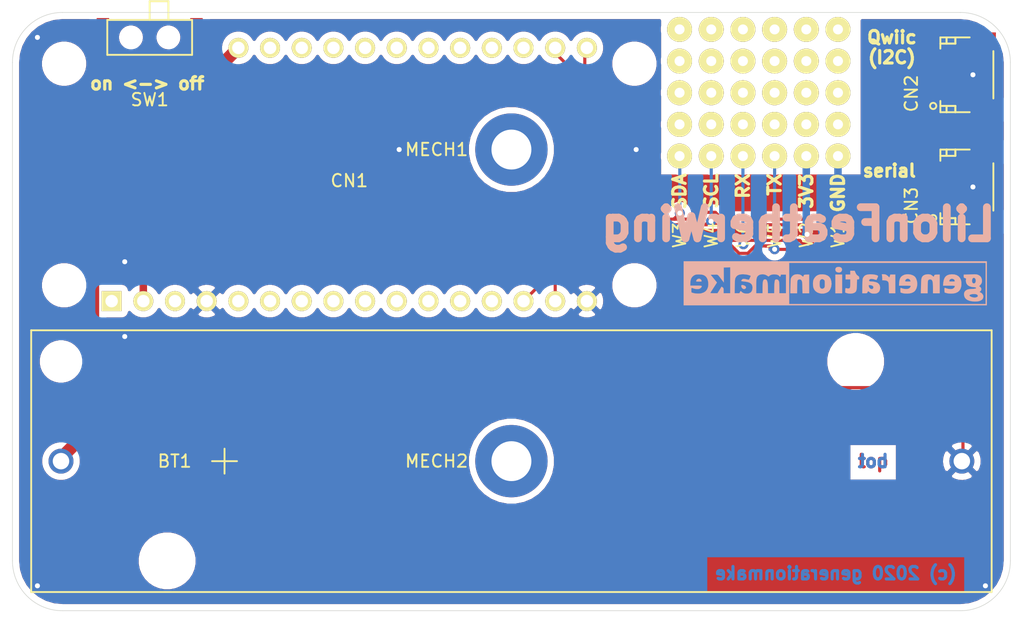
<source format=kicad_pcb>
(kicad_pcb (version 20171130) (host pcbnew 5.1.7-a382d34a8~87~ubuntu18.04.1)

  (general
    (thickness 1.6)
    (drawings 22)
    (tracks 154)
    (zones 0)
    (modules 39)
    (nets 9)
  )

  (page A4)
  (layers
    (0 F.Cu signal)
    (31 B.Cu signal)
    (32 B.Adhes user)
    (33 F.Adhes user)
    (34 B.Paste user)
    (35 F.Paste user)
    (36 B.SilkS user)
    (37 F.SilkS user)
    (38 B.Mask user)
    (39 F.Mask user)
    (40 Dwgs.User user)
    (41 Cmts.User user)
    (42 Eco1.User user)
    (43 Eco2.User user)
    (44 Edge.Cuts user)
    (45 Margin user)
    (46 B.CrtYd user)
    (47 F.CrtYd user)
    (48 B.Fab user)
    (49 F.Fab user)
  )

  (setup
    (last_trace_width 0.25)
    (user_trace_width 0.6)
    (user_trace_width 1)
    (trace_clearance 0.2)
    (zone_clearance 0.508)
    (zone_45_only no)
    (trace_min 0.2)
    (via_size 0.8)
    (via_drill 0.4)
    (via_min_size 0.4)
    (via_min_drill 0.3)
    (uvia_size 0.3)
    (uvia_drill 0.1)
    (uvias_allowed no)
    (uvia_min_size 0.2)
    (uvia_min_drill 0.1)
    (edge_width 0.05)
    (segment_width 0.2)
    (pcb_text_width 0.3)
    (pcb_text_size 1.5 1.5)
    (mod_edge_width 0.12)
    (mod_text_size 1 1)
    (mod_text_width 0.15)
    (pad_size 1.524 1.524)
    (pad_drill 0.762)
    (pad_to_mask_clearance 0)
    (aux_axis_origin 0 0)
    (visible_elements FFFFFF7F)
    (pcbplotparams
      (layerselection 0x010fc_ffffffff)
      (usegerberextensions false)
      (usegerberattributes true)
      (usegerberadvancedattributes true)
      (creategerberjobfile true)
      (excludeedgelayer true)
      (linewidth 0.100000)
      (plotframeref false)
      (viasonmask false)
      (mode 1)
      (useauxorigin false)
      (hpglpennumber 1)
      (hpglpenspeed 20)
      (hpglpendiameter 15.000000)
      (psnegative false)
      (psa4output false)
      (plotreference true)
      (plotvalue true)
      (plotinvisibletext false)
      (padsonsilk false)
      (subtractmaskfromsilk false)
      (outputformat 1)
      (mirror false)
      (drillshape 1)
      (scaleselection 1)
      (outputdirectory ""))
  )

  (net 0 "")
  (net 1 +BATT)
  (net 2 GND)
  (net 3 /I2C_SDA)
  (net 4 /VBAT)
  (net 5 /I2C_SCL)
  (net 6 /SERIAL_TX)
  (net 7 /SERIAL_RX)
  (net 8 +3V3)

  (net_class Default "This is the default net class."
    (clearance 0.2)
    (trace_width 0.25)
    (via_dia 0.8)
    (via_drill 0.4)
    (uvia_dia 0.3)
    (uvia_drill 0.1)
    (add_net +3V3)
    (add_net +BATT)
    (add_net /I2C_SCL)
    (add_net /I2C_SDA)
    (add_net /SERIAL_RX)
    (add_net /SERIAL_TX)
    (add_net /VBAT)
    (add_net GND)
  )

  (module wire_pads:SolderWirePad_single_0-8mmDrill (layer F.Cu) (tedit 0) (tstamp 5F87B4EA)
    (at 157.48 93.98)
    (fp_text reference REF** (at 0 -2.54) (layer F.SilkS) hide
      (effects (font (size 1 1) (thickness 0.15)))
    )
    (fp_text value SolderWirePad_single_0-8mmDrill (at 0 2.54) (layer F.Fab) hide
      (effects (font (size 1 1) (thickness 0.15)))
    )
    (pad 1 thru_hole circle (at 0 0) (size 1.99898 1.99898) (drill 0.8001) (layers *.Cu *.Mask F.SilkS))
  )

  (module wire_pads:SolderWirePad_single_0-8mmDrill (layer F.Cu) (tedit 0) (tstamp 5F87B4E6)
    (at 165.1 93.98)
    (fp_text reference REF** (at 0 -2.54) (layer F.SilkS) hide
      (effects (font (size 1 1) (thickness 0.15)))
    )
    (fp_text value SolderWirePad_single_0-8mmDrill (at 0 2.54) (layer F.Fab) hide
      (effects (font (size 1 1) (thickness 0.15)))
    )
    (pad 1 thru_hole circle (at 0 0) (size 1.99898 1.99898) (drill 0.8001) (layers *.Cu *.Mask F.SilkS))
  )

  (module wire_pads:SolderWirePad_single_0-8mmDrill (layer F.Cu) (tedit 0) (tstamp 5F87B4E2)
    (at 162.56 93.98)
    (fp_text reference REF** (at 0 -2.54) (layer F.SilkS) hide
      (effects (font (size 1 1) (thickness 0.15)))
    )
    (fp_text value SolderWirePad_single_0-8mmDrill (at 0 2.54) (layer F.Fab) hide
      (effects (font (size 1 1) (thickness 0.15)))
    )
    (pad 1 thru_hole circle (at 0 0) (size 1.99898 1.99898) (drill 0.8001) (layers *.Cu *.Mask F.SilkS))
  )

  (module wire_pads:SolderWirePad_single_0-8mmDrill (layer F.Cu) (tedit 0) (tstamp 5F87B4DE)
    (at 160.02 93.98)
    (fp_text reference REF** (at 0 -2.54) (layer F.SilkS) hide
      (effects (font (size 1 1) (thickness 0.15)))
    )
    (fp_text value SolderWirePad_single_0-8mmDrill (at 0 2.54) (layer F.Fab) hide
      (effects (font (size 1 1) (thickness 0.15)))
    )
    (pad 1 thru_hole circle (at 0 0) (size 1.99898 1.99898) (drill 0.8001) (layers *.Cu *.Mask F.SilkS))
  )

  (module wire_pads:SolderWirePad_single_0-8mmDrill (layer F.Cu) (tedit 0) (tstamp 5F87B4DA)
    (at 170.18 93.98)
    (fp_text reference REF** (at 0 -2.54) (layer F.SilkS) hide
      (effects (font (size 1 1) (thickness 0.15)))
    )
    (fp_text value SolderWirePad_single_0-8mmDrill (at 0 2.54) (layer F.Fab) hide
      (effects (font (size 1 1) (thickness 0.15)))
    )
    (pad 1 thru_hole circle (at 0 0) (size 1.99898 1.99898) (drill 0.8001) (layers *.Cu *.Mask F.SilkS))
  )

  (module wire_pads:SolderWirePad_single_0-8mmDrill (layer F.Cu) (tedit 0) (tstamp 5F87B4D6)
    (at 167.64 93.98)
    (fp_text reference REF** (at 0 -2.54) (layer F.SilkS) hide
      (effects (font (size 1 1) (thickness 0.15)))
    )
    (fp_text value SolderWirePad_single_0-8mmDrill (at 0 2.54) (layer F.Fab) hide
      (effects (font (size 1 1) (thickness 0.15)))
    )
    (pad 1 thru_hole circle (at 0 0) (size 1.99898 1.99898) (drill 0.8001) (layers *.Cu *.Mask F.SilkS))
  )

  (module wire_pads:SolderWirePad_single_0-8mmDrill (layer F.Cu) (tedit 0) (tstamp 5F87B4BA)
    (at 170.18 91.44)
    (fp_text reference REF** (at 0 -2.54) (layer F.SilkS) hide
      (effects (font (size 1 1) (thickness 0.15)))
    )
    (fp_text value SolderWirePad_single_0-8mmDrill (at 0 2.54) (layer F.Fab) hide
      (effects (font (size 1 1) (thickness 0.15)))
    )
    (pad 1 thru_hole circle (at 0 0) (size 1.99898 1.99898) (drill 0.8001) (layers *.Cu *.Mask F.SilkS))
  )

  (module wire_pads:SolderWirePad_single_0-8mmDrill (layer F.Cu) (tedit 0) (tstamp 5F87B4B6)
    (at 157.48 91.44)
    (fp_text reference REF** (at 0 -2.54) (layer F.SilkS) hide
      (effects (font (size 1 1) (thickness 0.15)))
    )
    (fp_text value SolderWirePad_single_0-8mmDrill (at 0 2.54) (layer F.Fab) hide
      (effects (font (size 1 1) (thickness 0.15)))
    )
    (pad 1 thru_hole circle (at 0 0) (size 1.99898 1.99898) (drill 0.8001) (layers *.Cu *.Mask F.SilkS))
  )

  (module wire_pads:SolderWirePad_single_0-8mmDrill (layer F.Cu) (tedit 0) (tstamp 5F87B4B2)
    (at 167.64 91.44)
    (fp_text reference REF** (at 0 -2.54) (layer F.SilkS) hide
      (effects (font (size 1 1) (thickness 0.15)))
    )
    (fp_text value SolderWirePad_single_0-8mmDrill (at 0 2.54) (layer F.Fab) hide
      (effects (font (size 1 1) (thickness 0.15)))
    )
    (pad 1 thru_hole circle (at 0 0) (size 1.99898 1.99898) (drill 0.8001) (layers *.Cu *.Mask F.SilkS))
  )

  (module wire_pads:SolderWirePad_single_0-8mmDrill (layer F.Cu) (tedit 0) (tstamp 5F87B4AE)
    (at 162.56 91.44)
    (fp_text reference REF** (at 0 -2.54) (layer F.SilkS) hide
      (effects (font (size 1 1) (thickness 0.15)))
    )
    (fp_text value SolderWirePad_single_0-8mmDrill (at 0 2.54) (layer F.Fab) hide
      (effects (font (size 1 1) (thickness 0.15)))
    )
    (pad 1 thru_hole circle (at 0 0) (size 1.99898 1.99898) (drill 0.8001) (layers *.Cu *.Mask F.SilkS))
  )

  (module wire_pads:SolderWirePad_single_0-8mmDrill (layer F.Cu) (tedit 0) (tstamp 5F87B4AA)
    (at 165.1 91.44)
    (fp_text reference REF** (at 0 -2.54) (layer F.SilkS) hide
      (effects (font (size 1 1) (thickness 0.15)))
    )
    (fp_text value SolderWirePad_single_0-8mmDrill (at 0 2.54) (layer F.Fab) hide
      (effects (font (size 1 1) (thickness 0.15)))
    )
    (pad 1 thru_hole circle (at 0 0) (size 1.99898 1.99898) (drill 0.8001) (layers *.Cu *.Mask F.SilkS))
  )

  (module wire_pads:SolderWirePad_single_0-8mmDrill (layer F.Cu) (tedit 0) (tstamp 5F87B4A6)
    (at 160.02 91.44)
    (fp_text reference REF** (at 0 -2.54) (layer F.SilkS) hide
      (effects (font (size 1 1) (thickness 0.15)))
    )
    (fp_text value SolderWirePad_single_0-8mmDrill (at 0 2.54) (layer F.Fab) hide
      (effects (font (size 1 1) (thickness 0.15)))
    )
    (pad 1 thru_hole circle (at 0 0) (size 1.99898 1.99898) (drill 0.8001) (layers *.Cu *.Mask F.SilkS))
  )

  (module wire_pads:SolderWirePad_single_0-8mmDrill (layer F.Cu) (tedit 0) (tstamp 5F87B48A)
    (at 157.48 86.36)
    (fp_text reference REF** (at 0 -2.54) (layer F.SilkS) hide
      (effects (font (size 1 1) (thickness 0.15)))
    )
    (fp_text value SolderWirePad_single_0-8mmDrill (at 0 2.54) (layer F.Fab) hide
      (effects (font (size 1 1) (thickness 0.15)))
    )
    (pad 1 thru_hole circle (at 0 0) (size 1.99898 1.99898) (drill 0.8001) (layers *.Cu *.Mask F.SilkS))
  )

  (module wire_pads:SolderWirePad_single_0-8mmDrill (layer F.Cu) (tedit 0) (tstamp 5F87B486)
    (at 162.56 86.36)
    (fp_text reference REF** (at 0 -2.54) (layer F.SilkS) hide
      (effects (font (size 1 1) (thickness 0.15)))
    )
    (fp_text value SolderWirePad_single_0-8mmDrill (at 0 2.54) (layer F.Fab) hide
      (effects (font (size 1 1) (thickness 0.15)))
    )
    (pad 1 thru_hole circle (at 0 0) (size 1.99898 1.99898) (drill 0.8001) (layers *.Cu *.Mask F.SilkS))
  )

  (module wire_pads:SolderWirePad_single_0-8mmDrill (layer F.Cu) (tedit 0) (tstamp 5F87B482)
    (at 167.64 86.36)
    (fp_text reference REF** (at 0 -2.54) (layer F.SilkS) hide
      (effects (font (size 1 1) (thickness 0.15)))
    )
    (fp_text value SolderWirePad_single_0-8mmDrill (at 0 2.54) (layer F.Fab) hide
      (effects (font (size 1 1) (thickness 0.15)))
    )
    (pad 1 thru_hole circle (at 0 0) (size 1.99898 1.99898) (drill 0.8001) (layers *.Cu *.Mask F.SilkS))
  )

  (module wire_pads:SolderWirePad_single_0-8mmDrill (layer F.Cu) (tedit 0) (tstamp 5F87B47E)
    (at 160.02 86.36)
    (fp_text reference REF** (at 0 -2.54) (layer F.SilkS) hide
      (effects (font (size 1 1) (thickness 0.15)))
    )
    (fp_text value SolderWirePad_single_0-8mmDrill (at 0 2.54) (layer F.Fab) hide
      (effects (font (size 1 1) (thickness 0.15)))
    )
    (pad 1 thru_hole circle (at 0 0) (size 1.99898 1.99898) (drill 0.8001) (layers *.Cu *.Mask F.SilkS))
  )

  (module wire_pads:SolderWirePad_single_0-8mmDrill (layer F.Cu) (tedit 0) (tstamp 5F87B47A)
    (at 165.1 86.36)
    (fp_text reference REF** (at 0 -2.54) (layer F.SilkS) hide
      (effects (font (size 1 1) (thickness 0.15)))
    )
    (fp_text value SolderWirePad_single_0-8mmDrill (at 0 2.54) (layer F.Fab) hide
      (effects (font (size 1 1) (thickness 0.15)))
    )
    (pad 1 thru_hole circle (at 0 0) (size 1.99898 1.99898) (drill 0.8001) (layers *.Cu *.Mask F.SilkS))
  )

  (module wire_pads:SolderWirePad_single_0-8mmDrill (layer F.Cu) (tedit 0) (tstamp 5F87B476)
    (at 170.18 86.36)
    (fp_text reference REF** (at 0 -2.54) (layer F.SilkS) hide
      (effects (font (size 1 1) (thickness 0.15)))
    )
    (fp_text value SolderWirePad_single_0-8mmDrill (at 0 2.54) (layer F.Fab) hide
      (effects (font (size 1 1) (thickness 0.15)))
    )
    (pad 1 thru_hole circle (at 0 0) (size 1.99898 1.99898) (drill 0.8001) (layers *.Cu *.Mask F.SilkS))
  )

  (module wire_pads:SolderWirePad_single_0-8mmDrill (layer F.Cu) (tedit 0) (tstamp 5F87B37F)
    (at 170.18 88.9)
    (fp_text reference REF** (at 0 -2.54) (layer F.SilkS) hide
      (effects (font (size 1 1) (thickness 0.15)))
    )
    (fp_text value SolderWirePad_single_0-8mmDrill (at 0 2.54) (layer F.Fab) hide
      (effects (font (size 1 1) (thickness 0.15)))
    )
    (pad 1 thru_hole circle (at 0 0) (size 1.99898 1.99898) (drill 0.8001) (layers *.Cu *.Mask F.SilkS))
  )

  (module wire_pads:SolderWirePad_single_0-8mmDrill (layer F.Cu) (tedit 0) (tstamp 5F87B377)
    (at 167.64 88.9)
    (fp_text reference REF** (at 0 -2.54) (layer F.SilkS) hide
      (effects (font (size 1 1) (thickness 0.15)))
    )
    (fp_text value SolderWirePad_single_0-8mmDrill (at 0 2.54) (layer F.Fab) hide
      (effects (font (size 1 1) (thickness 0.15)))
    )
    (pad 1 thru_hole circle (at 0 0) (size 1.99898 1.99898) (drill 0.8001) (layers *.Cu *.Mask F.SilkS))
  )

  (module wire_pads:SolderWirePad_single_0-8mmDrill (layer F.Cu) (tedit 0) (tstamp 5F87B36F)
    (at 165.1 88.9)
    (fp_text reference REF** (at 0 -2.54) (layer F.SilkS) hide
      (effects (font (size 1 1) (thickness 0.15)))
    )
    (fp_text value SolderWirePad_single_0-8mmDrill (at 0 2.54) (layer F.Fab) hide
      (effects (font (size 1 1) (thickness 0.15)))
    )
    (pad 1 thru_hole circle (at 0 0) (size 1.99898 1.99898) (drill 0.8001) (layers *.Cu *.Mask F.SilkS))
  )

  (module wire_pads:SolderWirePad_single_0-8mmDrill (layer F.Cu) (tedit 0) (tstamp 5F87B367)
    (at 162.56 88.9)
    (fp_text reference REF** (at 0 -2.54) (layer F.SilkS) hide
      (effects (font (size 1 1) (thickness 0.15)))
    )
    (fp_text value SolderWirePad_single_0-8mmDrill (at 0 2.54) (layer F.Fab) hide
      (effects (font (size 1 1) (thickness 0.15)))
    )
    (pad 1 thru_hole circle (at 0 0) (size 1.99898 1.99898) (drill 0.8001) (layers *.Cu *.Mask F.SilkS))
  )

  (module wire_pads:SolderWirePad_single_0-8mmDrill (layer F.Cu) (tedit 0) (tstamp 5F87B35F)
    (at 160.02 88.9)
    (fp_text reference REF** (at 0 -2.54) (layer F.SilkS) hide
      (effects (font (size 1 1) (thickness 0.15)))
    )
    (fp_text value SolderWirePad_single_0-8mmDrill (at 0 2.54) (layer F.Fab) hide
      (effects (font (size 1 1) (thickness 0.15)))
    )
    (pad 1 thru_hole circle (at 0 0) (size 1.99898 1.99898) (drill 0.8001) (layers *.Cu *.Mask F.SilkS))
  )

  (module wire_pads:SolderWirePad_single_0-8mmDrill (layer F.Cu) (tedit 0) (tstamp 5F87B2A7)
    (at 157.48 88.9)
    (fp_text reference REF** (at 0 -2.54) (layer F.SilkS) hide
      (effects (font (size 1 1) (thickness 0.15)))
    )
    (fp_text value SolderWirePad_single_0-8mmDrill (at 0 2.54) (layer F.Fab) hide
      (effects (font (size 1 1) (thickness 0.15)))
    )
    (pad 1 thru_hole circle (at 0 0) (size 1.99898 1.99898) (drill 0.8001) (layers *.Cu *.Mask F.SilkS))
  )

  (module MECH_battery_holder:KEYSTONE_1043 (layer F.Cu) (tedit 5C101F19) (tstamp 5F87889F)
    (at 144 121)
    (path /5F879939)
    (fp_text reference BT1 (at -27 0) (layer F.SilkS)
      (effects (font (size 1 1) (thickness 0.15)))
    )
    (fp_text value Battery (at 0 -0.5) (layer F.Fab)
      (effects (font (size 1 1) (thickness 0.15)))
    )
    (fp_line (start -38.5 -10.5) (end 38.5 -10.5) (layer F.SilkS) (width 0.15))
    (fp_line (start 38.5 -10.5) (end 38.5 10.5) (layer F.SilkS) (width 0.15))
    (fp_line (start 38.5 10.5) (end -38.5 10.5) (layer F.SilkS) (width 0.15))
    (fp_line (start -38.5 10.5) (end -38.5 -10.5) (layer F.SilkS) (width 0.15))
    (fp_line (start -24 0) (end -22 0) (layer F.SilkS) (width 0.15))
    (fp_line (start -23 -1) (end -23 1) (layer F.SilkS) (width 0.15))
    (pad 1 thru_hole circle (at -36.11 0) (size 2 2) (drill 1.32) (layers *.Cu *.Mask)
      (net 1 +BATT))
    (pad 2 thru_hole circle (at 36.11 0) (size 2 2) (drill 1.32) (layers *.Cu *.Mask)
      (net 2 GND))
    (pad "" np_thru_hole circle (at -27.6 8) (size 3.55 3.55) (drill 3.55) (layers *.Cu *.Mask))
    (pad "" np_thru_hole circle (at 27.6 -8) (size 3.55 3.55) (drill 3.55) (layers *.Cu *.Mask))
    (pad "" np_thru_hole circle (at -36.11 -8) (size 2.39 2.39) (drill 2.39) (layers *.Cu *.Mask))
    (model ${KISYS3DMOD}/MECH_battery_holder/keystone-PN1043.STEP
      (at (xyz 0 0 0))
      (scale (xyz 1 1 1))
      (rotate (xyz -90 0 90))
    )
  )

  (module MODULE_compute:ADAFRUIT_FEATHER_HOLES (layer F.Cu) (tedit 5E3203AA) (tstamp 5F8788C3)
    (at 131 98)
    (path /5F8780C9)
    (fp_text reference CN1 (at 0 0.5) (layer F.SilkS)
      (effects (font (size 1 1) (thickness 0.15)))
    )
    (fp_text value ADAFRUIT_FEATHER (at 0 -0.5) (layer F.Fab)
      (effects (font (size 1 1) (thickness 0.15)))
    )
    (pad 17 thru_hole circle (at 19.05 -10.16) (size 1.6 1.6) (drill 1) (layers *.Cu *.Mask F.SilkS)
      (net 3 /I2C_SDA))
    (pad 28 thru_hole circle (at -8.89 -10.16) (size 1.6 1.6) (drill 1) (layers *.Cu *.Mask F.SilkS)
      (net 4 /VBAT))
    (pad 27 thru_hole circle (at -6.35 -10.16) (size 1.6 1.6) (drill 1) (layers *.Cu *.Mask F.SilkS))
    (pad 26 thru_hole circle (at -3.81 -10.16) (size 1.6 1.6) (drill 1) (layers *.Cu *.Mask F.SilkS))
    (pad 25 thru_hole circle (at -1.27 -10.16) (size 1.6 1.6) (drill 1) (layers *.Cu *.Mask F.SilkS))
    (pad 24 thru_hole circle (at 1.27 -10.16) (size 1.6 1.6) (drill 1) (layers *.Cu *.Mask F.SilkS))
    (pad 23 thru_hole circle (at 3.81 -10.16) (size 1.6 1.6) (drill 1) (layers *.Cu *.Mask F.SilkS))
    (pad 22 thru_hole circle (at 6.35 -10.16) (size 1.6 1.6) (drill 1) (layers *.Cu *.Mask F.SilkS))
    (pad 21 thru_hole circle (at 8.89 -10.16) (size 1.6 1.6) (drill 1) (layers *.Cu *.Mask F.SilkS))
    (pad 20 thru_hole circle (at 11.43 -10.16) (size 1.6 1.6) (drill 1) (layers *.Cu *.Mask F.SilkS))
    (pad 19 thru_hole circle (at 13.97 -10.16) (size 1.6 1.6) (drill 1) (layers *.Cu *.Mask F.SilkS))
    (pad 18 thru_hole circle (at 16.51 -10.16) (size 1.6 1.6) (drill 1) (layers *.Cu *.Mask F.SilkS)
      (net 5 /I2C_SCL))
    (pad 15 thru_hole circle (at 16.51 10.16) (size 1.6 1.6) (drill 1) (layers *.Cu *.Mask F.SilkS)
      (net 6 /SERIAL_TX))
    (pad 14 thru_hole circle (at 13.97 10.16) (size 1.6 1.6) (drill 1) (layers *.Cu *.Mask F.SilkS)
      (net 7 /SERIAL_RX))
    (pad 13 thru_hole circle (at 11.43 10.16) (size 1.6 1.6) (drill 1) (layers *.Cu *.Mask F.SilkS))
    (pad 12 thru_hole circle (at 8.89 10.16) (size 1.6 1.6) (drill 1) (layers *.Cu *.Mask F.SilkS))
    (pad 11 thru_hole circle (at 6.35 10.16) (size 1.6 1.6) (drill 1) (layers *.Cu *.Mask F.SilkS))
    (pad 10 thru_hole circle (at 3.81 10.16) (size 1.6 1.6) (drill 1) (layers *.Cu *.Mask F.SilkS))
    (pad 9 thru_hole circle (at 1.27 10.16) (size 1.6 1.6) (drill 1) (layers *.Cu *.Mask F.SilkS))
    (pad 8 thru_hole circle (at -1.27 10.16) (size 1.6 1.6) (drill 1) (layers *.Cu *.Mask F.SilkS))
    (pad 7 thru_hole circle (at -3.81 10.16) (size 1.6 1.6) (drill 1) (layers *.Cu *.Mask F.SilkS))
    (pad 6 thru_hole circle (at -6.35 10.16) (size 1.6 1.6) (drill 1) (layers *.Cu *.Mask F.SilkS))
    (pad 5 thru_hole circle (at -8.89 10.16) (size 1.6 1.6) (drill 1) (layers *.Cu *.Mask F.SilkS))
    (pad 4 thru_hole circle (at -11.43 10.16) (size 1.6 1.6) (drill 1) (layers *.Cu *.Mask F.SilkS)
      (net 2 GND))
    (pad 3 thru_hole circle (at -13.97 10.16) (size 1.6 1.6) (drill 1) (layers *.Cu *.Mask F.SilkS))
    (pad 1 thru_hole rect (at -19.05 10.16) (size 1.6 1.6) (drill 1) (layers *.Cu *.Mask F.SilkS))
    (pad "" np_thru_hole circle (at 22.86 8.89) (size 2.54 2.54) (drill 2.54) (layers *.Cu *.Mask))
    (pad 2 thru_hole circle (at -16.51 10.16) (size 1.6 1.6) (drill 1) (layers *.Cu *.Mask F.SilkS)
      (net 8 +3V3))
    (pad 16 thru_hole circle (at 19.05 10.16) (size 1.6 1.6) (drill 1) (layers *.Cu *.Mask F.SilkS)
      (net 2 GND))
    (pad "" np_thru_hole circle (at 22.86 -8.89) (size 2.54 2.54) (drill 2.54) (layers *.Cu *.Mask))
    (pad "" np_thru_hole circle (at -22.86 8.89) (size 2.54 2.54) (drill 2.54) (layers *.Cu *.Mask))
    (pad "" np_thru_hole circle (at -22.86 -8.89) (size 2.54 2.54) (drill 2.54) (layers *.Cu *.Mask))
    (model ${KISYS3DMOD}/CON_wuerth/61301211821_Download_STP_61301211821_rev1.stp
      (offset (xyz 5.08 10.16 4.5))
      (scale (xyz 1 1 1))
      (rotate (xyz 0 0 0))
    )
    (model ${KISYS3DMOD}/CON_wuerth/61301611821_Download_STP_61301611821_rev1.stp
      (offset (xyz 0 -10.16 4.5))
      (scale (xyz 1 1 1))
      (rotate (xyz 0 0 0))
    )
  )

  (module connectors_JST_SH:Connectors_JST_SM04B-SRSS-TB (layer F.Cu) (tedit 55F6C32A) (tstamp 5F8788EF)
    (at 180 90 90)
    (descr "JST SH series connector, SM04B-SRSS-TB")
    (tags "connector jst sh")
    (path /5F87B94D)
    (attr smd)
    (fp_text reference CN2 (at -1.5 -3.9375 90) (layer F.SilkS)
      (effects (font (size 1 1) (thickness 0.15)))
    )
    (fp_text value CONN_01X04 (at 0 4.2625 90) (layer F.Fab)
      (effects (font (size 1 1) (thickness 0.15)))
    )
    (fp_circle (center -2.5 -2.1875) (end -2.25 -2.1875) (layer F.SilkS) (width 0.15))
    (fp_line (start -1.9 2.6375) (end 1.9 2.6375) (layer F.SilkS) (width 0.15))
    (fp_line (start -3 0.7375) (end -3 -1.6125) (layer F.SilkS) (width 0.15))
    (fp_line (start -3 -1.6125) (end -2.1 -1.6125) (layer F.SilkS) (width 0.15))
    (fp_line (start -2.5 -1.6125) (end -2.5 -0.4125) (layer F.SilkS) (width 0.15))
    (fp_line (start -2.5 -0.4125) (end -2.5 -0.4125) (layer F.SilkS) (width 0.15))
    (fp_line (start -2.5 -0.4125) (end -2.5 -1.6125) (layer F.SilkS) (width 0.15))
    (fp_line (start -2.5 -1.6125) (end -2.5 -1.6125) (layer F.SilkS) (width 0.15))
    (fp_line (start -2.5 -1.1125) (end -2.5 -1.1125) (layer F.SilkS) (width 0.15))
    (fp_line (start -2.5 -1.1125) (end -3 -1.1125) (layer F.SilkS) (width 0.15))
    (fp_line (start -3 -1.1125) (end -3 -1.1125) (layer F.SilkS) (width 0.15))
    (fp_line (start -3 -1.1125) (end -2.5 -1.1125) (layer F.SilkS) (width 0.15))
    (fp_line (start -2.5 -0.4125) (end -2.5 -0.4125) (layer F.SilkS) (width 0.15))
    (fp_line (start -2.5 -0.4125) (end -3 -0.4125) (layer F.SilkS) (width 0.15))
    (fp_line (start -3 -0.4125) (end -3 -0.4125) (layer F.SilkS) (width 0.15))
    (fp_line (start -3 -0.4125) (end -2.5 -0.4125) (layer F.SilkS) (width 0.15))
    (fp_line (start 3 0.7375) (end 3 -1.6125) (layer F.SilkS) (width 0.15))
    (fp_line (start 3 -1.6125) (end 2.1 -1.6125) (layer F.SilkS) (width 0.15))
    (fp_line (start 2.5 -1.6125) (end 2.5 -0.4125) (layer F.SilkS) (width 0.15))
    (fp_line (start 2.5 -0.4125) (end 2.5 -0.4125) (layer F.SilkS) (width 0.15))
    (fp_line (start 2.5 -0.4125) (end 2.5 -1.6125) (layer F.SilkS) (width 0.15))
    (fp_line (start 2.5 -1.6125) (end 2.5 -1.6125) (layer F.SilkS) (width 0.15))
    (fp_line (start 2.5 -1.1125) (end 2.5 -1.1125) (layer F.SilkS) (width 0.15))
    (fp_line (start 2.5 -1.1125) (end 3 -1.1125) (layer F.SilkS) (width 0.15))
    (fp_line (start 3 -1.1125) (end 3 -1.1125) (layer F.SilkS) (width 0.15))
    (fp_line (start 3 -1.1125) (end 2.5 -1.1125) (layer F.SilkS) (width 0.15))
    (fp_line (start 2.5 -0.4125) (end 2.5 -0.4125) (layer F.SilkS) (width 0.15))
    (fp_line (start 2.5 -0.4125) (end 3 -0.4125) (layer F.SilkS) (width 0.15))
    (fp_line (start 3 -0.4125) (end 3 -0.4125) (layer F.SilkS) (width 0.15))
    (fp_line (start 3 -0.4125) (end 2.5 -0.4125) (layer F.SilkS) (width 0.15))
    (fp_line (start -3.9 3.35) (end -3.9 -3.25) (layer F.CrtYd) (width 0.05))
    (fp_line (start -3.9 -3.25) (end 3.9 -3.25) (layer F.CrtYd) (width 0.05))
    (fp_line (start 3.9 -3.25) (end 3.9 3.35) (layer F.CrtYd) (width 0.05))
    (fp_line (start 3.9 3.35) (end -3.9 3.35) (layer F.CrtYd) (width 0.05))
    (pad 1 smd rect (at -1.5 -1.9375 90) (size 0.6 1.55) (layers F.Cu F.Paste F.Mask)
      (net 2 GND))
    (pad 2 smd rect (at -0.5 -1.9375 90) (size 0.6 1.55) (layers F.Cu F.Paste F.Mask)
      (net 8 +3V3))
    (pad 3 smd rect (at 0.5 -1.9375 90) (size 0.6 1.55) (layers F.Cu F.Paste F.Mask)
      (net 3 /I2C_SDA))
    (pad 4 smd rect (at 1.5 -1.9375 90) (size 0.6 1.55) (layers F.Cu F.Paste F.Mask)
      (net 5 /I2C_SCL))
    (pad "" smd rect (at -2.8 1.9375 90) (size 1.2 1.8) (layers F.Cu F.Paste F.Mask))
    (pad "" smd rect (at 2.8 1.9375 90) (size 1.2 1.8) (layers F.Cu F.Paste F.Mask))
  )

  (module connectors_JST_SH:Connectors_JST_SM04B-SRSS-TB (layer F.Cu) (tedit 55F6C32A) (tstamp 5F87891B)
    (at 180 99 90)
    (descr "JST SH series connector, SM04B-SRSS-TB")
    (tags "connector jst sh")
    (path /5F88ACF0)
    (attr smd)
    (fp_text reference CN3 (at -1.5 -3.9375 90) (layer F.SilkS)
      (effects (font (size 1 1) (thickness 0.15)))
    )
    (fp_text value CONN_01X04 (at 0 4.2625 90) (layer F.Fab)
      (effects (font (size 1 1) (thickness 0.15)))
    )
    (fp_line (start 3.9 3.35) (end -3.9 3.35) (layer F.CrtYd) (width 0.05))
    (fp_line (start 3.9 -3.25) (end 3.9 3.35) (layer F.CrtYd) (width 0.05))
    (fp_line (start -3.9 -3.25) (end 3.9 -3.25) (layer F.CrtYd) (width 0.05))
    (fp_line (start -3.9 3.35) (end -3.9 -3.25) (layer F.CrtYd) (width 0.05))
    (fp_line (start 3 -0.4125) (end 2.5 -0.4125) (layer F.SilkS) (width 0.15))
    (fp_line (start 3 -0.4125) (end 3 -0.4125) (layer F.SilkS) (width 0.15))
    (fp_line (start 2.5 -0.4125) (end 3 -0.4125) (layer F.SilkS) (width 0.15))
    (fp_line (start 2.5 -0.4125) (end 2.5 -0.4125) (layer F.SilkS) (width 0.15))
    (fp_line (start 3 -1.1125) (end 2.5 -1.1125) (layer F.SilkS) (width 0.15))
    (fp_line (start 3 -1.1125) (end 3 -1.1125) (layer F.SilkS) (width 0.15))
    (fp_line (start 2.5 -1.1125) (end 3 -1.1125) (layer F.SilkS) (width 0.15))
    (fp_line (start 2.5 -1.1125) (end 2.5 -1.1125) (layer F.SilkS) (width 0.15))
    (fp_line (start 2.5 -1.6125) (end 2.5 -1.6125) (layer F.SilkS) (width 0.15))
    (fp_line (start 2.5 -0.4125) (end 2.5 -1.6125) (layer F.SilkS) (width 0.15))
    (fp_line (start 2.5 -0.4125) (end 2.5 -0.4125) (layer F.SilkS) (width 0.15))
    (fp_line (start 2.5 -1.6125) (end 2.5 -0.4125) (layer F.SilkS) (width 0.15))
    (fp_line (start 3 -1.6125) (end 2.1 -1.6125) (layer F.SilkS) (width 0.15))
    (fp_line (start 3 0.7375) (end 3 -1.6125) (layer F.SilkS) (width 0.15))
    (fp_line (start -3 -0.4125) (end -2.5 -0.4125) (layer F.SilkS) (width 0.15))
    (fp_line (start -3 -0.4125) (end -3 -0.4125) (layer F.SilkS) (width 0.15))
    (fp_line (start -2.5 -0.4125) (end -3 -0.4125) (layer F.SilkS) (width 0.15))
    (fp_line (start -2.5 -0.4125) (end -2.5 -0.4125) (layer F.SilkS) (width 0.15))
    (fp_line (start -3 -1.1125) (end -2.5 -1.1125) (layer F.SilkS) (width 0.15))
    (fp_line (start -3 -1.1125) (end -3 -1.1125) (layer F.SilkS) (width 0.15))
    (fp_line (start -2.5 -1.1125) (end -3 -1.1125) (layer F.SilkS) (width 0.15))
    (fp_line (start -2.5 -1.1125) (end -2.5 -1.1125) (layer F.SilkS) (width 0.15))
    (fp_line (start -2.5 -1.6125) (end -2.5 -1.6125) (layer F.SilkS) (width 0.15))
    (fp_line (start -2.5 -0.4125) (end -2.5 -1.6125) (layer F.SilkS) (width 0.15))
    (fp_line (start -2.5 -0.4125) (end -2.5 -0.4125) (layer F.SilkS) (width 0.15))
    (fp_line (start -2.5 -1.6125) (end -2.5 -0.4125) (layer F.SilkS) (width 0.15))
    (fp_line (start -3 -1.6125) (end -2.1 -1.6125) (layer F.SilkS) (width 0.15))
    (fp_line (start -3 0.7375) (end -3 -1.6125) (layer F.SilkS) (width 0.15))
    (fp_line (start -1.9 2.6375) (end 1.9 2.6375) (layer F.SilkS) (width 0.15))
    (fp_circle (center -2.5 -2.1875) (end -2.25 -2.1875) (layer F.SilkS) (width 0.15))
    (pad "" smd rect (at 2.8 1.9375 90) (size 1.2 1.8) (layers F.Cu F.Paste F.Mask))
    (pad "" smd rect (at -2.8 1.9375 90) (size 1.2 1.8) (layers F.Cu F.Paste F.Mask))
    (pad 4 smd rect (at 1.5 -1.9375 90) (size 0.6 1.55) (layers F.Cu F.Paste F.Mask)
      (net 7 /SERIAL_RX))
    (pad 3 smd rect (at 0.5 -1.9375 90) (size 0.6 1.55) (layers F.Cu F.Paste F.Mask)
      (net 6 /SERIAL_TX))
    (pad 2 smd rect (at -0.5 -1.9375 90) (size 0.6 1.55) (layers F.Cu F.Paste F.Mask)
      (net 8 +3V3))
    (pad 1 smd rect (at -1.5 -1.9375 90) (size 0.6 1.55) (layers F.Cu F.Paste F.Mask)
      (net 2 GND))
  )

  (module mechanical-switches:WE_450404015514 (layer F.Cu) (tedit 5CB07C67) (tstamp 5F87892F)
    (at 115 87)
    (path /5F87D884)
    (fp_text reference SW1 (at 0 5) (layer F.SilkS)
      (effects (font (size 1 1) (thickness 0.15)))
    )
    (fp_text value SWITCH_INV (at 0 -0.5) (layer F.Fab)
      (effects (font (size 1 1) (thickness 0.15)))
    )
    (fp_line (start -3.4 -1.4) (end 3.4 -1.4) (layer F.SilkS) (width 0.15))
    (fp_line (start 3.4 -1.4) (end 3.4 1.4) (layer F.SilkS) (width 0.15))
    (fp_line (start 3.4 1.4) (end -3.4 1.4) (layer F.SilkS) (width 0.15))
    (fp_line (start -3.4 1.4) (end -3.4 -1.4) (layer F.SilkS) (width 0.15))
    (fp_line (start 0 -1.4) (end 0 -2.9) (layer F.SilkS) (width 0.15))
    (fp_line (start 0 -2.9) (end 1.5 -2.9) (layer F.SilkS) (width 0.15))
    (fp_line (start 1.5 -2.9) (end 1.5 -1.4) (layer F.SilkS) (width 0.15))
    (pad 3 smd rect (at -2.25 2.05) (size 0.7 1.1) (layers F.Cu F.Paste F.Mask)
      (net 1 +BATT))
    (pad 2 smd rect (at -0.75 2.05) (size 0.7 1.1) (layers F.Cu F.Paste F.Mask)
      (net 4 /VBAT))
    (pad 1 smd rect (at 2.25 2.05) (size 0.7 1.1) (layers F.Cu F.Paste F.Mask))
    (pad 0 smd rect (at -3.75 -1.15) (size 1 0.8) (layers F.Cu F.Paste F.Mask))
    (pad 0 smd rect (at 3.75 -1.15) (size 1 0.8) (layers F.Cu F.Paste F.Mask))
    (pad 0 smd rect (at -3.75 1.15) (size 1 0.8) (layers F.Cu F.Paste F.Mask))
    (pad 0 smd rect (at 3.75 1.15) (size 1 0.8) (layers F.Cu F.Paste F.Mask))
    (pad "" np_thru_hole circle (at 1.5 0) (size 0.9 0.9) (drill 0.9) (layers *.Cu *.Mask))
    (pad "" np_thru_hole circle (at -1.5 0) (size 0.9 0.9) (drill 0.9) (layers *.Cu *.Mask))
    (model "${KISYS3DMOD}/mechanical-switches.3dshapes/Download_STP_450404015514 (rev1).stp"
      (at (xyz 0 0 0))
      (scale (xyz 1 1 1))
      (rotate (xyz 0 0 180))
    )
  )

  (module labels:generationmake_small_solder (layer F.Cu) (tedit 0) (tstamp 5F878D02)
    (at 171.7 108.8)
    (path /5F87CDB9)
    (fp_text reference L1 (at 0 0) (layer F.SilkS) hide
      (effects (font (size 1.524 1.524) (thickness 0.3)))
    )
    (fp_text value Label (at 0.75 0) (layer F.SilkS) hide
      (effects (font (size 1.524 1.524) (thickness 0.3)))
    )
    (fp_poly (pts (xy 6.096 -1.7526) (xy -6.0579 -1.7526) (xy -6.0579 -3.4544) (xy -6.0071 -3.4544)
      (xy -6.0071 -1.8034) (xy 1.8669 -1.8034) (xy 1.8669 -2.9845) (xy 1.9939 -2.9845)
      (xy 1.9939 -2.2352) (xy 2.2606 -2.2352) (xy 2.26067 -2.447925) (xy 2.261481 -2.522761)
      (xy 2.263674 -2.592164) (xy 2.26697 -2.650643) (xy 2.271087 -2.692705) (xy 2.274 -2.708396)
      (xy 2.297504 -2.755365) (xy 2.33456 -2.784397) (xy 2.380628 -2.792037) (xy 2.38351 -2.791748)
      (xy 2.406427 -2.78624) (xy 2.424203 -2.77368) (xy 2.437555 -2.751146) (xy 2.4472 -2.715716)
      (xy 2.453856 -2.664468) (xy 2.45824 -2.594479) (xy 2.46107 -2.502827) (xy 2.461673 -2.473325)
      (xy 2.466179 -2.2352) (xy 2.7178 -2.2352) (xy 2.718055 -2.403475) (xy 2.720134 -2.519882)
      (xy 2.72634 -2.612992) (xy 2.737211 -2.684655) (xy 2.753288 -2.736722) (xy 2.775108 -2.77104)
      (xy 2.803212 -2.789461) (xy 2.831886 -2.794) (xy 2.861969 -2.789664) (xy 2.885782 -2.775077)
      (xy 2.903972 -2.747875) (xy 2.917187 -2.705692) (xy 2.926074 -2.646162) (xy 2.931282 -2.56692)
      (xy 2.933459 -2.465601) (xy 2.933626 -2.422525) (xy 2.9337 -2.2352) (xy 3.1877 -2.2352)
      (xy 3.1877 -2.45745) (xy 3.334296 -2.45745) (xy 3.344083 -2.374604) (xy 3.372106 -2.308754)
      (xy 3.417859 -2.260581) (xy 3.480833 -2.230766) (xy 3.508 -2.224591) (xy 3.570721 -2.220124)
      (xy 3.636001 -2.225925) (xy 3.6943 -2.240533) (xy 3.731352 -2.258858) (xy 3.76127 -2.282429)
      (xy 3.783511 -2.30375) (xy 3.784107 -2.304458) (xy 3.801643 -2.320875) (xy 3.815833 -2.318494)
      (xy 3.831519 -2.295134) (xy 3.839192 -2.27965) (xy 3.860389 -2.2352) (xy 4.053749 -2.2352)
      (xy 4.2291 -2.2352) (xy 4.4958 -2.2352) (xy 4.496019 -2.339975) (xy 4.496538 -2.391698)
      (xy 4.499143 -2.424529) (xy 4.505805 -2.444977) (xy 4.518494 -2.45955) (xy 4.536194 -2.472671)
      (xy 4.576149 -2.500591) (xy 4.657586 -2.367896) (xy 4.739023 -2.2352) (xy 4.884111 -2.2352)
      (xy 4.941407 -2.235867) (xy 4.988029 -2.237678) (xy 5.018948 -2.240352) (xy 5.0292 -2.243354)
      (xy 5.022626 -2.256068) (xy 5.004313 -2.286675) (xy 4.976368 -2.331776) (xy 4.9409 -2.387972)
      (xy 4.900017 -2.451865) (xy 4.895357 -2.459098) (xy 4.808521 -2.593781) (xy 5.106355 -2.593781)
      (xy 5.114765 -2.507964) (xy 5.124324 -2.468184) (xy 5.161361 -2.382674) (xy 5.216325 -2.315151)
      (xy 5.289182 -2.265642) (xy 5.379897 -2.234174) (xy 5.431 -2.22533) (xy 5.502521 -2.221029)
      (xy 5.581395 -2.223707) (xy 5.65765 -2.232523) (xy 5.721316 -2.246636) (xy 5.73405 -2.250877)
      (xy 5.78485 -2.269421) (xy 5.788581 -2.360261) (xy 5.789581 -2.411148) (xy 5.785079 -2.44012)
      (xy 5.771583 -2.450581) (xy 5.745601 -2.445934) (xy 5.713375 -2.433584) (xy 5.654411 -2.416356)
      (xy 5.586396 -2.406782) (xy 5.520657 -2.405866) (xy 5.475457 -2.412527) (xy 5.430699 -2.432932)
      (xy 5.394863 -2.464439) (xy 5.374485 -2.500484) (xy 5.3721 -2.516313) (xy 5.373556 -2.524747)
      (xy 5.380214 -2.530905) (xy 5.395506 -2.535143) (xy 5.422864 -2.537815) (xy 5.465721 -2.539278)
      (xy 5.527508 -2.539888) (xy 5.6007 -2.54) (xy 5.8293 -2.54) (xy 5.8293 -2.641343)
      (xy 5.820822 -2.744032) (xy 5.795058 -2.828641) (xy 5.75151 -2.896153) (xy 5.68968 -2.947546)
      (xy 5.667713 -2.959855) (xy 5.635233 -2.974674) (xy 5.603308 -2.983928) (xy 5.564433 -2.988857)
      (xy 5.511106 -2.990698) (xy 5.48005 -2.99085) (xy 5.392355 -2.987035) (xy 5.323174 -2.974251)
      (xy 5.266592 -2.950489) (xy 5.216693 -2.913743) (xy 5.197132 -2.894806) (xy 5.157992 -2.838875)
      (xy 5.129076 -2.765731) (xy 5.111495 -2.681868) (xy 5.106355 -2.593781) (xy 4.808521 -2.593781)
      (xy 4.761515 -2.666687) (xy 4.888409 -2.822419) (xy 5.015303 -2.97815) (xy 4.873026 -2.981843)
      (xy 4.823069 -2.983664) (xy 4.785545 -2.984514) (xy 4.756663 -2.981945) (xy 4.732635 -2.97351)
      (xy 4.709673 -2.956762) (xy 4.683986 -2.929253) (xy 4.651786 -2.888536) (xy 4.609284 -2.832164)
      (xy 4.578758 -2.791776) (xy 4.485351 -2.668902) (xy 4.4874 -2.969576) (xy 4.48945 -3.27025)
      (xy 4.359275 -3.27387) (xy 4.2291 -3.277489) (xy 4.2291 -2.2352) (xy 4.053749 -2.2352)
      (xy 4.048439 -2.517775) (xy 4.04622 -2.61637) (xy 4.043554 -2.692864) (xy 4.040183 -2.750557)
      (xy 4.035847 -2.792747) (xy 4.030288 -2.822734) (xy 4.023248 -2.843816) (xy 4.022804 -2.8448)
      (xy 3.985359 -2.906727) (xy 3.935997 -2.951601) (xy 3.871897 -2.980831) (xy 3.79024 -2.995828)
      (xy 3.714999 -2.998576) (xy 3.618284 -2.992323) (xy 3.526546 -2.976404) (xy 3.449465 -2.952516)
      (xy 3.447503 -2.951704) (xy 3.404906 -2.933906) (xy 3.437019 -2.860778) (xy 3.4554 -2.820785)
      (xy 3.470945 -2.790236) (xy 3.479148 -2.777253) (xy 3.495282 -2.7757) (xy 3.528761 -2.78111)
      (xy 3.572864 -2.792329) (xy 3.580748 -2.794674) (xy 3.651634 -2.811421) (xy 3.705119 -2.81244)
      (xy 3.744085 -2.797293) (xy 3.771299 -2.765746) (xy 3.782532 -2.739925) (xy 3.783153 -2.724825)
      (xy 3.783063 -2.724731) (xy 3.76809 -2.720534) (xy 3.733638 -2.715084) (xy 3.685543 -2.709222)
      (xy 3.651627 -2.705768) (xy 3.546679 -2.690062) (xy 3.464233 -2.664361) (xy 3.403049 -2.627696)
      (xy 3.361888 -2.579095) (xy 3.339507 -2.517588) (xy 3.334296 -2.45745) (xy 3.1877 -2.45745)
      (xy 3.1877 -2.512338) (xy 3.187084 -2.620546) (xy 3.184807 -2.706727) (xy 3.180225 -2.774232)
      (xy 3.172696 -2.826415) (xy 3.161576 -2.866627) (xy 3.146221 -2.898221) (xy 3.125988 -2.924548)
      (xy 3.104622 -2.94516) (xy 3.049449 -2.978046) (xy 2.981214 -2.995386) (xy 2.906989 -2.997119)
      (xy 2.833849 -2.983181) (xy 2.768864 -2.953512) (xy 2.760925 -2.948173) (xy 2.723042 -2.922591)
      (xy 2.699118 -2.911183) (xy 2.682927 -2.912703) (xy 2.668242 -2.925904) (xy 2.665559 -2.929086)
      (xy 2.62499 -2.960948) (xy 2.568952 -2.982358) (xy 2.503527 -2.993425) (xy 2.434795 -2.994254)
      (xy 2.368837 -2.984952) (xy 2.311732 -2.965626) (xy 2.26956 -2.936384) (xy 2.258232 -2.921929)
      (xy 2.241193 -2.900252) (xy 2.228058 -2.900546) (xy 2.215407 -2.924091) (xy 2.2098 -2.94005)
      (xy 2.19513 -2.9845) (xy 1.9939 -2.9845) (xy 1.8669 -2.9845) (xy 1.8669 -3.4544)
      (xy -6.0071 -3.4544) (xy -6.0579 -3.4544) (xy -6.0579 -3.5179) (xy 6.096 -3.5179)
      (xy 6.096 -1.7526)) (layer F.Mask) (width 0.01))
    (fp_poly (pts (xy -5.48302 -2.993755) (xy -5.400753 -2.991025) (xy -5.381625 -2.990337) (xy -5.1308 -2.981262)
      (xy -5.1308 -2.921414) (xy -5.132005 -2.884752) (xy -5.139486 -2.86476) (xy -5.159049 -2.852709)
      (xy -5.181791 -2.844738) (xy -5.213787 -2.83205) (xy -5.226151 -2.819182) (xy -5.224325 -2.80143)
      (xy -5.216234 -2.742721) (xy -5.223752 -2.677117) (xy -5.245436 -2.616544) (xy -5.247122 -2.613391)
      (xy -5.291375 -2.558813) (xy -5.356631 -2.518126) (xy -5.442508 -2.491514) (xy -5.521597 -2.480795)
      (xy -5.57364 -2.476054) (xy -5.605149 -2.470723) (xy -5.620976 -2.463346) (xy -5.625973 -2.452469)
      (xy -5.6261 -2.44946) (xy -5.623545 -2.436526) (xy -5.61335 -2.427115) (xy -5.591719 -2.420356)
      (xy -5.554858 -2.415376) (xy -5.498973 -2.411304) (xy -5.4483 -2.408615) (xy -5.381358 -2.403052)
      (xy -5.321626 -2.393924) (xy -5.277675 -2.382583) (xy -5.273837 -2.381125) (xy -5.209042 -2.343714)
      (xy -5.165107 -2.293037) (xy -5.14278 -2.231336) (xy -5.142805 -2.160853) (xy -5.16593 -2.083831)
      (xy -5.171157 -2.072438) (xy -5.211973 -2.015852) (xy -5.273899 -1.969998) (xy -5.354605 -1.935821)
      (xy -5.451763 -1.914262) (xy -5.563044 -1.906266) (xy -5.581376 -1.9063) (xy -5.637767 -1.907974)
      (xy -5.688721 -1.911309) (xy -5.725773 -1.915688) (xy -5.73405 -1.917395) (xy -5.813127 -1.945897)
      (xy -5.869651 -1.985331) (xy -5.904346 -2.036459) (xy -5.917936 -2.100043) (xy -5.9182 -2.11152)
      (xy -5.916095 -2.120666) (xy -5.697961 -2.120666) (xy -5.682461 -2.095873) (xy -5.644568 -2.076098)
      (xy -5.58293 -2.060278) (xy -5.574458 -2.0587) (xy -5.559063 -2.060125) (xy -5.526405 -2.065143)
      (xy -5.491908 -2.071167) (xy -5.441839 -2.084856) (xy -5.39903 -2.104708) (xy -5.369546 -2.127225)
      (xy -5.3594 -2.147607) (xy -5.371643 -2.170154) (xy -5.407185 -2.187888) (xy -5.46425 -2.200033)
      (xy -5.484827 -2.202423) (xy -5.566001 -2.205133) (xy -5.629412 -2.195951) (xy -5.673145 -2.175348)
      (xy -5.692417 -2.15154) (xy -5.697961 -2.120666) (xy -5.916095 -2.120666) (xy -5.907609 -2.15753)
      (xy -5.880181 -2.204503) (xy -5.842439 -2.243425) (xy -5.808706 -2.262888) (xy -5.776036 -2.277889)
      (xy -5.767655 -2.291731) (xy -5.782675 -2.306609) (xy -5.789459 -2.310468) (xy -5.810944 -2.330851)
      (xy -5.829099 -2.361715) (xy -5.836769 -2.409982) (xy -5.820303 -2.455178) (xy -5.780965 -2.493889)
      (xy -5.779953 -2.494574) (xy -5.743813 -2.518864) (xy -5.791587 -2.564357) (xy -5.838104 -2.624357)
      (xy -5.860994 -2.693445) (xy -5.860591 -2.743632) (xy -5.6134 -2.743632) (xy -5.606087 -2.686093)
      (xy -5.584784 -2.647734) (xy -5.550445 -2.62999) (xy -5.5372 -2.6289) (xy -5.498246 -2.640085)
      (xy -5.480771 -2.657126) (xy -5.464843 -2.697075) (xy -5.461725 -2.745935) (xy -5.470287 -2.7945)
      (xy -5.489399 -2.833563) (xy -5.504177 -2.847781) (xy -5.537983 -2.858162) (xy -5.56961 -2.846956)
      (xy -5.595122 -2.817915) (xy -5.610584 -2.774791) (xy -5.6134 -2.743632) (xy -5.860591 -2.743632)
      (xy -5.860363 -2.771985) (xy -5.857034 -2.790782) (xy -5.832241 -2.864943) (xy -5.790864 -2.920859)
      (xy -5.73056 -2.961316) (xy -5.70434 -2.972418) (xy -5.678213 -2.981668) (xy -5.653557 -2.988319)
      (xy -5.626041 -2.992613) (xy -5.591333 -2.99479) (xy -5.545104 -2.995091) (xy -5.48302 -2.993755)) (layer F.Mask) (width 0.01))
    (fp_poly (pts (xy -4.637032 -2.994671) (xy -4.542008 -2.981641) (xy -4.465281 -2.953638) (xy -4.40542 -2.909119)
      (xy -4.360996 -2.846541) (xy -4.330579 -2.76436) (xy -4.312739 -2.661034) (xy -4.310985 -2.642766)
      (xy -4.302021 -2.54) (xy -4.538611 -2.54) (xy -4.621608 -2.539858) (xy -4.682581 -2.539204)
      (xy -4.724904 -2.537701) (xy -4.751953 -2.535012) (xy -4.767102 -2.530798) (xy -4.773726 -2.524722)
      (xy -4.7752 -2.516445) (xy -4.7752 -2.516313) (xy -4.764083 -2.481203) (xy -4.735205 -2.446493)
      (xy -4.695283 -2.419376) (xy -4.678273 -2.412447) (xy -4.628852 -2.404346) (xy -4.565171 -2.40546)
      (xy -4.496337 -2.415042) (xy -4.431458 -2.43235) (xy -4.430423 -2.432713) (xy -4.395794 -2.44405)
      (xy -4.371192 -2.450521) (xy -4.366647 -2.4511) (xy -4.361442 -2.439486) (xy -4.358548 -2.40886)
      (xy -4.358516 -2.365552) (xy -4.358719 -2.360079) (xy -4.36245 -2.269058) (xy -4.42595 -2.246764)
      (xy -4.485693 -2.232777) (xy -4.56096 -2.225198) (xy -4.642697 -2.224025) (xy -4.721849 -2.229258)
      (xy -4.789363 -2.240897) (xy -4.809482 -2.246793) (xy -4.891694 -2.285827) (xy -4.955164 -2.340958)
      (xy -5.000575 -2.413134) (xy -5.028608 -2.503301) (xy -5.037017 -2.562515) (xy -5.037512 -2.67324)
      (xy -5.028855 -2.715685) (xy -4.770834 -2.715685) (xy -4.761038 -2.709709) (xy -4.736585 -2.706484)
      (xy -4.693241 -2.705231) (xy -4.6609 -2.7051) (xy -4.605736 -2.705619) (xy -4.571725 -2.707695)
      (xy -4.554631 -2.712105) (xy -4.550219 -2.719629) (xy -4.551592 -2.725189) (xy -4.558445 -2.749385)
      (xy -4.5593 -2.756939) (xy -4.570618 -2.78176) (xy -4.599201 -2.803533) (xy -4.636995 -2.817188)
      (xy -4.658506 -2.8194) (xy -4.696922 -2.812596) (xy -4.732337 -2.795486) (xy -4.75657 -2.773022)
      (xy -4.7625 -2.756444) (xy -4.76667 -2.735666) (xy -4.770209 -2.725189) (xy -4.770834 -2.715685)
      (xy -5.028855 -2.715685) (xy -5.017861 -2.769588) (xy -4.979127 -2.850411) (xy -4.922377 -2.914558)
      (xy -4.848673 -2.960878) (xy -4.75908 -2.988222) (xy -4.654664 -2.995439) (xy -4.637032 -2.994671)) (layer F.Mask) (width 0.01))
    (fp_poly (pts (xy -2.839338 -2.994891) (xy -2.758127 -2.978438) (xy -2.741335 -2.972609) (xy -2.669986 -2.937208)
      (xy -2.616205 -2.890011) (xy -2.578236 -2.82818) (xy -2.554323 -2.748873) (xy -2.542846 -2.651705)
      (xy -2.536477 -2.54) (xy -2.773189 -2.54) (xy -2.847572 -2.539614) (xy -2.912373 -2.538537)
      (xy -2.963652 -2.536897) (xy -2.997473 -2.534821) (xy -3.009897 -2.532436) (xy -3.0099 -2.532395)
      (xy -3.004938 -2.51694) (xy -2.992714 -2.488649) (xy -2.989872 -2.482582) (xy -2.956114 -2.439944)
      (xy -2.903573 -2.413705) (xy -2.833131 -2.404185) (xy -2.781356 -2.406766) (xy -2.730287 -2.414263)
      (xy -2.682857 -2.424688) (xy -2.655925 -2.433311) (xy -2.6245 -2.445129) (xy -2.60314 -2.450968)
      (xy -2.601393 -2.4511) (xy -2.596189 -2.439479) (xy -2.593273 -2.40881) (xy -2.593189 -2.365386)
      (xy -2.593419 -2.359025) (xy -2.59715 -2.26695) (xy -2.66065 -2.245281) (xy -2.722472 -2.23124)
      (xy -2.799172 -2.224055) (xy -2.881238 -2.223713) (xy -2.959155 -2.2302) (xy -3.023408 -2.243502)
      (xy -3.030575 -2.245839) (xy -3.096562 -2.272643) (xy -3.14488 -2.302961) (xy -3.18321 -2.341885)
      (xy -3.19129 -2.352414) (xy -3.234287 -2.430719) (xy -3.259607 -2.521345) (xy -3.2672 -2.618329)
      (xy -3.258126 -2.7051) (xy -2.999954 -2.7051) (xy -2.890627 -2.7051) (xy -2.837565 -2.705627)
      (xy -2.805011 -2.707913) (xy -2.788081 -2.713016) (xy -2.781894 -2.721993) (xy -2.7813 -2.728788)
      (xy -2.788857 -2.754964) (xy -2.807088 -2.785254) (xy -2.807622 -2.785938) (xy -2.843052 -2.813128)
      (xy -2.885921 -2.82112) (xy -2.929283 -2.811647) (xy -2.966189 -2.786443) (xy -2.989691 -2.74724)
      (xy -2.991686 -2.740025) (xy -2.999954 -2.7051) (xy -3.258126 -2.7051) (xy -3.257017 -2.715704)
      (xy -3.229008 -2.807507) (xy -3.19557 -2.870182) (xy -3.149467 -2.918549) (xy -3.085242 -2.956454)
      (xy -3.008445 -2.982647) (xy -2.924627 -2.995877) (xy -2.839338 -2.994891)) (layer F.Mask) (width 0.01))
    (fp_poly (pts (xy -1.279707 -2.98635) (xy -1.21153 -2.967663) (xy -1.159326 -2.937068) (xy -1.119036 -2.892634)
      (xy -1.10506 -2.870041) (xy -1.094778 -2.850828) (xy -1.086921 -2.832236) (xy -1.081105 -2.810559)
      (xy -1.076943 -2.782089) (xy -1.074052 -2.74312) (xy -1.072045 -2.689944) (xy -1.070538 -2.618855)
      (xy -1.069145 -2.526146) (xy -1.069117 -2.524125) (xy -1.065084 -2.2352) (xy -1.159651 -2.2352)
      (xy -1.208104 -2.235639) (xy -1.237456 -2.238414) (xy -1.254003 -2.245712) (xy -1.264046 -2.259721)
      (xy -1.270113 -2.273573) (xy -1.286775 -2.306881) (xy -1.303233 -2.317043) (xy -1.325576 -2.30552)
      (xy -1.342148 -2.290874) (xy -1.378179 -2.262855) (xy -1.416747 -2.240769) (xy -1.418818 -2.239867)
      (xy -1.462839 -2.228694) (xy -1.520398 -2.223818) (xy -1.580895 -2.225212) (xy -1.633727 -2.232851)
      (xy -1.65735 -2.240428) (xy -1.714193 -2.277313) (xy -1.752671 -2.329951) (xy -1.77351 -2.399682)
      (xy -1.778 -2.462749) (xy -1.775766 -2.479383) (xy -1.511106 -2.479383) (xy -1.50174 -2.435052)
      (xy -1.47628 -2.408866) (xy -1.437793 -2.402295) (xy -1.389343 -2.416807) (xy -1.385047 -2.418965)
      (xy -1.352671 -2.44818) (xy -1.329611 -2.492848) (xy -1.320801 -2.543404) (xy -1.3208 -2.543511)
      (xy -1.323548 -2.558244) (xy -1.336005 -2.564522) (xy -1.364496 -2.564269) (xy -1.383579 -2.5626)
      (xy -1.446283 -2.550052) (xy -1.488745 -2.527004) (xy -1.509347 -2.494513) (xy -1.511106 -2.479383)
      (xy -1.775766 -2.479383) (xy -1.768082 -2.536567) (xy -1.737287 -2.597059) (xy -1.688681 -2.644031)
      (xy -1.646427 -2.666298) (xy -1.587945 -2.685484) (xy -1.522397 -2.699202) (xy -1.458944 -2.705065)
      (xy -1.45415 -2.705123) (xy -1.390532 -2.708822) (xy -1.35064 -2.719582) (xy -1.333619 -2.738061)
      (xy -1.338617 -2.764917) (xy -1.351147 -2.784432) (xy -1.383079 -2.807916) (xy -1.431465 -2.814909)
      (xy -1.497507 -2.805477) (xy -1.537348 -2.794675) (xy -1.581567 -2.781982) (xy -1.615268 -2.773697)
      (xy -1.632135 -2.771342) (xy -1.632868 -2.771635) (xy -1.639985 -2.784755) (xy -1.654069 -2.814515)
      (xy -1.670622 -2.851225) (xy -1.688042 -2.892349) (xy -1.69531 -2.916901) (xy -1.693286 -2.9312)
      (xy -1.682911 -2.941504) (xy -1.643962 -2.960407) (xy -1.586267 -2.976328) (xy -1.516413 -2.988147)
      (xy -1.440986 -2.994744) (xy -1.367917 -2.99506) (xy -1.279707 -2.98635)) (layer F.Mask) (width 0.01))
    (fp_poly (pts (xy -0.5842 -2.9845) (xy -0.3937 -2.9845) (xy -0.3937 -2.794) (xy -0.5842 -2.794)
      (xy -0.5842 -2.630869) (xy -0.583067 -2.550407) (xy -0.577889 -2.492491) (xy -0.565998 -2.454305)
      (xy -0.544725 -2.433033) (xy -0.511402 -2.425859) (xy -0.463361 -2.429966) (xy -0.404463 -2.441163)
      (xy -0.394767 -2.436274) (xy -0.388394 -2.414323) (xy -0.384482 -2.371708) (xy -0.383647 -2.354049)
      (xy -0.379943 -2.263348) (xy -0.439884 -2.242924) (xy -0.510345 -2.226857) (xy -0.587467 -2.222136)
      (xy -0.662019 -2.228508) (xy -0.724769 -2.245719) (xy -0.736349 -2.251075) (xy -0.771628 -2.271891)
      (xy -0.798437 -2.296026) (xy -0.818025 -2.327211) (xy -0.831639 -2.369176) (xy -0.840528 -2.425654)
      (xy -0.84594 -2.500375) (xy -0.848899 -2.587558) (xy -0.853883 -2.794) (xy -0.896842 -2.794)
      (xy -0.923775 -2.795457) (xy -0.936148 -2.804563) (xy -0.939614 -2.828427) (xy -0.939773 -2.847975)
      (xy -0.937822 -2.880967) (xy -0.92834 -2.903382) (xy -0.905823 -2.92415) (xy -0.882997 -2.94005)
      (xy -0.845355 -2.970222) (xy -0.81729 -3.006778) (xy -0.792219 -3.057525) (xy -0.75819 -3.1369)
      (xy -0.5842 -3.1369) (xy -0.5842 -2.9845)) (layer F.Mask) (width 0.01))
    (fp_poly (pts (xy 0.619137 -2.991725) (xy 0.707735 -2.96886) (xy 0.781936 -2.925458) (xy 0.842519 -2.861127)
      (xy 0.869838 -2.817566) (xy 0.888948 -2.778748) (xy 0.900922 -2.7419) (xy 0.907836 -2.698024)
      (xy 0.911766 -2.638121) (xy 0.911891 -2.63525) (xy 0.908887 -2.531102) (xy 0.889379 -2.44388)
      (xy 0.852303 -2.370343) (xy 0.807424 -2.317377) (xy 0.743261 -2.271358) (xy 0.664097 -2.239744)
      (xy 0.576585 -2.223661) (xy 0.487378 -2.224239) (xy 0.403129 -2.242606) (xy 0.391615 -2.246853)
      (xy 0.324218 -2.278588) (xy 0.274861 -2.316498) (xy 0.23619 -2.367175) (xy 0.216288 -2.403937)
      (xy 0.180986 -2.502832) (xy 0.167637 -2.607638) (xy 0.167992 -2.611973) (xy 0.43815 -2.611973)
      (xy 0.438582 -2.551441) (xy 0.440589 -2.510549) (xy 0.445237 -2.483541) (xy 0.453593 -2.464661)
      (xy 0.466722 -2.448155) (xy 0.468938 -2.445774) (xy 0.508382 -2.419236) (xy 0.552641 -2.41315)
      (xy 0.593951 -2.427801) (xy 0.608947 -2.440626) (xy 0.629774 -2.471974) (xy 0.642259 -2.514781)
      (xy 0.647204 -2.573551) (xy 0.645712 -2.647041) (xy 0.641669 -2.699797) (xy 0.634615 -2.734753)
      (xy 0.622443 -2.759493) (xy 0.610354 -2.774147) (xy 0.570414 -2.801164) (xy 0.526307 -2.803804)
      (xy 0.481155 -2.782026) (xy 0.473783 -2.77605) (xy 0.457892 -2.761324) (xy 0.447605 -2.746264)
      (xy 0.441703 -2.725266) (xy 0.43897 -2.692725) (xy 0.438189 -2.643038) (xy 0.43815 -2.611973)
      (xy 0.167992 -2.611973) (xy 0.176237 -2.712546) (xy 0.206786 -2.811747) (xy 0.216388 -2.8321)
      (xy 0.262424 -2.895699) (xy 0.328 -2.944556) (xy 0.411307 -2.977687) (xy 0.510533 -2.99411)
      (xy 0.515358 -2.994441) (xy 0.619137 -2.991725)) (layer F.Mask) (width 0.01))
    (fp_poly (pts (xy -3.627312 -2.990709) (xy -3.558963 -2.971268) (xy -3.505272 -2.940278) (xy -3.48981 -2.925504)
      (xy -3.469651 -2.900362) (xy -3.453928 -2.873429) (xy -3.442022 -2.841154) (xy -3.433313 -2.799986)
      (xy -3.427184 -2.746375) (xy -3.423016 -2.676767) (xy -3.42019 -2.587613) (xy -3.418785 -2.517775)
      (xy -3.413851 -2.2352) (xy -3.681094 -2.2352) (xy -3.685222 -2.487896) (xy -3.686852 -2.575206)
      (xy -3.68874 -2.640743) (xy -3.691254 -2.688134) (xy -3.69476 -2.721006) (xy -3.699627 -2.742986)
      (xy -3.706222 -2.757701) (xy -3.713544 -2.767296) (xy -3.748391 -2.788792) (xy -3.791593 -2.793353)
      (xy -3.832421 -2.78081) (xy -3.847276 -2.769425) (xy -3.865395 -2.745717) (xy -3.878986 -2.713438)
      (xy -3.888586 -2.669167) (xy -3.894734 -2.609482) (xy -3.897967 -2.530962) (xy -3.89883 -2.441575)
      (xy -3.8989 -2.2352) (xy -4.1656 -2.2352) (xy -4.1656 -2.985528) (xy -4.061848 -2.981839)
      (xy -4.010693 -2.979669) (xy -3.979182 -2.976253) (xy -3.961575 -2.969523) (xy -3.952128 -2.957411)
      (xy -3.945809 -2.94005) (xy -3.936088 -2.912113) (xy -3.92962 -2.897392) (xy -3.929519 -2.897266)
      (xy -3.918587 -2.90214) (xy -3.894686 -2.919653) (xy -3.873545 -2.937066) (xy -3.836004 -2.964388)
      (xy -3.798583 -2.984168) (xy -3.78245 -2.989376) (xy -3.703936 -2.99721) (xy -3.627312 -2.990709)) (layer F.Mask) (width 0.01))
    (fp_poly (pts (xy -1.858741 -2.919138) (xy -1.863232 -2.869088) (xy -1.866196 -2.822491) (xy -1.8669 -2.798488)
      (xy -1.8669 -2.7559) (xy -1.938006 -2.7559) (xy -2.010115 -2.748381) (xy -2.066188 -2.726685)
      (xy -2.103217 -2.692111) (xy -2.108827 -2.682263) (xy -2.116918 -2.651672) (xy -2.123446 -2.596415)
      (xy -2.128348 -2.517185) (xy -2.130942 -2.441575) (xy -2.136211 -2.2352) (xy -2.3876 -2.2352)
      (xy -2.3876 -2.9845) (xy -2.187702 -2.9845) (xy -2.1717 -2.92735) (xy -2.157919 -2.887635)
      (xy -2.144754 -2.872185) (xy -2.130633 -2.879958) (xy -2.121647 -2.894205) (xy -2.104135 -2.914488)
      (xy -2.073002 -2.940733) (xy -2.049173 -2.957705) (xy -2.004876 -2.983039) (xy -1.963907 -2.99471)
      (xy -1.920064 -2.9972) (xy -1.850582 -2.9972) (xy -1.858741 -2.919138)) (layer F.Mask) (width 0.01))
    (fp_poly (pts (xy 0.0127 -2.2352) (xy -0.254 -2.2352) (xy -0.254 -2.9845) (xy 0.0127 -2.9845)
      (xy 0.0127 -2.2352)) (layer F.Mask) (width 0.01))
    (fp_poly (pts (xy 1.634069 -2.987185) (xy 1.701899 -2.956744) (xy 1.755907 -2.905287) (xy 1.782224 -2.86385)
      (xy 1.791002 -2.845526) (xy 1.797754 -2.825491) (xy 1.802819 -2.800086) (xy 1.806539 -2.765652)
      (xy 1.809253 -2.718527) (xy 1.811303 -2.655052) (xy 1.813029 -2.571567) (xy 1.813829 -2.524125)
      (xy 1.818512 -2.2352) (xy 1.551306 -2.2352) (xy 1.547178 -2.487896) (xy 1.545548 -2.575206)
      (xy 1.54366 -2.640743) (xy 1.541146 -2.688134) (xy 1.53764 -2.721006) (xy 1.532773 -2.742986)
      (xy 1.526178 -2.757701) (xy 1.518856 -2.767296) (xy 1.485927 -2.787762) (xy 1.444578 -2.793655)
      (xy 1.406067 -2.784385) (xy 1.391473 -2.77396) (xy 1.373981 -2.754434) (xy 1.360858 -2.733044)
      (xy 1.351383 -2.705815) (xy 1.344831 -2.668771) (xy 1.340481 -2.61794) (xy 1.33761 -2.549346)
      (xy 1.33565 -2.466975) (xy 1.331077 -2.2352) (xy 1.0668 -2.2352) (xy 1.0668 -2.985528)
      (xy 1.170552 -2.981839) (xy 1.221707 -2.979669) (xy 1.253218 -2.976253) (xy 1.270825 -2.969523)
      (xy 1.280272 -2.957411) (xy 1.286591 -2.94005) (xy 1.296312 -2.912113) (xy 1.30278 -2.897392)
      (xy 1.302881 -2.897266) (xy 1.313813 -2.90214) (xy 1.337714 -2.919653) (xy 1.358855 -2.937066)
      (xy 1.401451 -2.968218) (xy 1.445404 -2.986821) (xy 1.499256 -2.995541) (xy 1.551395 -2.9972)
      (xy 1.634069 -2.987185)) (layer F.Mask) (width 0.01))
    (fp_poly (pts (xy -0.074013 -3.288853) (xy -0.028351 -3.273792) (xy -0.00044 -3.247094) (xy 0.013116 -3.207534)
      (xy 0.01239 -3.163151) (xy -0.002541 -3.121983) (xy -0.030053 -3.093022) (xy -0.075895 -3.074491)
      (xy -0.129596 -3.067005) (xy -0.160876 -3.069413) (xy -0.205909 -3.089371) (xy -0.237036 -3.124478)
      (xy -0.252109 -3.168198) (xy -0.248985 -3.213997) (xy -0.225517 -3.25534) (xy -0.222828 -3.258128)
      (xy -0.183229 -3.28182) (xy -0.130594 -3.292306) (xy -0.074013 -3.288853)) (layer F.Mask) (width 0.01))
    (fp_poly (pts (xy 3.772101 -2.5629) (xy 3.78266 -2.550227) (xy 3.7846 -2.521659) (xy 3.775055 -2.476508)
      (xy 3.750144 -2.439558) (xy 3.715451 -2.414124) (xy 3.67656 -2.403524) (xy 3.639053 -2.411073)
      (xy 3.620822 -2.424378) (xy 3.601572 -2.447799) (xy 3.5941 -2.464635) (xy 3.605812 -2.499943)
      (xy 3.637 -2.531057) (xy 3.681741 -2.554051) (xy 3.734113 -2.564999) (xy 3.746092 -2.5654)
      (xy 3.772101 -2.5629)) (layer F.Mask) (width 0.01))
    (fp_poly (pts (xy 5.541591 -2.802653) (xy 5.575335 -2.770155) (xy 5.591408 -2.733675) (xy 5.593615 -2.720161)
      (xy 5.589209 -2.711762) (xy 5.573611 -2.707264) (xy 5.542244 -2.705449) (xy 5.490528 -2.705101)
      (xy 5.483852 -2.7051) (xy 5.429416 -2.705636) (xy 5.3961 -2.707778) (xy 5.379632 -2.71233)
      (xy 5.375745 -2.720095) (xy 5.377091 -2.725189) (xy 5.383934 -2.749061) (xy 5.3848 -2.756444)
      (xy 5.393231 -2.772292) (xy 5.412594 -2.793506) (xy 5.45358 -2.816551) (xy 5.498793 -2.818859)
      (xy 5.541591 -2.802653)) (layer F.Mask) (width 0.01))
  )

  (module labels:generationmake_logo (layer B.Cu) (tedit 0) (tstamp 5F878D14)
    (at 170 112 180)
    (path /5F87C39C)
    (fp_text reference L2 (at 0 0) (layer B.SilkS) hide
      (effects (font (size 1.524 1.524) (thickness 0.3)) (justify mirror))
    )
    (fp_text value Label (at 0.75 0) (layer B.SilkS) hide
      (effects (font (size 1.524 1.524) (thickness 0.3)) (justify mirror))
    )
    (fp_poly (pts (xy 12.192 3.5052) (xy -12.1158 3.5052) (xy -12.1158 6.9088) (xy -12.0142 6.9088)
      (xy -12.0142 3.6068) (xy 3.7338 3.6068) (xy 3.7338 5.969) (xy 3.9878 5.969)
      (xy 3.9878 4.4704) (xy 4.5212 4.4704) (xy 4.521341 4.89585) (xy 4.522962 5.045521)
      (xy 4.527349 5.184327) (xy 4.53394 5.301285) (xy 4.542174 5.38541) (xy 4.548001 5.416791)
      (xy 4.595009 5.510729) (xy 4.66912 5.568793) (xy 4.761257 5.584074) (xy 4.76702 5.583496)
      (xy 4.812854 5.572479) (xy 4.848406 5.547359) (xy 4.87511 5.502291) (xy 4.8944 5.431432)
      (xy 4.907713 5.328935) (xy 4.916481 5.188958) (xy 4.922141 5.005654) (xy 4.923347 4.94665)
      (xy 4.932358 4.4704) (xy 5.4356 4.4704) (xy 5.43611 4.80695) (xy 5.440268 5.039763)
      (xy 5.45268 5.225983) (xy 5.474423 5.36931) (xy 5.506576 5.473443) (xy 5.550217 5.54208)
      (xy 5.606424 5.578921) (xy 5.663772 5.588) (xy 5.723939 5.579327) (xy 5.771565 5.550154)
      (xy 5.807944 5.49575) (xy 5.834374 5.411384) (xy 5.852149 5.292324) (xy 5.862565 5.13384)
      (xy 5.866919 4.931201) (xy 5.867252 4.84505) (xy 5.8674 4.4704) (xy 6.3754 4.4704)
      (xy 6.3754 4.9149) (xy 6.668593 4.9149) (xy 6.688166 4.749207) (xy 6.744213 4.617508)
      (xy 6.835718 4.521162) (xy 6.961667 4.461531) (xy 7.016001 4.449182) (xy 7.141443 4.440247)
      (xy 7.272003 4.45185) (xy 7.388601 4.481065) (xy 7.462705 4.517715) (xy 7.52254 4.564857)
      (xy 7.567023 4.6075) (xy 7.568215 4.608915) (xy 7.603286 4.64175) (xy 7.631666 4.636988)
      (xy 7.663039 4.590268) (xy 7.678384 4.5593) (xy 7.720778 4.4704) (xy 8.107498 4.4704)
      (xy 8.4582 4.4704) (xy 8.9916 4.4704) (xy 8.992038 4.67995) (xy 8.993076 4.783395)
      (xy 8.998287 4.849057) (xy 9.01161 4.889953) (xy 9.036988 4.919099) (xy 9.072388 4.945341)
      (xy 9.152298 5.001182) (xy 9.315173 4.735791) (xy 9.478047 4.4704) (xy 9.768223 4.4704)
      (xy 9.882815 4.471734) (xy 9.976059 4.475356) (xy 10.037896 4.480703) (xy 10.0584 4.486708)
      (xy 10.045253 4.512135) (xy 10.008626 4.573349) (xy 9.952736 4.663551) (xy 9.8818 4.775944)
      (xy 9.800035 4.90373) (xy 9.790715 4.918195) (xy 9.617042 5.187562) (xy 10.21271 5.187562)
      (xy 10.229531 5.015928) (xy 10.248649 4.936367) (xy 10.322723 4.765347) (xy 10.432651 4.630301)
      (xy 10.578364 4.531283) (xy 10.759794 4.468347) (xy 10.862 4.45066) (xy 11.005043 4.442058)
      (xy 11.16279 4.447413) (xy 11.3153 4.465045) (xy 11.442633 4.493272) (xy 11.4681 4.501753)
      (xy 11.5697 4.538841) (xy 11.577162 4.720521) (xy 11.579162 4.822296) (xy 11.570158 4.88024)
      (xy 11.543166 4.901161) (xy 11.491203 4.891867) (xy 11.426751 4.867168) (xy 11.308822 4.832711)
      (xy 11.172792 4.813563) (xy 11.041315 4.811731) (xy 10.950914 4.825054) (xy 10.861399 4.865864)
      (xy 10.789727 4.928877) (xy 10.748971 5.000967) (xy 10.7442 5.032626) (xy 10.747113 5.049494)
      (xy 10.760429 5.06181) (xy 10.791013 5.070285) (xy 10.845729 5.075629) (xy 10.931442 5.078556)
      (xy 11.055017 5.079775) (xy 11.2014 5.08) (xy 11.6586 5.08) (xy 11.6586 5.282686)
      (xy 11.641645 5.488064) (xy 11.590117 5.657282) (xy 11.50302 5.792305) (xy 11.37936 5.895092)
      (xy 11.335427 5.91971) (xy 11.270467 5.949348) (xy 11.206616 5.967856) (xy 11.128867 5.977713)
      (xy 11.022213 5.981396) (xy 10.9601 5.9817) (xy 10.784711 5.97407) (xy 10.646349 5.948501)
      (xy 10.533184 5.900978) (xy 10.433387 5.827485) (xy 10.394264 5.789611) (xy 10.315984 5.677749)
      (xy 10.258153 5.531461) (xy 10.22299 5.363736) (xy 10.21271 5.187562) (xy 9.617042 5.187562)
      (xy 9.52303 5.333374) (xy 9.776819 5.644837) (xy 10.030607 5.9563) (xy 9.746053 5.963686)
      (xy 9.646139 5.967328) (xy 9.57109 5.969027) (xy 9.513326 5.963889) (xy 9.465271 5.947019)
      (xy 9.419346 5.913523) (xy 9.367972 5.858506) (xy 9.303573 5.777072) (xy 9.218569 5.664328)
      (xy 9.157517 5.583552) (xy 8.970703 5.337804) (xy 8.974801 5.939152) (xy 8.9789 6.5405)
      (xy 8.4582 6.554978) (xy 8.4582 4.4704) (xy 8.107498 4.4704) (xy 8.096878 5.03555)
      (xy 8.092441 5.23274) (xy 8.087109 5.385728) (xy 8.080366 5.501114) (xy 8.071694 5.585494)
      (xy 8.060577 5.645468) (xy 8.046496 5.687632) (xy 8.045609 5.6896) (xy 7.970718 5.813453)
      (xy 7.871994 5.903201) (xy 7.743795 5.961662) (xy 7.580481 5.991656) (xy 7.429998 5.997151)
      (xy 7.236569 5.984645) (xy 7.053092 5.952808) (xy 6.89893 5.905032) (xy 6.895006 5.903407)
      (xy 6.809813 5.867811) (xy 6.874039 5.721556) (xy 6.910801 5.64157) (xy 6.94189 5.580472)
      (xy 6.958296 5.554506) (xy 6.990564 5.5514) (xy 7.057523 5.562219) (xy 7.145729 5.584657)
      (xy 7.161496 5.589348) (xy 7.303268 5.622841) (xy 7.410238 5.624879) (xy 7.48817 5.594585)
      (xy 7.542598 5.531491) (xy 7.565064 5.479849) (xy 7.566307 5.449649) (xy 7.566127 5.449461)
      (xy 7.53618 5.441068) (xy 7.467276 5.430167) (xy 7.371086 5.418443) (xy 7.303255 5.411536)
      (xy 7.093358 5.380123) (xy 6.928466 5.328722) (xy 6.806099 5.255392) (xy 6.723776 5.15819)
      (xy 6.679015 5.035176) (xy 6.668593 4.9149) (xy 6.3754 4.9149) (xy 6.3754 5.024676)
      (xy 6.374168 5.241092) (xy 6.369614 5.413453) (xy 6.360451 5.548464) (xy 6.345393 5.652829)
      (xy 6.323153 5.733253) (xy 6.292443 5.796441) (xy 6.251976 5.849096) (xy 6.209244 5.89032)
      (xy 6.098898 5.956092) (xy 5.962428 5.990772) (xy 5.813979 5.994237) (xy 5.667698 5.966362)
      (xy 5.537729 5.907024) (xy 5.52185 5.896346) (xy 5.446085 5.845182) (xy 5.398237 5.822366)
      (xy 5.365854 5.825405) (xy 5.336485 5.851807) (xy 5.331119 5.858171) (xy 5.24998 5.921895)
      (xy 5.137905 5.964716) (xy 5.007055 5.986849) (xy 4.869591 5.988507) (xy 4.737674 5.969903)
      (xy 4.623464 5.931252) (xy 4.539121 5.872768) (xy 4.516465 5.843858) (xy 4.482386 5.800503)
      (xy 4.456116 5.801091) (xy 4.430814 5.848181) (xy 4.4196 5.8801) (xy 4.39026 5.969)
      (xy 3.9878 5.969) (xy 3.7338 5.969) (xy 3.7338 6.9088) (xy -12.0142 6.9088)
      (xy -12.1158 6.9088) (xy -12.1158 7.0358) (xy 12.192 7.0358) (xy 12.192 3.5052)) (layer B.SilkS) (width 0.01))
    (fp_poly (pts (xy -10.96604 5.98751) (xy -10.801505 5.982049) (xy -10.76325 5.980673) (xy -10.2616 5.962524)
      (xy -10.2616 5.842828) (xy -10.264009 5.769504) (xy -10.278972 5.729519) (xy -10.318097 5.705418)
      (xy -10.363582 5.689475) (xy -10.427574 5.6641) (xy -10.452302 5.638364) (xy -10.44865 5.602859)
      (xy -10.432467 5.485442) (xy -10.447504 5.354234) (xy -10.490871 5.233088) (xy -10.494244 5.226781)
      (xy -10.582749 5.117626) (xy -10.713261 5.036252) (xy -10.885015 4.983027) (xy -11.043193 4.961589)
      (xy -11.147279 4.952108) (xy -11.210298 4.941446) (xy -11.241952 4.926692) (xy -11.251945 4.904937)
      (xy -11.2522 4.89892) (xy -11.24709 4.873052) (xy -11.226699 4.85423) (xy -11.183438 4.840711)
      (xy -11.109716 4.830751) (xy -10.997946 4.822607) (xy -10.8966 4.817229) (xy -10.762715 4.806103)
      (xy -10.643251 4.787848) (xy -10.55535 4.765166) (xy -10.547674 4.76225) (xy -10.418083 4.687428)
      (xy -10.330214 4.586074) (xy -10.285559 4.462671) (xy -10.28561 4.321705) (xy -10.33186 4.167662)
      (xy -10.342313 4.144875) (xy -10.423946 4.031703) (xy -10.547797 3.939996) (xy -10.709209 3.871641)
      (xy -10.903525 3.828524) (xy -11.126088 3.812531) (xy -11.162751 3.8126) (xy -11.275534 3.815948)
      (xy -11.377441 3.822617) (xy -11.451545 3.831376) (xy -11.4681 3.83479) (xy -11.626253 3.891794)
      (xy -11.739301 3.970661) (xy -11.808692 4.072917) (xy -11.835872 4.200086) (xy -11.8364 4.223039)
      (xy -11.83219 4.241331) (xy -11.395921 4.241331) (xy -11.364922 4.191746) (xy -11.289136 4.152196)
      (xy -11.165859 4.120556) (xy -11.148915 4.1174) (xy -11.118126 4.12025) (xy -11.052809 4.130286)
      (xy -10.983815 4.142334) (xy -10.883678 4.169712) (xy -10.79806 4.209416) (xy -10.739092 4.254449)
      (xy -10.7188 4.295214) (xy -10.743285 4.340308) (xy -10.81437 4.375776) (xy -10.928499 4.400065)
      (xy -10.969653 4.404846) (xy -11.132001 4.410265) (xy -11.258823 4.391902) (xy -11.34629 4.350695)
      (xy -11.384834 4.303079) (xy -11.395921 4.241331) (xy -11.83219 4.241331) (xy -11.815217 4.315059)
      (xy -11.760362 4.409006) (xy -11.684878 4.48685) (xy -11.617411 4.525776) (xy -11.552071 4.555778)
      (xy -11.535309 4.583461) (xy -11.565349 4.613217) (xy -11.578917 4.620936) (xy -11.621888 4.661702)
      (xy -11.658198 4.72343) (xy -11.673537 4.819964) (xy -11.640605 4.910356) (xy -11.561929 4.987778)
      (xy -11.559906 4.989148) (xy -11.487625 5.037727) (xy -11.583174 5.128714) (xy -11.676207 5.248714)
      (xy -11.721987 5.38689) (xy -11.721182 5.487263) (xy -11.2268 5.487263) (xy -11.212174 5.372186)
      (xy -11.169567 5.295468) (xy -11.100889 5.25998) (xy -11.0744 5.2578) (xy -10.996491 5.28017)
      (xy -10.961541 5.314252) (xy -10.929685 5.394149) (xy -10.923449 5.491869) (xy -10.940574 5.589)
      (xy -10.978798 5.667125) (xy -11.008353 5.695562) (xy -11.075966 5.716323) (xy -11.13922 5.693911)
      (xy -11.190244 5.635829) (xy -11.221168 5.549582) (xy -11.2268 5.487263) (xy -11.721182 5.487263)
      (xy -11.720726 5.543969) (xy -11.714068 5.581563) (xy -11.664481 5.729886) (xy -11.581727 5.841718)
      (xy -11.46112 5.922632) (xy -11.40868 5.944836) (xy -11.356426 5.963335) (xy -11.307114 5.976637)
      (xy -11.252082 5.985225) (xy -11.182666 5.989579) (xy -11.090207 5.990181) (xy -10.96604 5.98751)) (layer B.SilkS) (width 0.01))
    (fp_poly (pts (xy -9.274063 5.989342) (xy -9.084016 5.963282) (xy -8.930561 5.907276) (xy -8.81084 5.818238)
      (xy -8.721992 5.693082) (xy -8.661158 5.52872) (xy -8.625478 5.322067) (xy -8.62197 5.285531)
      (xy -8.604041 5.08) (xy -9.077221 5.08) (xy -9.243215 5.079715) (xy -9.365161 5.078407)
      (xy -9.449808 5.075402) (xy -9.503905 5.070024) (xy -9.534203 5.061596) (xy -9.547452 5.049443)
      (xy -9.5504 5.03289) (xy -9.5504 5.032626) (xy -9.528165 4.962406) (xy -9.47041 4.892985)
      (xy -9.390566 4.838752) (xy -9.356545 4.824893) (xy -9.257703 4.808692) (xy -9.130341 4.810919)
      (xy -8.992674 4.830084) (xy -8.862915 4.864699) (xy -8.860846 4.865425) (xy -8.791588 4.888099)
      (xy -8.742383 4.901041) (xy -8.733294 4.9022) (xy -8.722883 4.878971) (xy -8.717095 4.81772)
      (xy -8.717031 4.731104) (xy -8.717438 4.720158) (xy -8.7249 4.538116) (xy -8.8519 4.493527)
      (xy -8.971386 4.465553) (xy -9.12192 4.450395) (xy -9.285394 4.44805) (xy -9.443698 4.458516)
      (xy -9.578726 4.481794) (xy -9.618964 4.493586) (xy -9.783387 4.571653) (xy -9.910328 4.681916)
      (xy -10.001149 4.826268) (xy -10.057215 5.006602) (xy -10.074034 5.125029) (xy -10.075024 5.346479)
      (xy -10.05771 5.431369) (xy -9.541668 5.431369) (xy -9.522075 5.419418) (xy -9.47317 5.412968)
      (xy -9.386481 5.410462) (xy -9.3218 5.4102) (xy -9.211472 5.411238) (xy -9.143449 5.415389)
      (xy -9.109261 5.42421) (xy -9.100437 5.439257) (xy -9.103183 5.450378) (xy -9.116889 5.498769)
      (xy -9.1186 5.513878) (xy -9.141235 5.56352) (xy -9.198401 5.607066) (xy -9.27399 5.634375)
      (xy -9.317011 5.6388) (xy -9.393844 5.625192) (xy -9.464674 5.590971) (xy -9.513139 5.546043)
      (xy -9.525 5.512888) (xy -9.53334 5.471332) (xy -9.540418 5.450378) (xy -9.541668 5.431369)
      (xy -10.05771 5.431369) (xy -10.035721 5.539176) (xy -9.958254 5.700822) (xy -9.844753 5.829115)
      (xy -9.697345 5.921756) (xy -9.51816 5.976443) (xy -9.309328 5.990877) (xy -9.274063 5.989342)) (layer B.SilkS) (width 0.01))
    (fp_poly (pts (xy -5.678675 5.989781) (xy -5.516253 5.956875) (xy -5.482669 5.945217) (xy -5.339971 5.874415)
      (xy -5.232409 5.780022) (xy -5.156472 5.656359) (xy -5.108646 5.497746) (xy -5.085692 5.303409)
      (xy -5.072954 5.08) (xy -5.546377 5.08) (xy -5.695143 5.079227) (xy -5.824745 5.077074)
      (xy -5.927304 5.073794) (xy -5.994946 5.069642) (xy -6.019794 5.064871) (xy -6.0198 5.064789)
      (xy -6.009876 5.03388) (xy -5.985428 4.977298) (xy -5.979744 4.965164) (xy -5.912227 4.879887)
      (xy -5.807146 4.827409) (xy -5.666261 4.808369) (xy -5.562711 4.813531) (xy -5.460574 4.828526)
      (xy -5.365714 4.849376) (xy -5.311849 4.866622) (xy -5.249 4.890257) (xy -5.20628 4.901935)
      (xy -5.202786 4.9022) (xy -5.192378 4.878958) (xy -5.186545 4.81762) (xy -5.186378 4.730771)
      (xy -5.186838 4.71805) (xy -5.1943 4.5339) (xy -5.3213 4.490562) (xy -5.444943 4.462479)
      (xy -5.598344 4.44811) (xy -5.762476 4.447426) (xy -5.91831 4.4604) (xy -6.046816 4.487003)
      (xy -6.06115 4.491677) (xy -6.193124 4.545285) (xy -6.289759 4.605921) (xy -6.366419 4.68377)
      (xy -6.382579 4.704828) (xy -6.468573 4.861437) (xy -6.519213 5.04269) (xy -6.534399 5.236657)
      (xy -6.516251 5.4102) (xy -5.999908 5.4102) (xy -5.781254 5.4102) (xy -5.67513 5.411254)
      (xy -5.610021 5.415826) (xy -5.576162 5.426031) (xy -5.563788 5.443985) (xy -5.5626 5.457575)
      (xy -5.577713 5.509927) (xy -5.614176 5.570507) (xy -5.615244 5.571875) (xy -5.686103 5.626255)
      (xy -5.771842 5.64224) (xy -5.858566 5.623294) (xy -5.932378 5.572885) (xy -5.979381 5.494479)
      (xy -5.983371 5.48005) (xy -5.999908 5.4102) (xy -6.516251 5.4102) (xy -6.514033 5.431408)
      (xy -6.458016 5.615013) (xy -6.39114 5.740364) (xy -6.298933 5.837097) (xy -6.170483 5.912908)
      (xy -6.01689 5.965294) (xy -5.849253 5.991753) (xy -5.678675 5.989781)) (layer B.SilkS) (width 0.01))
    (fp_poly (pts (xy -2.559414 5.9727) (xy -2.423059 5.935326) (xy -2.318651 5.874135) (xy -2.238072 5.785267)
      (xy -2.21012 5.740081) (xy -2.189555 5.701655) (xy -2.173842 5.664472) (xy -2.162209 5.621118)
      (xy -2.153886 5.564178) (xy -2.148103 5.486239) (xy -2.14409 5.379888) (xy -2.141075 5.23771)
      (xy -2.13829 5.052291) (xy -2.138234 5.04825) (xy -2.130167 4.4704) (xy -2.319302 4.4704)
      (xy -2.416208 4.471278) (xy -2.474911 4.476827) (xy -2.508006 4.491423) (xy -2.528091 4.519441)
      (xy -2.540226 4.547145) (xy -2.57355 4.613762) (xy -2.606466 4.634085) (xy -2.651151 4.61104)
      (xy -2.684295 4.581747) (xy -2.756357 4.525709) (xy -2.833493 4.481538) (xy -2.837635 4.479733)
      (xy -2.925677 4.457388) (xy -3.040796 4.447635) (xy -3.161789 4.450423) (xy -3.267454 4.465702)
      (xy -3.3147 4.480856) (xy -3.428386 4.554625) (xy -3.505342 4.659902) (xy -3.547019 4.799363)
      (xy -3.556 4.925498) (xy -3.551531 4.958765) (xy -3.022212 4.958765) (xy -3.00348 4.870104)
      (xy -2.95256 4.817732) (xy -2.875585 4.804589) (xy -2.778685 4.833613) (xy -2.770093 4.837929)
      (xy -2.705342 4.896359) (xy -2.659222 4.985696) (xy -2.641601 5.086808) (xy -2.6416 5.087022)
      (xy -2.647095 5.116487) (xy -2.67201 5.129044) (xy -2.728992 5.128538) (xy -2.767157 5.125199)
      (xy -2.892565 5.100103) (xy -2.97749 5.054007) (xy -3.018693 4.989025) (xy -3.022212 4.958765)
      (xy -3.551531 4.958765) (xy -3.536164 5.073134) (xy -3.474574 5.194117) (xy -3.377361 5.288061)
      (xy -3.292853 5.332595) (xy -3.175889 5.370967) (xy -3.044793 5.398403) (xy -2.917888 5.410129)
      (xy -2.9083 5.410246) (xy -2.781064 5.417643) (xy -2.701279 5.439163) (xy -2.667238 5.476121)
      (xy -2.677233 5.529833) (xy -2.702294 5.568863) (xy -2.766157 5.615832) (xy -2.862929 5.629818)
      (xy -2.995014 5.610953) (xy -3.074695 5.58935) (xy -3.163134 5.563964) (xy -3.230535 5.547393)
      (xy -3.26427 5.542684) (xy -3.265736 5.543269) (xy -3.27997 5.569509) (xy -3.308137 5.629029)
      (xy -3.341244 5.702449) (xy -3.376083 5.784697) (xy -3.390619 5.833802) (xy -3.386571 5.8624)
      (xy -3.365821 5.883007) (xy -3.287923 5.920814) (xy -3.172534 5.952656) (xy -3.032826 5.976294)
      (xy -2.881971 5.989487) (xy -2.735834 5.990119) (xy -2.559414 5.9727)) (layer B.SilkS) (width 0.01))
    (fp_poly (pts (xy -1.1684 5.969) (xy -0.7874 5.969) (xy -0.7874 5.588) (xy -1.1684 5.588)
      (xy -1.1684 5.261737) (xy -1.166134 5.100813) (xy -1.155778 4.984981) (xy -1.131995 4.90861)
      (xy -1.089449 4.866066) (xy -1.022803 4.851718) (xy -0.926721 4.859932) (xy -0.808926 4.882325)
      (xy -0.789534 4.872547) (xy -0.776787 4.828645) (xy -0.768963 4.743416) (xy -0.767293 4.708098)
      (xy -0.759886 4.526696) (xy -0.879768 4.485848) (xy -1.02069 4.453714) (xy -1.174934 4.444272)
      (xy -1.324037 4.457016) (xy -1.449537 4.491438) (xy -1.472697 4.50215) (xy -1.543255 4.543782)
      (xy -1.596874 4.592052) (xy -1.636049 4.654421) (xy -1.663278 4.738352) (xy -1.681056 4.851307)
      (xy -1.691879 5.00075) (xy -1.697798 5.175115) (xy -1.707765 5.588) (xy -1.793683 5.588)
      (xy -1.84755 5.590913) (xy -1.872296 5.609126) (xy -1.879227 5.656853) (xy -1.879545 5.69595)
      (xy -1.875643 5.761933) (xy -1.85668 5.806764) (xy -1.811646 5.848299) (xy -1.765993 5.8801)
      (xy -1.69071 5.940443) (xy -1.63458 6.013555) (xy -1.584438 6.11505) (xy -1.51638 6.2738)
      (xy -1.1684 6.2738) (xy -1.1684 5.969)) (layer B.SilkS) (width 0.01))
    (fp_poly (pts (xy 1.238274 5.98345) (xy 1.415471 5.93772) (xy 1.563872 5.850915) (xy 1.685039 5.722253)
      (xy 1.739677 5.635132) (xy 1.777896 5.557496) (xy 1.801845 5.4838) (xy 1.815673 5.396048)
      (xy 1.823533 5.276242) (xy 1.823783 5.2705) (xy 1.817774 5.062203) (xy 1.778759 4.88776)
      (xy 1.704607 4.740686) (xy 1.614848 4.634753) (xy 1.486523 4.542716) (xy 1.328195 4.479487)
      (xy 1.153171 4.447321) (xy 0.974757 4.448477) (xy 0.806258 4.485211) (xy 0.783231 4.493706)
      (xy 0.648436 4.557175) (xy 0.549723 4.632996) (xy 0.472381 4.734349) (xy 0.432576 4.807874)
      (xy 0.361973 5.005663) (xy 0.335274 5.215275) (xy 0.335984 5.223946) (xy 0.8763 5.223946)
      (xy 0.877164 5.102882) (xy 0.881178 5.021097) (xy 0.890474 4.967081) (xy 0.907186 4.929322)
      (xy 0.933444 4.89631) (xy 0.937877 4.891547) (xy 1.016765 4.838472) (xy 1.105283 4.8263)
      (xy 1.187903 4.855601) (xy 1.217894 4.881251) (xy 1.259549 4.943947) (xy 1.284519 5.029561)
      (xy 1.294409 5.147102) (xy 1.291424 5.294081) (xy 1.283338 5.399594) (xy 1.269231 5.469506)
      (xy 1.244886 5.518985) (xy 1.220709 5.548293) (xy 1.140828 5.602327) (xy 1.052615 5.607608)
      (xy 0.96231 5.564052) (xy 0.947566 5.5521) (xy 0.915785 5.522648) (xy 0.89521 5.492528)
      (xy 0.883407 5.450531) (xy 0.877941 5.385449) (xy 0.876378 5.286076) (xy 0.8763 5.223946)
      (xy 0.335984 5.223946) (xy 0.352474 5.425091) (xy 0.413572 5.623493) (xy 0.432776 5.6642)
      (xy 0.524848 5.791398) (xy 0.656001 5.889111) (xy 0.822614 5.955373) (xy 1.021067 5.98822)
      (xy 1.030716 5.988882) (xy 1.238274 5.98345)) (layer B.SilkS) (width 0.01))
    (fp_poly (pts (xy -7.254624 5.981418) (xy -7.117926 5.942535) (xy -7.010543 5.880555) (xy -6.979619 5.851008)
      (xy -6.939302 5.800723) (xy -6.907856 5.746857) (xy -6.884043 5.682307) (xy -6.866626 5.599972)
      (xy -6.854368 5.492749) (xy -6.846032 5.353534) (xy -6.84038 5.175226) (xy -6.837569 5.03555)
      (xy -6.827702 4.4704) (xy -7.362187 4.4704) (xy -7.370444 4.975792) (xy -7.373704 5.150411)
      (xy -7.37748 5.281485) (xy -7.382507 5.376267) (xy -7.38952 5.442011) (xy -7.399254 5.485971)
      (xy -7.412444 5.515401) (xy -7.427087 5.534592) (xy -7.496781 5.577583) (xy -7.583185 5.586706)
      (xy -7.664841 5.56162) (xy -7.694551 5.53885) (xy -7.73079 5.491434) (xy -7.757972 5.426876)
      (xy -7.777172 5.338333) (xy -7.789468 5.218963) (xy -7.795934 5.061923) (xy -7.797659 4.88315)
      (xy -7.7978 4.4704) (xy -8.3312 4.4704) (xy -8.3312 5.971055) (xy -8.123695 5.963678)
      (xy -8.021385 5.959338) (xy -7.958364 5.952506) (xy -7.923149 5.939046) (xy -7.904255 5.914821)
      (xy -7.891618 5.8801) (xy -7.872175 5.824226) (xy -7.85924 5.794783) (xy -7.859038 5.794532)
      (xy -7.837174 5.804279) (xy -7.789371 5.839305) (xy -7.747089 5.874132) (xy -7.672007 5.928775)
      (xy -7.597165 5.968335) (xy -7.5649 5.978751) (xy -7.407872 5.994419) (xy -7.254624 5.981418)) (layer B.SilkS) (width 0.01))
    (fp_poly (pts (xy -3.717482 5.838275) (xy -3.726464 5.738176) (xy -3.732391 5.644982) (xy -3.7338 5.596975)
      (xy -3.7338 5.5118) (xy -3.876012 5.5118) (xy -4.02023 5.496761) (xy -4.132376 5.45337)
      (xy -4.206433 5.384222) (xy -4.217653 5.364526) (xy -4.233835 5.303343) (xy -4.246892 5.19283)
      (xy -4.256696 5.03437) (xy -4.261883 4.88315) (xy -4.272421 4.4704) (xy -4.7752 4.4704)
      (xy -4.7752 5.969) (xy -4.375403 5.969) (xy -4.3434 5.8547) (xy -4.315838 5.77527)
      (xy -4.289507 5.744369) (xy -4.261265 5.759915) (xy -4.243294 5.788409) (xy -4.20827 5.828976)
      (xy -4.146003 5.881465) (xy -4.098346 5.915409) (xy -4.009751 5.966078) (xy -3.927813 5.98942)
      (xy -3.840127 5.9944) (xy -3.701164 5.9944) (xy -3.717482 5.838275)) (layer B.SilkS) (width 0.01))
    (fp_poly (pts (xy 0.0254 4.4704) (xy -0.508 4.4704) (xy -0.508 5.969) (xy 0.0254 5.969)
      (xy 0.0254 4.4704)) (layer B.SilkS) (width 0.01))
    (fp_poly (pts (xy 3.268139 5.974369) (xy 3.403799 5.913487) (xy 3.511815 5.810573) (xy 3.564449 5.7277)
      (xy 3.582005 5.691051) (xy 3.595508 5.650981) (xy 3.605639 5.600172) (xy 3.613078 5.531303)
      (xy 3.618507 5.437054) (xy 3.622607 5.310104) (xy 3.626058 5.143133) (xy 3.627658 5.04825)
      (xy 3.637024 4.4704) (xy 3.102613 4.4704) (xy 3.094356 4.975792) (xy 3.091096 5.150411)
      (xy 3.08732 5.281485) (xy 3.082293 5.376267) (xy 3.07528 5.442011) (xy 3.065546 5.485971)
      (xy 3.052356 5.515401) (xy 3.037713 5.534592) (xy 2.971855 5.575524) (xy 2.889157 5.587309)
      (xy 2.812134 5.56877) (xy 2.782947 5.54792) (xy 2.747963 5.508868) (xy 2.721717 5.466088)
      (xy 2.702766 5.411629) (xy 2.689662 5.337542) (xy 2.680962 5.23588) (xy 2.67522 5.098692)
      (xy 2.6713 4.93395) (xy 2.662155 4.4704) (xy 2.1336 4.4704) (xy 2.1336 5.971055)
      (xy 2.341105 5.963678) (xy 2.443415 5.959338) (xy 2.506436 5.952506) (xy 2.541651 5.939046)
      (xy 2.560545 5.914821) (xy 2.573182 5.8801) (xy 2.592625 5.824226) (xy 2.60556 5.794783)
      (xy 2.605762 5.794532) (xy 2.627626 5.804279) (xy 2.675429 5.839305) (xy 2.717711 5.874132)
      (xy 2.802902 5.936436) (xy 2.890808 5.973641) (xy 2.998513 5.991081) (xy 3.10279 5.9944)
      (xy 3.268139 5.974369)) (layer B.SilkS) (width 0.01))
    (fp_poly (pts (xy -0.148025 6.577706) (xy -0.056702 6.547583) (xy -0.000879 6.494188) (xy 0.026232 6.415068)
      (xy 0.02478 6.326301) (xy -0.005082 6.243965) (xy -0.060106 6.186043) (xy -0.151789 6.148982)
      (xy -0.259191 6.134009) (xy -0.321751 6.138826) (xy -0.411818 6.178742) (xy -0.474071 6.248955)
      (xy -0.504218 6.336396) (xy -0.497969 6.427994) (xy -0.451033 6.510679) (xy -0.445655 6.516255)
      (xy -0.366457 6.563639) (xy -0.261187 6.584611) (xy -0.148025 6.577706)) (layer B.SilkS) (width 0.01))
    (fp_poly (pts (xy 7.544203 5.1258) (xy 7.56532 5.100453) (xy 7.5692 5.043317) (xy 7.550111 4.953016)
      (xy 7.500289 4.879116) (xy 7.430903 4.828248) (xy 7.35312 4.807047) (xy 7.278106 4.822146)
      (xy 7.241645 4.848755) (xy 7.203144 4.895598) (xy 7.1882 4.92927) (xy 7.211624 4.999885)
      (xy 7.274 5.062113) (xy 7.363483 5.108101) (xy 7.468226 5.129997) (xy 7.492184 5.1308)
      (xy 7.544203 5.1258)) (layer B.SilkS) (width 0.01))
    (fp_poly (pts (xy 11.083183 5.605306) (xy 11.15067 5.540309) (xy 11.182816 5.46735) (xy 11.18723 5.440321)
      (xy 11.178418 5.423524) (xy 11.147223 5.414527) (xy 11.084488 5.410897) (xy 10.981056 5.410202)
      (xy 10.967704 5.4102) (xy 10.858833 5.411272) (xy 10.7922 5.415556) (xy 10.759265 5.42466)
      (xy 10.751491 5.44019) (xy 10.754182 5.450378) (xy 10.767868 5.498122) (xy 10.7696 5.512888)
      (xy 10.786463 5.544584) (xy 10.825189 5.587011) (xy 10.907161 5.633101) (xy 10.997586 5.637718)
      (xy 11.083183 5.605306)) (layer B.SilkS) (width 0.01))
  )

  (module MECH_mounting_holes:MHP_3.2_5.8 (layer F.Cu) (tedit 5E383AC6) (tstamp 5F878D19)
    (at 144 96)
    (descr "Mounting hole plated, 3.2mm drill, 5.8mm diameter")
    (tags "Mounting hole plated, 3.2mm drill, 5.8mm diameter")
    (path /5F87DA96)
    (fp_text reference MECH1 (at -6 0) (layer F.SilkS)
      (effects (font (size 1 1) (thickness 0.15)))
    )
    (fp_text value MHP_3.2_5.8 (at 0 -0.5) (layer F.Fab)
      (effects (font (size 1 1) (thickness 0.15)))
    )
    (pad 1 thru_hole circle (at 0 0) (size 5.8 5.8) (drill 3.2) (layers *.Cu *.Mask))
  )

  (module MECH_mounting_holes:MHP_3.2_5.8 (layer F.Cu) (tedit 5E383AC6) (tstamp 5F878D1E)
    (at 144 121)
    (descr "Mounting hole plated, 3.2mm drill, 5.8mm diameter")
    (tags "Mounting hole plated, 3.2mm drill, 5.8mm diameter")
    (path /5F87D203)
    (fp_text reference MECH2 (at -6 0) (layer F.SilkS)
      (effects (font (size 1 1) (thickness 0.15)))
    )
    (fp_text value MHP_3.2_5.8 (at 0 -0.5) (layer F.Fab)
      (effects (font (size 1 1) (thickness 0.15)))
    )
    (pad 1 thru_hole circle (at 0 0) (size 5.8 5.8) (drill 3.2) (layers *.Cu *.Mask))
  )

  (module wire_pads:SolderWirePad_single_0-8mmDrill (layer F.Cu) (tedit 0) (tstamp 5F87B6B6)
    (at 170.18 96.52)
    (path /5F88F826)
    (fp_text reference W1 (at 0 6.35 90) (layer F.SilkS)
      (effects (font (size 1 1) (thickness 0.15)))
    )
    (fp_text value TEST_1P (at 0 2.54) (layer F.Fab)
      (effects (font (size 1 1) (thickness 0.15)))
    )
    (pad 1 thru_hole circle (at 0 0) (size 1.99898 1.99898) (drill 0.8001) (layers *.Cu *.Mask F.SilkS)
      (net 2 GND))
  )

  (module wire_pads:SolderWirePad_single_0-8mmDrill (layer F.Cu) (tedit 0) (tstamp 5F87B6BB)
    (at 167.64 96.52)
    (path /5F88FE48)
    (fp_text reference W2 (at 0 6.35 90) (layer F.SilkS)
      (effects (font (size 1 1) (thickness 0.15)))
    )
    (fp_text value TEST_1P (at 0 2.54) (layer F.Fab)
      (effects (font (size 1 1) (thickness 0.15)))
    )
    (pad 1 thru_hole circle (at 0 0) (size 1.99898 1.99898) (drill 0.8001) (layers *.Cu *.Mask F.SilkS)
      (net 8 +3V3))
  )

  (module wire_pads:SolderWirePad_single_0-8mmDrill (layer F.Cu) (tedit 0) (tstamp 5F87B6C0)
    (at 157.48 96.52)
    (path /5F88FF81)
    (fp_text reference W3 (at 0 6.35 90) (layer F.SilkS)
      (effects (font (size 1 1) (thickness 0.15)))
    )
    (fp_text value TEST_1P (at 0 2.54) (layer F.Fab)
      (effects (font (size 1 1) (thickness 0.15)))
    )
    (pad 1 thru_hole circle (at 0 0) (size 1.99898 1.99898) (drill 0.8001) (layers *.Cu *.Mask F.SilkS)
      (net 3 /I2C_SDA))
  )

  (module wire_pads:SolderWirePad_single_0-8mmDrill (layer F.Cu) (tedit 0) (tstamp 5F87B6C5)
    (at 160.02 96.52)
    (path /5F89039D)
    (fp_text reference W4 (at 0 6.35 90) (layer F.SilkS)
      (effects (font (size 1 1) (thickness 0.15)))
    )
    (fp_text value TEST_1P (at 0 2.54) (layer F.Fab)
      (effects (font (size 1 1) (thickness 0.15)))
    )
    (pad 1 thru_hole circle (at 0 0) (size 1.99898 1.99898) (drill 0.8001) (layers *.Cu *.Mask F.SilkS)
      (net 5 /I2C_SCL))
  )

  (module wire_pads:SolderWirePad_single_0-8mmDrill (layer F.Cu) (tedit 0) (tstamp 5F87B6CA)
    (at 165.1 96.52)
    (path /5F890700)
    (fp_text reference W5 (at 0 6.35 90) (layer F.SilkS)
      (effects (font (size 1 1) (thickness 0.15)))
    )
    (fp_text value TEST_1P (at 0 2.54) (layer F.Fab)
      (effects (font (size 1 1) (thickness 0.15)))
    )
    (pad 1 thru_hole circle (at 0 0) (size 1.99898 1.99898) (drill 0.8001) (layers *.Cu *.Mask F.SilkS)
      (net 6 /SERIAL_TX))
  )

  (module wire_pads:SolderWirePad_single_0-8mmDrill (layer F.Cu) (tedit 0) (tstamp 5F87B6CF)
    (at 162.56 96.52)
    (path /5F8908AE)
    (fp_text reference W6 (at 0 6.35 90) (layer F.SilkS)
      (effects (font (size 1 1) (thickness 0.15)))
    )
    (fp_text value TEST_1P (at 0 2.54) (layer F.Fab)
      (effects (font (size 1 1) (thickness 0.15)))
    )
    (pad 1 thru_hole circle (at 0 0) (size 1.99898 1.99898) (drill 0.8001) (layers *.Cu *.Mask F.SilkS)
      (net 7 /SERIAL_RX))
  )

  (gr_text GND (at 170.18 97.79 90) (layer F.SilkS) (tstamp 5F87B781)
    (effects (font (size 1 1) (thickness 0.25)) (justify right))
  )
  (gr_text 3V3 (at 167.64 97.79 90) (layer F.SilkS) (tstamp 5F87B77F)
    (effects (font (size 1 1) (thickness 0.25)) (justify right))
  )
  (gr_text TX (at 165.1 97.79 90) (layer F.SilkS) (tstamp 5F87B77D)
    (effects (font (size 1 1) (thickness 0.25)) (justify right))
  )
  (gr_text RX (at 162.56 97.79 90) (layer F.SilkS) (tstamp 5F87B77B)
    (effects (font (size 1 1) (thickness 0.25)) (justify right))
  )
  (gr_text SCL (at 160.02 97.79 90) (layer F.SilkS) (tstamp 5F87B779)
    (effects (font (size 1 1) (thickness 0.25)) (justify right))
  )
  (gr_text SDA (at 157.48 97.79 90) (layer F.SilkS) (tstamp 5F87B774)
    (effects (font (size 1 1) (thickness 0.25)) (justify right))
  )
  (gr_text "(c) 2020 generationmake" (at 170 130) (layer B.Cu) (tstamp 5F8791BB)
    (effects (font (size 1 1) (thickness 0.25)) (justify mirror))
  )
  (gr_text LiIonFeatherWing (at 167 102) (layer B.SilkS) (tstamp 5F8791B3)
    (effects (font (size 2.5 2.5) (thickness 0.625)) (justify mirror))
  )
  (gr_text bot (at 173 121) (layer B.Cu) (tstamp 5F87906B)
    (effects (font (size 1 1) (thickness 0.25)) (justify mirror))
  )
  (gr_text top (at 173 121) (layer F.Cu) (tstamp 5F879067)
    (effects (font (size 1 1) (thickness 0.25)))
  )
  (gr_text "LiIonFeatherWing 0.1" (at 170 109) (layer F.Cu)
    (effects (font (size 1 1) (thickness 0.25)))
  )
  (gr_text serial (at 174.3 97.7) (layer F.SilkS) (tstamp 5F878BA0)
    (effects (font (size 1 1) (thickness 0.25)))
  )
  (gr_text "Qwiic\n(I2C)" (at 174.5 87.8) (layer F.SilkS) (tstamp 5F878B9C)
    (effects (font (size 1 1) (thickness 0.25)))
  )
  (gr_text "on <-> off" (at 114.8 90.7) (layer F.SilkS)
    (effects (font (size 1 1) (thickness 0.25)))
  )
  (gr_arc (start 108 89) (end 108 85) (angle -90) (layer Edge.Cuts) (width 0.05))
  (gr_arc (start 108 129) (end 104 129) (angle -90) (layer Edge.Cuts) (width 0.05))
  (gr_arc (start 180 129) (end 180 133) (angle -90) (layer Edge.Cuts) (width 0.05))
  (gr_arc (start 180 89) (end 184 89) (angle -90) (layer Edge.Cuts) (width 0.05))
  (gr_line (start 104 129) (end 104 89) (layer Edge.Cuts) (width 0.05) (tstamp 5F878AD0))
  (gr_line (start 180 133) (end 108 133) (layer Edge.Cuts) (width 0.05))
  (gr_line (start 184 89) (end 184 129) (layer Edge.Cuts) (width 0.05))
  (gr_line (start 108 85) (end 180 85) (layer Edge.Cuts) (width 0.05))

  (segment (start 112.549999 89.250001) (end 112.549999 98.450001) (width 1) (layer F.Cu) (net 1) (status 10))
  (segment (start 112.75 89.05) (end 112.549999 89.250001) (width 1) (layer F.Cu) (net 1) (status 30))
  (segment (start 110.449999 118.190003) (end 107.565001 121.075001) (width 1) (layer F.Cu) (net 1) (status 20))
  (segment (start 110.449999 100.550001) (end 110.449999 118.190003) (width 1) (layer F.Cu) (net 1))
  (segment (start 112.549999 98.450001) (end 110.449999 100.550001) (width 1) (layer F.Cu) (net 1))
  (segment (start 119.57 108.16) (end 121.01 109.6) (width 0.25) (layer F.Cu) (net 2) (status 10))
  (segment (start 148.61 109.6) (end 150.05 108.16) (width 0.25) (layer F.Cu) (net 2) (status 20))
  (segment (start 121.01 109.6) (end 148.61 109.6) (width 0.25) (layer F.Cu) (net 2))
  (segment (start 178.0625 91.5) (end 179.7 91.5) (width 0.25) (layer F.Cu) (net 2) (status 10))
  (segment (start 179.7 91.5) (end 180.2 92) (width 0.25) (layer F.Cu) (net 2))
  (segment (start 180.2 120.660002) (end 179.785001 121.075001) (width 0.25) (layer F.Cu) (net 2) (status 30))
  (segment (start 180.1 100.5) (end 180.2 100.6) (width 0.25) (layer F.Cu) (net 2))
  (segment (start 178.0625 100.5) (end 180.1 100.5) (width 0.25) (layer F.Cu) (net 2) (status 10))
  (segment (start 180.2 92) (end 180.2 100.6) (width 0.25) (layer F.Cu) (net 2))
  (segment (start 150.05 108.16) (end 150.849999 108.959999) (width 0.25) (layer F.Cu) (net 2) (status 10))
  (segment (start 179.840001 108.959999) (end 180.2 108.6) (width 0.25) (layer F.Cu) (net 2))
  (segment (start 180.2 100.6) (end 180.2 108.6) (width 0.25) (layer F.Cu) (net 2))
  (segment (start 180.2 108.6) (end 180.2 120.660002) (width 0.25) (layer F.Cu) (net 2) (status 20))
  (via (at 135 96) (size 0.8) (drill 0.4) (layers F.Cu B.Cu) (net 2))
  (via (at 154 96) (size 0.8) (drill 0.4) (layers F.Cu B.Cu) (net 2))
  (via (at 181 90) (size 0.8) (drill 0.4) (layers F.Cu B.Cu) (net 2))
  (via (at 181 99) (size 0.8) (drill 0.4) (layers F.Cu B.Cu) (net 2))
  (via (at 113 105) (size 0.8) (drill 0.4) (layers F.Cu B.Cu) (net 2))
  (via (at 113 111) (size 0.8) (drill 0.4) (layers F.Cu B.Cu) (net 2))
  (via (at 106 87) (size 0.8) (drill 0.4) (layers F.Cu B.Cu) (net 2))
  (via (at 106 131) (size 0.8) (drill 0.4) (layers F.Cu B.Cu) (net 2))
  (via (at 182 131) (size 0.8) (drill 0.4) (layers F.Cu B.Cu) (net 2))
  (segment (start 179.840001 108.959999) (end 179.840001 110.159999) (width 0.25) (layer F.Cu) (net 2))
  (segment (start 174.899999 115.100001) (end 163.180003 115.100001) (width 0.25) (layer F.Cu) (net 2))
  (segment (start 163.180003 115.100001) (end 157.040001 108.959999) (width 0.25) (layer F.Cu) (net 2))
  (segment (start 179.840001 110.159999) (end 174.899999 115.100001) (width 0.25) (layer F.Cu) (net 2))
  (segment (start 150.849999 108.959999) (end 157.040001 108.959999) (width 0.25) (layer F.Cu) (net 2))
  (segment (start 170.18 96.52) (end 170.18 98.48) (width 0.6) (layer B.Cu) (net 2))
  (segment (start 170.7 99) (end 181 99) (width 0.6) (layer B.Cu) (net 2))
  (segment (start 170.18 98.48) (end 170.7 99) (width 0.6) (layer B.Cu) (net 2))
  (segment (start 149.881805 100.545395) (end 150.919575 101.583165) (width 0.25) (layer F.Cu) (net 3))
  (segment (start 149.881805 88.008195) (end 149.881805 100.545395) (width 0.25) (layer F.Cu) (net 3))
  (segment (start 150.05 87.84) (end 149.881805 88.008195) (width 0.25) (layer F.Cu) (net 3))
  (segment (start 157.083165 101.583165) (end 157.083165 101.516835) (width 0.25) (layer F.Cu) (net 3))
  (segment (start 150.919575 101.583165) (end 157.083165 101.583165) (width 0.25) (layer F.Cu) (net 3))
  (via (at 157.5 101.1) (size 0.8) (drill 0.4) (layers F.Cu B.Cu) (net 3))
  (segment (start 157.083165 101.516835) (end 157.5 101.1) (width 0.25) (layer F.Cu) (net 3))
  (segment (start 157.5 96.54) (end 157.48 96.52) (width 0.25) (layer B.Cu) (net 3))
  (segment (start 157.5 101.1) (end 157.5 96.54) (width 0.25) (layer B.Cu) (net 3))
  (segment (start 177.202498 87.7) (end 175.324981 89.577517) (width 0.25) (layer F.Cu) (net 3))
  (segment (start 179.5 88) (end 179.2 87.7) (width 0.25) (layer F.Cu) (net 3))
  (segment (start 179.2 87.7) (end 177.202498 87.7) (width 0.25) (layer F.Cu) (net 3))
  (segment (start 179.5 89) (end 179.5 88) (width 0.25) (layer F.Cu) (net 3))
  (segment (start 173.416835 101.583165) (end 160.897982 101.583165) (width 0.25) (layer F.Cu) (net 3))
  (segment (start 159.651999 101.033184) (end 159.102018 101.583165) (width 0.25) (layer F.Cu) (net 3))
  (segment (start 179 89.5) (end 179.5 89) (width 0.25) (layer F.Cu) (net 3))
  (segment (start 178.0625 89.5) (end 179 89.5) (width 0.25) (layer F.Cu) (net 3))
  (segment (start 175.324981 89.577517) (end 175.32498 96.934407) (width 0.25) (layer F.Cu) (net 3))
  (segment (start 160.897982 101.583165) (end 160.348001 101.033184) (width 0.25) (layer F.Cu) (net 3))
  (segment (start 175.32498 96.934407) (end 173.959389 98.299998) (width 0.25) (layer F.Cu) (net 3))
  (segment (start 160.348001 101.033184) (end 159.651999 101.033184) (width 0.25) (layer F.Cu) (net 3))
  (segment (start 173.959389 98.299998) (end 173.959388 101.1) (width 0.25) (layer F.Cu) (net 3))
  (segment (start 173.959388 101.1) (end 173.9 101.1) (width 0.25) (layer F.Cu) (net 3))
  (segment (start 173.9 101.1) (end 173.416835 101.583165) (width 0.25) (layer F.Cu) (net 3))
  (segment (start 159.102018 101.583165) (end 157.783165 101.583165) (width 0.25) (layer F.Cu) (net 3))
  (segment (start 157.5 101.5) (end 157.416835 101.583165) (width 0.25) (layer F.Cu) (net 3))
  (segment (start 157.5 101.1) (end 157.5 101.5) (width 0.25) (layer F.Cu) (net 3))
  (segment (start 157.783165 101.583165) (end 157.416835 101.583165) (width 0.25) (layer F.Cu) (net 3))
  (segment (start 157.416835 101.583165) (end 157.083165 101.583165) (width 0.25) (layer F.Cu) (net 3))
  (segment (start 114.25 89.05) (end 114.25 89.65) (width 1) (layer F.Cu) (net 4) (status 10))
  (segment (start 114.25 89.65) (end 115.3 90.7) (width 1) (layer F.Cu) (net 4))
  (segment (start 119.25 90.7) (end 122.11 87.84) (width 1) (layer F.Cu) (net 4) (status 20))
  (segment (start 115.3 90.7) (end 119.25 90.7) (width 1) (layer F.Cu) (net 4))
  (segment (start 175.77499 90.127508) (end 177.402498 88.5) (width 0.25) (layer F.Cu) (net 5) (status 20))
  (segment (start 174.49997 98.395826) (end 175.77499 97.120807) (width 0.25) (layer F.Cu) (net 5))
  (segment (start 175.77499 97.120807) (end 175.77499 90.127508) (width 0.25) (layer F.Cu) (net 5))
  (segment (start 174.49997 101.195828) (end 174.49997 98.395826) (width 0.25) (layer F.Cu) (net 5))
  (segment (start 147.51 87.84) (end 147.51 88.24641) (width 0.25) (layer F.Cu) (net 5) (status 30))
  (segment (start 147.51 88.24641) (end 149.431795 90.168205) (width 0.25) (layer F.Cu) (net 5) (status 10))
  (segment (start 177.402498 88.5) (end 178.0625 88.5) (width 0.25) (layer F.Cu) (net 5) (status 30))
  (segment (start 149.431795 100.731795) (end 150.733175 102.033175) (width 0.25) (layer F.Cu) (net 5))
  (segment (start 149.431795 90.168205) (end 149.431795 100.731795) (width 0.25) (layer F.Cu) (net 5))
  (segment (start 173.662623 102.033175) (end 174.49997 101.195828) (width 0.25) (layer F.Cu) (net 5))
  (segment (start 159.233175 102.033175) (end 159.566825 102.033175) (width 0.25) (layer F.Cu) (net 5))
  (segment (start 159.233175 102.033175) (end 173.662623 102.033175) (width 0.25) (layer F.Cu) (net 5))
  (segment (start 150.733175 102.033175) (end 159.233175 102.033175) (width 0.25) (layer F.Cu) (net 5))
  (via (at 160 101.758185) (size 0.8) (drill 0.4) (layers F.Cu B.Cu) (net 5))
  (segment (start 159.566825 102.033175) (end 159.8 101.8) (width 0.25) (layer F.Cu) (net 5))
  (segment (start 159.8 101.8) (end 159.8 101.758185) (width 0.25) (layer F.Cu) (net 5))
  (segment (start 160.02 101.538185) (end 159.8 101.758185) (width 0.25) (layer B.Cu) (net 5))
  (segment (start 160.02 96.52) (end 160.02 101.538185) (width 0.25) (layer B.Cu) (net 5))
  (segment (start 165.1 103.6414) (end 164.733205 104.008195) (width 0.25) (layer B.Cu) (net 6))
  (segment (start 165.1 96.52) (end 165.1 103.6414) (width 0.25) (layer B.Cu) (net 6))
  (segment (start 168.201217 104.008195) (end 164.733205 104.008195) (width 0.25) (layer F.Cu) (net 6))
  (segment (start 168.476207 103.733205) (end 168.201217 104.008195) (width 0.25) (layer F.Cu) (net 6))
  (segment (start 174.366795 103.733205) (end 168.476207 103.733205) (width 0.25) (layer F.Cu) (net 6))
  (segment (start 176.2 99.1) (end 176.2 101.9) (width 0.25) (layer F.Cu) (net 6))
  (segment (start 176.8 98.5) (end 176.2 99.1) (width 0.25) (layer F.Cu) (net 6))
  (segment (start 176.2 101.9) (end 174.366795 103.733205) (width 0.25) (layer F.Cu) (net 6))
  (segment (start 178.0625 98.5) (end 176.8 98.5) (width 0.25) (layer F.Cu) (net 6))
  (segment (start 164.833205 103.733205) (end 165.1 104) (width 0.25) (layer F.Cu) (net 6))
  (segment (start 164.366795 103.733205) (end 164.833205 103.733205) (width 0.25) (layer F.Cu) (net 6))
  (segment (start 164.733205 104.008195) (end 164.733205 103.733205) (width 0.25) (layer F.Cu) (net 6) (status 1000000))
  (segment (start 164.733205 103.733205) (end 164.366795 103.733205) (width 0.25) (layer F.Cu) (net 6) (status 1000000))
  (via (at 165.1 104) (size 0.8) (drill 0.4) (layers F.Cu B.Cu) (net 6) (status 1000000))
  (segment (start 163.539797 103.733205) (end 164.066795 103.733205) (width 0.25) (layer F.Cu) (net 6))
  (segment (start 147.51 106.25641) (end 150.033205 103.733205) (width 0.25) (layer F.Cu) (net 6))
  (segment (start 162.251999 104.325001) (end 162.948001 104.325001) (width 0.25) (layer F.Cu) (net 6))
  (segment (start 147.51 108.16) (end 147.51 106.25641) (width 0.25) (layer F.Cu) (net 6))
  (segment (start 162.948001 104.325001) (end 163.539797 103.733205) (width 0.25) (layer F.Cu) (net 6))
  (segment (start 164.066795 103.733205) (end 164.366795 103.733205) (width 0.25) (layer F.Cu) (net 6))
  (segment (start 150.033205 103.733205) (end 161.660203 103.733205) (width 0.25) (layer F.Cu) (net 6))
  (segment (start 161.660203 103.733205) (end 162.251999 104.325001) (width 0.25) (layer F.Cu) (net 6))
  (segment (start 149.265 103.865) (end 144.97 108.16) (width 0.25) (layer F.Cu) (net 7) (status 20))
  (segment (start 149.846805 103.283195) (end 149.265 103.865) (width 0.25) (layer F.Cu) (net 7))
  (segment (start 162.383195 103.283195) (end 162.383195 103.683195) (width 0.25) (layer F.Cu) (net 7))
  (segment (start 162.383195 103.283195) (end 149.846805 103.283195) (width 0.25) (layer F.Cu) (net 7))
  (via (at 162.6 103.6) (size 0.8) (drill 0.4) (layers F.Cu B.Cu) (net 7))
  (segment (start 162.56 103.50639) (end 162.383195 103.683195) (width 0.25) (layer B.Cu) (net 7))
  (segment (start 162.56 96.52) (end 162.56 103.50639) (width 0.25) (layer B.Cu) (net 7))
  (segment (start 167.385183 103.558185) (end 167.110193 103.283195) (width 0.25) (layer F.Cu) (net 7))
  (segment (start 168.014817 103.558185) (end 167.385183 103.558185) (width 0.25) (layer F.Cu) (net 7))
  (segment (start 168.289806 103.283196) (end 168.014817 103.558185) (width 0.25) (layer F.Cu) (net 7))
  (segment (start 174.180395 103.283195) (end 168.289806 103.283196) (width 0.25) (layer F.Cu) (net 7))
  (segment (start 175.74999 101.7136) (end 174.180395 103.283195) (width 0.25) (layer F.Cu) (net 7))
  (segment (start 175.74999 98.9136) (end 175.74999 101.7136) (width 0.25) (layer F.Cu) (net 7))
  (segment (start 177.16359 97.5) (end 175.74999 98.9136) (width 0.25) (layer F.Cu) (net 7))
  (segment (start 167.110193 103.283195) (end 162.383195 103.283195) (width 0.25) (layer F.Cu) (net 7))
  (segment (start 178.0625 97.5) (end 177.16359 97.5) (width 0.25) (layer F.Cu) (net 7))
  (segment (start 176.7 93.6) (end 176.7 91) (width 0.25) (layer F.Cu) (net 8))
  (segment (start 177.2 90.5) (end 178.0625 90.5) (width 0.25) (layer F.Cu) (net 8) (status 20))
  (segment (start 176.7 91) (end 177.2 90.5) (width 0.25) (layer F.Cu) (net 8))
  (segment (start 179.037502 99.5) (end 179.337502 99.2) (width 0.6) (layer F.Cu) (net 8))
  (segment (start 178.0625 99.5) (end 179.037502 99.5) (width 0.6) (layer F.Cu) (net 8) (status 10))
  (segment (start 179.337502 99.2) (end 179.337502 96.737502) (width 0.6) (layer F.Cu) (net 8))
  (segment (start 176.7 93.6) (end 176.7 96.4) (width 0.25) (layer F.Cu) (net 8))
  (segment (start 179 96.4) (end 176.7 96.4) (width 0.6) (layer F.Cu) (net 8))
  (segment (start 179.337502 96.737502) (end 179 96.4) (width 0.6) (layer F.Cu) (net 8))
  (segment (start 177.087498 90.5) (end 176.4 91.187498) (width 0.6) (layer F.Cu) (net 8))
  (segment (start 178.0625 90.5) (end 177.087498 90.5) (width 0.6) (layer F.Cu) (net 8) (status 10))
  (segment (start 176.4 96.1) (end 176.7 96.4) (width 0.6) (layer F.Cu) (net 8))
  (segment (start 176.4 91.187498) (end 176.4 96.1) (width 0.6) (layer F.Cu) (net 8))
  (segment (start 176.4 96.6) (end 176.6 96.4) (width 0.6) (layer F.Cu) (net 8))
  (segment (start 176.4 97.379694) (end 176.4 96.6) (width 0.6) (layer F.Cu) (net 8))
  (segment (start 175.12498 98.654713) (end 176.4 97.379694) (width 0.6) (layer F.Cu) (net 8))
  (segment (start 114.49 108.16) (end 114.49 106.51) (width 0.6) (layer F.Cu) (net 8) (status 10))
  (segment (start 114.49 106.51) (end 120.2 100.8) (width 0.6) (layer F.Cu) (net 8))
  (segment (start 120.2 100.8) (end 148.2 100.8) (width 0.6) (layer F.Cu) (net 8))
  (segment (start 148.2 100.8) (end 150.058185 102.658185) (width 0.6) (layer F.Cu) (net 8))
  (segment (start 175.12498 101.454714) (end 175.12498 98.654713) (width 0.6) (layer F.Cu) (net 8))
  (segment (start 176.6 96.4) (end 176.7 96.4) (width 0.6) (layer F.Cu) (net 8))
  (segment (start 173.921509 102.658185) (end 175.12498 101.454714) (width 0.6) (layer F.Cu) (net 8))
  (segment (start 167.758185 102.758185) (end 167.8 102.8) (width 0.6) (layer F.Cu) (net 8))
  (segment (start 167.758185 102.658185) (end 173.921509 102.658185) (width 0.6) (layer F.Cu) (net 8))
  (segment (start 150.058185 102.658185) (end 167.758185 102.658185) (width 0.6) (layer F.Cu) (net 8))
  (via (at 167.7 102.8) (size 0.8) (drill 0.4) (layers F.Cu B.Cu) (net 8))
  (segment (start 167.758185 102.658185) (end 167.758185 102.758185) (width 0.6) (layer F.Cu) (net 8))
  (segment (start 167.64 102.64) (end 167.8 102.8) (width 0.6) (layer B.Cu) (net 8))
  (segment (start 167.64 96.52) (end 167.64 102.64) (width 0.6) (layer B.Cu) (net 8))

  (zone (net 2) (net_name GND) (layer F.Cu) (tstamp 0) (hatch edge 0.508)
    (connect_pads (clearance 0.508))
    (min_thickness 0.254)
    (fill yes (arc_segments 32) (thermal_gap 0.508) (thermal_bridge_width 0.508))
    (polygon
      (pts
        (xy 185 134) (xy 103 134) (xy 103 84) (xy 156 84) (xy 156 98)
        (xy 172 98) (xy 172 84) (xy 185 84)
      )
    )
    (filled_polygon
      (pts
        (xy 110.111928 86.25) (xy 110.124188 86.374482) (xy 110.160498 86.49418) (xy 110.219463 86.604494) (xy 110.298815 86.701185)
        (xy 110.395506 86.780537) (xy 110.50582 86.839502) (xy 110.625518 86.875812) (xy 110.75 86.888072) (xy 111.75 86.888072)
        (xy 111.874482 86.875812) (xy 111.99418 86.839502) (xy 112.104494 86.780537) (xy 112.201185 86.701185) (xy 112.280537 86.604494)
        (xy 112.339502 86.49418) (xy 112.375812 86.374482) (xy 112.388072 86.25) (xy 112.388072 85.66) (xy 117.611928 85.66)
        (xy 117.611928 86.25) (xy 117.624188 86.374482) (xy 117.660498 86.49418) (xy 117.719463 86.604494) (xy 117.798815 86.701185)
        (xy 117.895506 86.780537) (xy 118.00582 86.839502) (xy 118.125518 86.875812) (xy 118.25 86.888072) (xy 119.25 86.888072)
        (xy 119.374482 86.875812) (xy 119.49418 86.839502) (xy 119.604494 86.780537) (xy 119.701185 86.701185) (xy 119.780537 86.604494)
        (xy 119.839502 86.49418) (xy 119.875812 86.374482) (xy 119.888072 86.25) (xy 119.888072 85.66) (xy 155.873 85.66)
        (xy 155.873 86.060814) (xy 155.84551 86.199017) (xy 155.84551 86.520983) (xy 155.873 86.659186) (xy 155.873 88.600814)
        (xy 155.84551 88.739017) (xy 155.84551 89.060983) (xy 155.873 89.199186) (xy 155.873 91.140814) (xy 155.84551 91.279017)
        (xy 155.84551 91.600983) (xy 155.873 91.739186) (xy 155.873 93.680814) (xy 155.84551 93.819017) (xy 155.84551 94.140983)
        (xy 155.873 94.279186) (xy 155.873 96.220814) (xy 155.84551 96.359017) (xy 155.84551 96.680983) (xy 155.873 96.819186)
        (xy 155.873 98) (xy 155.87544 98.024776) (xy 155.882667 98.048601) (xy 155.894403 98.070557) (xy 155.910197 98.089803)
        (xy 155.929443 98.105597) (xy 155.951399 98.117333) (xy 155.975224 98.12456) (xy 156 98.127) (xy 157.180814 98.127)
        (xy 157.319017 98.15449) (xy 157.640983 98.15449) (xy 157.779186 98.127) (xy 159.720814 98.127) (xy 159.859017 98.15449)
        (xy 160.180983 98.15449) (xy 160.319186 98.127) (xy 162.260814 98.127) (xy 162.399017 98.15449) (xy 162.720983 98.15449)
        (xy 162.859186 98.127) (xy 164.800814 98.127) (xy 164.939017 98.15449) (xy 165.260983 98.15449) (xy 165.399186 98.127)
        (xy 167.340814 98.127) (xy 167.479017 98.15449) (xy 167.800983 98.15449) (xy 167.939186 98.127) (xy 169.86445 98.127)
        (xy 169.921229 98.141885) (xy 170.242615 98.161205) (xy 170.491997 98.127) (xy 172 98.127) (xy 172.024776 98.12456)
        (xy 172.048601 98.117333) (xy 172.070557 98.105597) (xy 172.089803 98.089803) (xy 172.105597 98.070557) (xy 172.117333 98.048601)
        (xy 172.12456 98.024776) (xy 172.127 98) (xy 172.127 85.66) (xy 179.967722 85.66) (xy 180.648126 85.726714)
        (xy 181.271572 85.914943) (xy 181.359937 85.961928) (xy 181.0375 85.961928) (xy 180.913018 85.974188) (xy 180.79332 86.010498)
        (xy 180.683006 86.069463) (xy 180.586315 86.148815) (xy 180.506963 86.245506) (xy 180.447998 86.35582) (xy 180.411688 86.475518)
        (xy 180.399428 86.6) (xy 180.399428 87.8) (xy 180.411688 87.924482) (xy 180.447998 88.04418) (xy 180.506963 88.154494)
        (xy 180.586315 88.251185) (xy 180.683006 88.330537) (xy 180.79332 88.389502) (xy 180.913018 88.425812) (xy 181.0375 88.438072)
        (xy 182.8375 88.438072) (xy 182.961982 88.425812) (xy 183.08168 88.389502) (xy 183.191994 88.330537) (xy 183.253516 88.280047)
        (xy 183.268682 88.329039) (xy 183.34 89.007584) (xy 183.34 91.811343) (xy 183.288685 91.748815) (xy 183.191994 91.669463)
        (xy 183.08168 91.610498) (xy 182.961982 91.574188) (xy 182.8375 91.561928) (xy 181.0375 91.561928) (xy 180.913018 91.574188)
        (xy 180.79332 91.610498) (xy 180.683006 91.669463) (xy 180.586315 91.748815) (xy 180.506963 91.845506) (xy 180.447998 91.95582)
        (xy 180.411688 92.075518) (xy 180.399428 92.2) (xy 180.399428 93.4) (xy 180.411688 93.524482) (xy 180.447998 93.64418)
        (xy 180.506963 93.754494) (xy 180.586315 93.851185) (xy 180.683006 93.930537) (xy 180.79332 93.989502) (xy 180.913018 94.025812)
        (xy 181.0375 94.038072) (xy 182.8375 94.038072) (xy 182.961982 94.025812) (xy 183.08168 93.989502) (xy 183.191994 93.930537)
        (xy 183.288685 93.851185) (xy 183.34 93.788657) (xy 183.34 95.211343) (xy 183.288685 95.148815) (xy 183.191994 95.069463)
        (xy 183.08168 95.010498) (xy 182.961982 94.974188) (xy 182.8375 94.961928) (xy 181.0375 94.961928) (xy 180.913018 94.974188)
        (xy 180.79332 95.010498) (xy 180.683006 95.069463) (xy 180.586315 95.148815) (xy 180.506963 95.245506) (xy 180.447998 95.35582)
        (xy 180.411688 95.475518) (xy 180.399428 95.6) (xy 180.399428 96.8) (xy 180.411688 96.924482) (xy 180.447998 97.04418)
        (xy 180.506963 97.154494) (xy 180.586315 97.251185) (xy 180.683006 97.330537) (xy 180.79332 97.389502) (xy 180.913018 97.425812)
        (xy 181.0375 97.438072) (xy 182.8375 97.438072) (xy 182.961982 97.425812) (xy 183.08168 97.389502) (xy 183.191994 97.330537)
        (xy 183.288685 97.251185) (xy 183.34 97.188657) (xy 183.34 100.811343) (xy 183.288685 100.748815) (xy 183.191994 100.669463)
        (xy 183.08168 100.610498) (xy 182.961982 100.574188) (xy 182.8375 100.561928) (xy 181.0375 100.561928) (xy 180.913018 100.574188)
        (xy 180.79332 100.610498) (xy 180.683006 100.669463) (xy 180.586315 100.748815) (xy 180.506963 100.845506) (xy 180.447998 100.95582)
        (xy 180.411688 101.075518) (xy 180.399428 101.2) (xy 180.399428 102.4) (xy 180.411688 102.524482) (xy 180.447998 102.64418)
        (xy 180.506963 102.754494) (xy 180.586315 102.851185) (xy 180.683006 102.930537) (xy 180.79332 102.989502) (xy 180.913018 103.025812)
        (xy 181.0375 103.038072) (xy 182.8375 103.038072) (xy 182.961982 103.025812) (xy 183.08168 102.989502) (xy 183.191994 102.930537)
        (xy 183.288685 102.851185) (xy 183.34 102.788657) (xy 183.340001 128.967711) (xy 183.273286 129.648126) (xy 183.085057 130.27157)
        (xy 182.779323 130.846573) (xy 182.367721 131.351248) (xy 181.865933 131.766362) (xy 181.293077 132.076104) (xy 180.670961 132.268682)
        (xy 179.992417 132.34) (xy 108.032279 132.34) (xy 107.351874 132.273286) (xy 106.72843 132.085057) (xy 106.153427 131.779323)
        (xy 105.648752 131.367721) (xy 105.233638 130.865933) (xy 104.923896 130.293077) (xy 104.731318 129.670961) (xy 104.66 128.992417)
        (xy 104.66 128.762636) (xy 113.99 128.762636) (xy 113.99 129.237364) (xy 114.082615 129.702971) (xy 114.264286 130.141563)
        (xy 114.528031 130.536285) (xy 114.863715 130.871969) (xy 115.258437 131.135714) (xy 115.697029 131.317385) (xy 116.162636 131.41)
        (xy 116.637364 131.41) (xy 117.102971 131.317385) (xy 117.541563 131.135714) (xy 117.936285 130.871969) (xy 118.271969 130.536285)
        (xy 118.535714 130.141563) (xy 118.717385 129.702971) (xy 118.81 129.237364) (xy 118.81 128.762636) (xy 118.717385 128.297029)
        (xy 118.535714 127.858437) (xy 118.271969 127.463715) (xy 117.936285 127.128031) (xy 117.541563 126.864286) (xy 117.102971 126.682615)
        (xy 116.637364 126.59) (xy 116.162636 126.59) (xy 115.697029 126.682615) (xy 115.258437 126.864286) (xy 114.863715 127.128031)
        (xy 114.528031 127.463715) (xy 114.264286 127.858437) (xy 114.082615 128.297029) (xy 113.99 128.762636) (xy 104.66 128.762636)
        (xy 104.66 112.819761) (xy 106.06 112.819761) (xy 106.06 113.180239) (xy 106.130325 113.533791) (xy 106.268275 113.86683)
        (xy 106.468546 114.166557) (xy 106.723443 114.421454) (xy 107.02317 114.621725) (xy 107.356209 114.759675) (xy 107.709761 114.83)
        (xy 108.070239 114.83) (xy 108.423791 114.759675) (xy 108.75683 114.621725) (xy 109.056557 114.421454) (xy 109.311454 114.166557)
        (xy 109.315 114.16125) (xy 109.315 117.71987) (xy 107.655197 119.379674) (xy 107.413088 119.427832) (xy 107.115537 119.551082)
        (xy 106.847748 119.730013) (xy 106.620013 119.957748) (xy 106.441082 120.225537) (xy 106.317832 120.523088) (xy 106.255 120.838967)
        (xy 106.255 121.161033) (xy 106.317832 121.476912) (xy 106.441082 121.774463) (xy 106.620013 122.042252) (xy 106.847748 122.269987)
        (xy 107.115537 122.448918) (xy 107.413088 122.572168) (xy 107.728967 122.635) (xy 108.051033 122.635) (xy 108.366912 122.572168)
        (xy 108.664463 122.448918) (xy 108.932252 122.269987) (xy 109.159987 122.042252) (xy 109.338918 121.774463) (xy 109.462168 121.476912)
        (xy 109.525 121.161033) (xy 109.525 120.838967) (xy 109.505284 120.739849) (xy 109.5933 120.651833) (xy 140.465 120.651833)
        (xy 140.465 121.348167) (xy 140.600848 122.031121) (xy 140.867324 122.67445) (xy 141.254186 123.253431) (xy 141.746569 123.745814)
        (xy 142.32555 124.132676) (xy 142.968879 124.399152) (xy 143.651833 124.535) (xy 144.348167 124.535) (xy 145.031121 124.399152)
        (xy 145.67445 124.132676) (xy 146.253431 123.745814) (xy 146.745814 123.253431) (xy 147.132676 122.67445) (xy 147.399152 122.031121)
        (xy 147.535 121.348167) (xy 147.535 120.651833) (xy 147.399152 119.968879) (xy 147.239109 119.5825) (xy 171.049524 119.5825)
        (xy 171.049524 122.6025) (xy 174.950476 122.6025) (xy 174.950476 122.135413) (xy 179.154192 122.135413) (xy 179.249956 122.399814)
        (xy 179.539571 122.540704) (xy 179.851108 122.622384) (xy 180.172595 122.641718) (xy 180.491675 122.597961) (xy 180.796088 122.492795)
        (xy 180.970044 122.399814) (xy 181.065808 122.135413) (xy 180.11 121.179605) (xy 179.154192 122.135413) (xy 174.950476 122.135413)
        (xy 174.950476 121.062595) (xy 178.468282 121.062595) (xy 178.512039 121.381675) (xy 178.617205 121.686088) (xy 178.710186 121.860044)
        (xy 178.974587 121.955808) (xy 179.930395 121) (xy 180.289605 121) (xy 181.245413 121.955808) (xy 181.509814 121.860044)
        (xy 181.650704 121.570429) (xy 181.732384 121.258892) (xy 181.751718 120.937405) (xy 181.707961 120.618325) (xy 181.602795 120.313912)
        (xy 181.509814 120.139956) (xy 181.245413 120.044192) (xy 180.289605 121) (xy 179.930395 121) (xy 178.974587 120.044192)
        (xy 178.710186 120.139956) (xy 178.569296 120.429571) (xy 178.487616 120.741108) (xy 178.468282 121.062595) (xy 174.950476 121.062595)
        (xy 174.950476 119.864587) (xy 179.154192 119.864587) (xy 180.11 120.820395) (xy 181.065808 119.864587) (xy 180.970044 119.600186)
        (xy 180.680429 119.459296) (xy 180.368892 119.377616) (xy 180.047405 119.358282) (xy 179.728325 119.402039) (xy 179.423912 119.507205)
        (xy 179.249956 119.600186) (xy 179.154192 119.864587) (xy 174.950476 119.864587) (xy 174.950476 119.5825) (xy 171.049524 119.5825)
        (xy 147.239109 119.5825) (xy 147.132676 119.32555) (xy 146.745814 118.746569) (xy 146.253431 118.254186) (xy 145.67445 117.867324)
        (xy 145.031121 117.600848) (xy 144.348167 117.465) (xy 143.651833 117.465) (xy 142.968879 117.600848) (xy 142.32555 117.867324)
        (xy 141.746569 118.254186) (xy 141.254186 118.746569) (xy 140.867324 119.32555) (xy 140.600848 119.968879) (xy 140.465 120.651833)
        (xy 109.5933 120.651833) (xy 111.21314 119.031994) (xy 111.256448 118.996452) (xy 111.398283 118.823626) (xy 111.503675 118.62645)
        (xy 111.568576 118.412502) (xy 111.584999 118.245755) (xy 111.584999 118.245746) (xy 111.590489 118.190004) (xy 111.584999 118.134262)
        (xy 111.584999 109.598072) (xy 112.75 109.598072) (xy 112.874482 109.585812) (xy 112.99418 109.549502) (xy 113.104494 109.490537)
        (xy 113.201185 109.411185) (xy 113.280537 109.314494) (xy 113.339502 109.20418) (xy 113.375812 109.084482) (xy 113.376643 109.076039)
        (xy 113.575241 109.274637) (xy 113.810273 109.43168) (xy 114.071426 109.539853) (xy 114.348665 109.595) (xy 114.631335 109.595)
        (xy 114.908574 109.539853) (xy 115.169727 109.43168) (xy 115.404759 109.274637) (xy 115.604637 109.074759) (xy 115.76 108.842241)
        (xy 115.915363 109.074759) (xy 116.115241 109.274637) (xy 116.350273 109.43168) (xy 116.611426 109.539853) (xy 116.888665 109.595)
        (xy 117.171335 109.595) (xy 117.448574 109.539853) (xy 117.709727 109.43168) (xy 117.944759 109.274637) (xy 118.066694 109.152702)
        (xy 118.756903 109.152702) (xy 118.828486 109.396671) (xy 119.083996 109.517571) (xy 119.358184 109.5863) (xy 119.640512 109.600217)
        (xy 119.92013 109.558787) (xy 120.186292 109.463603) (xy 120.311514 109.396671) (xy 120.383097 109.152702) (xy 119.57 108.339605)
        (xy 118.756903 109.152702) (xy 118.066694 109.152702) (xy 118.144637 109.074759) (xy 118.300915 108.840872) (xy 118.333329 108.901514)
        (xy 118.577298 108.973097) (xy 119.390395 108.16) (xy 118.577298 107.346903) (xy 118.333329 107.418486) (xy 118.302806 107.482992)
        (xy 118.30168 107.480273) (xy 118.144637 107.245241) (xy 118.066694 107.167298) (xy 118.756903 107.167298) (xy 119.57 107.980395)
        (xy 120.383097 107.167298) (xy 120.311514 106.923329) (xy 120.056004 106.802429) (xy 119.781816 106.7337) (xy 119.499488 106.719783)
        (xy 119.21987 106.761213) (xy 118.953708 106.856397) (xy 118.828486 106.923329) (xy 118.756903 107.167298) (xy 118.066694 107.167298)
        (xy 117.944759 107.045363) (xy 117.709727 106.88832) (xy 117.448574 106.780147) (xy 117.171335 106.725) (xy 116.888665 106.725)
        (xy 116.611426 106.780147) (xy 116.350273 106.88832) (xy 116.115241 107.045363) (xy 115.915363 107.245241) (xy 115.76 107.477759)
        (xy 115.604637 107.245241) (xy 115.425 107.065604) (xy 115.425 106.897289) (xy 120.58729 101.735) (xy 147.812711 101.735)
        (xy 149.066454 102.988744) (xy 148.754002 103.301197) (xy 148.753997 103.301201) (xy 145.293887 106.761312) (xy 145.111335 106.725)
        (xy 144.828665 106.725) (xy 144.551426 106.780147) (xy 144.290273 106.88832) (xy 144.055241 107.045363) (xy 143.855363 107.245241)
        (xy 143.7 107.477759) (xy 143.544637 107.245241) (xy 143.344759 107.045363) (xy 143.109727 106.88832) (xy 142.848574 106.780147)
        (xy 142.571335 106.725) (xy 142.288665 106.725) (xy 142.011426 106.780147) (xy 141.750273 106.88832) (xy 141.515241 107.045363)
        (xy 141.315363 107.245241) (xy 141.16 107.477759) (xy 141.004637 107.245241) (xy 140.804759 107.045363) (xy 140.569727 106.88832)
        (xy 140.308574 106.780147) (xy 140.031335 106.725) (xy 139.748665 106.725) (xy 139.471426 106.780147) (xy 139.210273 106.88832)
        (xy 138.975241 107.045363) (xy 138.775363 107.245241) (xy 138.62 107.477759) (xy 138.464637 107.245241) (xy 138.264759 107.045363)
        (xy 138.029727 106.88832) (xy 137.768574 106.780147) (xy 137.491335 106.725) (xy 137.208665 106.725) (xy 136.931426 106.780147)
        (xy 136.670273 106.88832) (xy 136.435241 107.045363) (xy 136.235363 107.245241) (xy 136.08 107.477759) (xy 135.924637 107.245241)
        (xy 135.724759 107.045363) (xy 135.489727 106.88832) (xy 135.228574 106.780147) (xy 134.951335 106.725) (xy 134.668665 106.725)
        (xy 134.391426 106.780147) (xy 134.130273 106.88832) (xy 133.895241 107.045363) (xy 133.695363 107.245241) (xy 133.54 107.477759)
        (xy 133.384637 107.245241) (xy 133.184759 107.045363) (xy 132.949727 106.88832) (xy 132.688574 106.780147) (xy 132.411335 106.725)
        (xy 132.128665 106.725) (xy 131.851426 106.780147) (xy 131.590273 106.88832) (xy 131.355241 107.045363) (xy 131.155363 107.245241)
        (xy 131 107.477759) (xy 130.844637 107.245241) (xy 130.644759 107.045363) (xy 130.409727 106.88832) (xy 130.148574 106.780147)
        (xy 129.871335 106.725) (xy 129.588665 106.725) (xy 129.311426 106.780147) (xy 129.050273 106.88832) (xy 128.815241 107.045363)
        (xy 128.615363 107.245241) (xy 128.46 107.477759) (xy 128.304637 107.245241) (xy 128.104759 107.045363) (xy 127.869727 106.88832)
        (xy 127.608574 106.780147) (xy 127.331335 106.725) (xy 127.048665 106.725) (xy 126.771426 106.780147) (xy 126.510273 106.88832)
        (xy 126.275241 107.045363) (xy 126.075363 107.245241) (xy 125.92 107.477759) (xy 125.764637 107.245241) (xy 125.564759 107.045363)
        (xy 125.329727 106.88832) (xy 125.068574 106.780147) (xy 124.791335 106.725) (xy 124.508665 106.725) (xy 124.231426 106.780147)
        (xy 123.970273 106.88832) (xy 123.735241 107.045363) (xy 123.535363 107.245241) (xy 123.38 107.477759) (xy 123.224637 107.245241)
        (xy 123.024759 107.045363) (xy 122.789727 106.88832) (xy 122.528574 106.780147) (xy 122.251335 106.725) (xy 121.968665 106.725)
        (xy 121.691426 106.780147) (xy 121.430273 106.88832) (xy 121.195241 107.045363) (xy 120.995363 107.245241) (xy 120.839085 107.479128)
        (xy 120.806671 107.418486) (xy 120.562702 107.346903) (xy 119.749605 108.16) (xy 120.562702 108.973097) (xy 120.806671 108.901514)
        (xy 120.837194 108.837008) (xy 120.83832 108.839727) (xy 120.995363 109.074759) (xy 121.195241 109.274637) (xy 121.430273 109.43168)
        (xy 121.691426 109.539853) (xy 121.968665 109.595) (xy 122.251335 109.595) (xy 122.528574 109.539853) (xy 122.789727 109.43168)
        (xy 123.024759 109.274637) (xy 123.224637 109.074759) (xy 123.38 108.842241) (xy 123.535363 109.074759) (xy 123.735241 109.274637)
        (xy 123.970273 109.43168) (xy 124.231426 109.539853) (xy 124.508665 109.595) (xy 124.791335 109.595) (xy 125.068574 109.539853)
        (xy 125.329727 109.43168) (xy 125.564759 109.274637) (xy 125.764637 109.074759) (xy 125.92 108.842241) (xy 126.075363 109.074759)
        (xy 126.275241 109.274637) (xy 126.510273 109.43168) (xy 126.771426 109.539853) (xy 127.048665 109.595) (xy 127.331335 109.595)
        (xy 127.608574 109.539853) (xy 127.869727 109.43168) (xy 128.104759 109.274637) (xy 128.304637 109.074759) (xy 128.46 108.842241)
        (xy 128.615363 109.074759) (xy 128.815241 109.274637) (xy 129.050273 109.43168) (xy 129.311426 109.539853) (xy 129.588665 109.595)
        (xy 129.871335 109.595) (xy 130.148574 109.539853) (xy 130.409727 109.43168) (xy 130.644759 109.274637) (xy 130.844637 109.074759)
        (xy 131 108.842241) (xy 131.155363 109.074759) (xy 131.355241 109.274637) (xy 131.590273 109.43168) (xy 131.851426 109.539853)
        (xy 132.128665 109.595) (xy 132.411335 109.595) (xy 132.688574 109.539853) (xy 132.949727 109.43168) (xy 133.184759 109.274637)
        (xy 133.384637 109.074759) (xy 133.54 108.842241) (xy 133.695363 109.074759) (xy 133.895241 109.274637) (xy 134.130273 109.43168)
        (xy 134.391426 109.539853) (xy 134.668665 109.595) (xy 134.951335 109.595) (xy 135.228574 109.539853) (xy 135.489727 109.43168)
        (xy 135.724759 109.274637) (xy 135.924637 109.074759) (xy 136.08 108.842241) (xy 136.235363 109.074759) (xy 136.435241 109.274637)
        (xy 136.670273 109.43168) (xy 136.931426 109.539853) (xy 137.208665 109.595) (xy 137.491335 109.595) (xy 137.768574 109.539853)
        (xy 138.029727 109.43168) (xy 138.264759 109.274637) (xy 138.464637 109.074759) (xy 138.62 108.842241) (xy 138.775363 109.074759)
        (xy 138.975241 109.274637) (xy 139.210273 109.43168) (xy 139.471426 109.539853) (xy 139.748665 109.595) (xy 140.031335 109.595)
        (xy 140.308574 109.539853) (xy 140.569727 109.43168) (xy 140.804759 109.274637) (xy 141.004637 109.074759) (xy 141.16 108.842241)
        (xy 141.315363 109.074759) (xy 141.515241 109.274637) (xy 141.750273 109.43168) (xy 142.011426 109.539853) (xy 142.288665 109.595)
        (xy 142.571335 109.595) (xy 142.848574 109.539853) (xy 143.109727 109.43168) (xy 143.344759 109.274637) (xy 143.544637 109.074759)
        (xy 143.7 108.842241) (xy 143.855363 109.074759) (xy 144.055241 109.274637) (xy 144.290273 109.43168) (xy 144.551426 109.539853)
        (xy 144.828665 109.595) (xy 145.111335 109.595) (xy 145.388574 109.539853) (xy 145.649727 109.43168) (xy 145.884759 109.274637)
        (xy 146.084637 109.074759) (xy 146.24 108.842241) (xy 146.395363 109.074759) (xy 146.595241 109.274637) (xy 146.830273 109.43168)
        (xy 147.091426 109.539853) (xy 147.368665 109.595) (xy 147.651335 109.595) (xy 147.928574 109.539853) (xy 148.189727 109.43168)
        (xy 148.424759 109.274637) (xy 148.546694 109.152702) (xy 149.236903 109.152702) (xy 149.308486 109.396671) (xy 149.563996 109.517571)
        (xy 149.838184 109.5863) (xy 150.120512 109.600217) (xy 150.40013 109.558787) (xy 150.666292 109.463603) (xy 150.791514 109.396671)
        (xy 150.863097 109.152702) (xy 150.05 108.339605) (xy 149.236903 109.152702) (xy 148.546694 109.152702) (xy 148.624637 109.074759)
        (xy 148.780915 108.840872) (xy 148.813329 108.901514) (xy 149.057298 108.973097) (xy 149.870395 108.16) (xy 150.229605 108.16)
        (xy 151.042702 108.973097) (xy 151.286671 108.901514) (xy 151.407571 108.646004) (xy 151.4763 108.371816) (xy 151.490217 108.089488)
        (xy 151.448787 107.80987) (xy 151.353603 107.543708) (xy 151.286671 107.418486) (xy 151.042702 107.346903) (xy 150.229605 108.16)
        (xy 149.870395 108.16) (xy 149.057298 107.346903) (xy 148.813329 107.418486) (xy 148.782806 107.482992) (xy 148.78168 107.480273)
        (xy 148.624637 107.245241) (xy 148.546694 107.167298) (xy 149.236903 107.167298) (xy 150.05 107.980395) (xy 150.863097 107.167298)
        (xy 150.791514 106.923329) (xy 150.536004 106.802429) (xy 150.261816 106.7337) (xy 149.979488 106.719783) (xy 149.69987 106.761213)
        (xy 149.433708 106.856397) (xy 149.308486 106.923329) (xy 149.236903 107.167298) (xy 148.546694 107.167298) (xy 148.424759 107.045363)
        (xy 148.27 106.941957) (xy 148.27 106.702374) (xy 151.955 106.702374) (xy 151.955 107.077626) (xy 152.028209 107.445668)
        (xy 152.171811 107.792356) (xy 152.38029 108.104366) (xy 152.645634 108.36971) (xy 152.957644 108.578189) (xy 153.304332 108.721791)
        (xy 153.672374 108.795) (xy 154.047626 108.795) (xy 154.415668 108.721791) (xy 154.762356 108.578189) (xy 155.074366 108.36971)
        (xy 155.33971 108.104366) (xy 155.548189 107.792356) (xy 155.635113 107.5825) (xy 161.382857 107.5825) (xy 161.382857 110.6025)
        (xy 171.299794 110.6025) (xy 170.897029 110.682615) (xy 170.458437 110.864286) (xy 170.063715 111.128031) (xy 169.728031 111.463715)
        (xy 169.464286 111.858437) (xy 169.282615 112.297029) (xy 169.19 112.762636) (xy 169.19 113.237364) (xy 169.282615 113.702971)
        (xy 169.464286 114.141563) (xy 169.728031 114.536285) (xy 170.063715 114.871969) (xy 170.458437 115.135714) (xy 170.897029 115.317385)
        (xy 171.362636 115.41) (xy 171.837364 115.41) (xy 172.302971 115.317385) (xy 172.741563 115.135714) (xy 173.136285 114.871969)
        (xy 173.471969 114.536285) (xy 173.735714 114.141563) (xy 173.917385 113.702971) (xy 174.01 113.237364) (xy 174.01 112.762636)
        (xy 173.917385 112.297029) (xy 173.735714 111.858437) (xy 173.471969 111.463715) (xy 173.136285 111.128031) (xy 172.741563 110.864286)
        (xy 172.302971 110.682615) (xy 171.900206 110.6025) (xy 178.617143 110.6025) (xy 178.617143 107.5825) (xy 161.382857 107.5825)
        (xy 155.635113 107.5825) (xy 155.691791 107.445668) (xy 155.765 107.077626) (xy 155.765 106.702374) (xy 155.691791 106.334332)
        (xy 155.548189 105.987644) (xy 155.33971 105.675634) (xy 155.074366 105.41029) (xy 154.762356 105.201811) (xy 154.415668 105.058209)
        (xy 154.047626 104.985) (xy 153.672374 104.985) (xy 153.304332 105.058209) (xy 152.957644 105.201811) (xy 152.645634 105.41029)
        (xy 152.38029 105.675634) (xy 152.171811 105.987644) (xy 152.028209 106.334332) (xy 151.955 106.702374) (xy 148.27 106.702374)
        (xy 148.27 106.571211) (xy 150.348007 104.493205) (xy 161.345402 104.493205) (xy 161.688199 104.836003) (xy 161.711998 104.865002)
        (xy 161.740996 104.8888) (xy 161.827722 104.959975) (xy 161.893672 104.995226) (xy 161.959752 105.030547) (xy 162.103013 105.074004)
        (xy 162.214666 105.085001) (xy 162.214676 105.085001) (xy 162.251999 105.088677) (xy 162.289322 105.085001) (xy 162.910679 105.085001)
        (xy 162.948001 105.088677) (xy 162.985323 105.085001) (xy 162.985334 105.085001) (xy 163.096987 105.074004) (xy 163.240248 105.030547)
        (xy 163.372277 104.959975) (xy 163.488002 104.865002) (xy 163.511804 104.835999) (xy 163.854599 104.493205) (xy 164.148074 104.493205)
        (xy 164.193204 104.548196) (xy 164.255876 104.599629) (xy 164.296063 104.659774) (xy 164.440226 104.803937) (xy 164.609744 104.917205)
        (xy 164.798102 104.995226) (xy 164.998061 105.035) (xy 165.201939 105.035) (xy 165.401898 104.995226) (xy 165.590256 104.917205)
        (xy 165.759774 104.803937) (xy 165.795516 104.768195) (xy 168.163895 104.768195) (xy 168.201217 104.771871) (xy 168.238539 104.768195)
        (xy 168.23855 104.768195) (xy 168.350203 104.757198) (xy 168.493464 104.713741) (xy 168.625493 104.643169) (xy 168.741218 104.548196)
        (xy 168.765021 104.519192) (xy 168.791008 104.493205) (xy 174.329473 104.493205) (xy 174.366795 104.496881) (xy 174.404117 104.493205)
        (xy 174.404128 104.493205) (xy 174.515781 104.482208) (xy 174.659042 104.438751) (xy 174.791071 104.368179) (xy 174.906796 104.273206)
        (xy 174.930598 104.244203) (xy 176.711008 102.463795) (xy 176.740001 102.440001) (xy 176.763795 102.411008) (xy 176.763799 102.411004)
        (xy 176.828498 102.332167) (xy 176.834974 102.324276) (xy 176.905546 102.192247) (xy 176.949003 102.048986) (xy 176.96 101.937333)
        (xy 176.96 101.937324) (xy 176.963676 101.900001) (xy 176.96 101.862678) (xy 176.96 101.344966) (xy 177.04332 101.389502)
        (xy 177.163018 101.425812) (xy 177.2875 101.438072) (xy 177.77675 101.435) (xy 177.9355 101.27625) (xy 177.9355 100.627)
        (xy 178.1895 100.627) (xy 178.1895 101.27625) (xy 178.34825 101.435) (xy 178.8375 101.438072) (xy 178.961982 101.425812)
        (xy 179.08168 101.389502) (xy 179.191994 101.330537) (xy 179.288685 101.251185) (xy 179.368037 101.154494) (xy 179.427002 101.04418)
        (xy 179.463312 100.924482) (xy 179.475572 100.8) (xy 179.4725 100.78575) (xy 179.31375 100.627) (xy 178.1895 100.627)
        (xy 177.9355 100.627) (xy 177.9155 100.627) (xy 177.9155 100.438072) (xy 178.8375 100.438072) (xy 178.868692 100.435)
        (xy 178.99157 100.435) (xy 179.037502 100.439524) (xy 179.083434 100.435) (xy 179.220794 100.421471) (xy 179.397042 100.368007)
        (xy 179.559474 100.281186) (xy 179.701846 100.164344) (xy 179.731132 100.128659) (xy 179.966162 99.893629) (xy 180.001846 99.864344)
        (xy 180.118688 99.721972) (xy 180.205509 99.55954) (xy 180.258973 99.383292) (xy 180.265531 99.316708) (xy 180.277026 99.200001)
        (xy 180.272502 99.154069) (xy 180.272502 96.783434) (xy 180.277026 96.737502) (xy 180.258973 96.55421) (xy 180.257388 96.548986)
        (xy 180.205509 96.377962) (xy 180.118688 96.21553) (xy 180.001846 96.073158) (xy 179.966156 96.043868) (xy 179.693631 95.771342)
        (xy 179.664344 95.735656) (xy 179.521972 95.618814) (xy 179.35954 95.531993) (xy 179.183292 95.478529) (xy 179.045932 95.465)
        (xy 179 95.460476) (xy 178.954068 95.465) (xy 177.46 95.465) (xy 177.46 92.436989) (xy 177.77675 92.435)
        (xy 177.9355 92.27625) (xy 177.9355 91.627) (xy 178.1895 91.627) (xy 178.1895 92.27625) (xy 178.34825 92.435)
        (xy 178.8375 92.438072) (xy 178.961982 92.425812) (xy 179.08168 92.389502) (xy 179.191994 92.330537) (xy 179.288685 92.251185)
        (xy 179.368037 92.154494) (xy 179.427002 92.04418) (xy 179.463312 91.924482) (xy 179.475572 91.8) (xy 179.4725 91.78575)
        (xy 179.31375 91.627) (xy 178.1895 91.627) (xy 177.9355 91.627) (xy 177.9155 91.627) (xy 177.9155 91.438072)
        (xy 178.8375 91.438072) (xy 178.961982 91.425812) (xy 179.08168 91.389502) (xy 179.112553 91.373) (xy 179.31375 91.373)
        (xy 179.4725 91.21425) (xy 179.475572 91.2) (xy 179.463312 91.075518) (xy 179.440404 91) (xy 179.463312 90.924482)
        (xy 179.475572 90.8) (xy 179.475572 90.2) (xy 179.465811 90.100887) (xy 179.540001 90.040001) (xy 179.563804 90.010997)
        (xy 180.010998 89.563803) (xy 180.040001 89.540001) (xy 180.134974 89.424276) (xy 180.205546 89.292247) (xy 180.249003 89.148986)
        (xy 180.26 89.037333) (xy 180.26 89.037325) (xy 180.263676 89) (xy 180.26 88.962675) (xy 180.26 88.037322)
        (xy 180.263676 87.999999) (xy 180.26 87.962676) (xy 180.26 87.962667) (xy 180.249003 87.851014) (xy 180.205546 87.707753)
        (xy 180.134974 87.575724) (xy 180.040001 87.459999) (xy 180.010997 87.436196) (xy 179.763804 87.189003) (xy 179.740001 87.159999)
        (xy 179.624276 87.065026) (xy 179.492247 86.994454) (xy 179.348986 86.950997) (xy 179.237333 86.94) (xy 179.237322 86.94)
        (xy 179.2 86.936324) (xy 179.162678 86.94) (xy 177.23982 86.94) (xy 177.202497 86.936324) (xy 177.165175 86.94)
        (xy 177.165165 86.94) (xy 177.053512 86.950997) (xy 176.910251 86.994454) (xy 176.778221 87.065026) (xy 176.706133 87.124188)
        (xy 176.662497 87.159999) (xy 176.638699 87.188997) (xy 174.813979 89.013718) (xy 174.784981 89.037516) (xy 174.761183 89.066514)
        (xy 174.761182 89.066515) (xy 174.690007 89.153241) (xy 174.619435 89.285271) (xy 174.599493 89.351014) (xy 174.575979 89.428531)
        (xy 174.570561 89.483538) (xy 174.561305 89.577517) (xy 174.564982 89.614849) (xy 174.56498 96.619605) (xy 173.448387 97.736199)
        (xy 173.419389 97.759997) (xy 173.395591 97.788995) (xy 173.39559 97.788996) (xy 173.324415 97.875722) (xy 173.253843 98.007752)
        (xy 173.228385 98.091678) (xy 173.210387 98.151012) (xy 173.199606 98.260476) (xy 173.195713 98.299998) (xy 173.19939 98.33733)
        (xy 173.199388 100.72581) (xy 173.102034 100.823165) (xy 161.212784 100.823165) (xy 160.911804 100.522186) (xy 160.888002 100.493183)
        (xy 160.772277 100.39821) (xy 160.640248 100.327638) (xy 160.496987 100.284181) (xy 160.385334 100.273184) (xy 160.385323 100.273184)
        (xy 160.348001 100.269508) (xy 160.310679 100.273184) (xy 159.689332 100.273184) (xy 159.651999 100.269507) (xy 159.614666 100.273184)
        (xy 159.503013 100.284181) (xy 159.359752 100.327638) (xy 159.227723 100.39821) (xy 159.111998 100.493183) (xy 159.088199 100.522182)
        (xy 158.787217 100.823165) (xy 158.500211 100.823165) (xy 158.495226 100.798102) (xy 158.417205 100.609744) (xy 158.303937 100.440226)
        (xy 158.159774 100.296063) (xy 157.990256 100.182795) (xy 157.801898 100.104774) (xy 157.601939 100.065) (xy 157.398061 100.065)
        (xy 157.198102 100.104774) (xy 157.009744 100.182795) (xy 156.840226 100.296063) (xy 156.696063 100.440226) (xy 156.582795 100.609744)
        (xy 156.504774 100.798102) (xy 156.499789 100.823165) (xy 151.234378 100.823165) (xy 150.641805 100.230594) (xy 150.641805 89.148098)
        (xy 150.729727 89.11168) (xy 150.964759 88.954637) (xy 150.997022 88.922374) (xy 151.955 88.922374) (xy 151.955 89.297626)
        (xy 152.028209 89.665668) (xy 152.171811 90.012356) (xy 152.38029 90.324366) (xy 152.645634 90.58971) (xy 152.957644 90.798189)
        (xy 153.304332 90.941791) (xy 153.672374 91.015) (xy 154.047626 91.015) (xy 154.415668 90.941791) (xy 154.762356 90.798189)
        (xy 155.074366 90.58971) (xy 155.33971 90.324366) (xy 155.548189 90.012356) (xy 155.691791 89.665668) (xy 155.765 89.297626)
        (xy 155.765 88.922374) (xy 155.691791 88.554332) (xy 155.548189 88.207644) (xy 155.33971 87.895634) (xy 155.074366 87.63029)
        (xy 154.762356 87.421811) (xy 154.415668 87.278209) (xy 154.047626 87.205) (xy 153.672374 87.205) (xy 153.304332 87.278209)
        (xy 152.957644 87.421811) (xy 152.645634 87.63029) (xy 152.38029 87.895634) (xy 152.171811 88.207644) (xy 152.028209 88.554332)
        (xy 151.955 88.922374) (xy 150.997022 88.922374) (xy 151.164637 88.754759) (xy 151.32168 88.519727) (xy 151.429853 88.258574)
        (xy 151.485 87.981335) (xy 151.485 87.698665) (xy 151.429853 87.421426) (xy 151.32168 87.160273) (xy 151.164637 86.925241)
        (xy 150.964759 86.725363) (xy 150.729727 86.56832) (xy 150.468574 86.460147) (xy 150.191335 86.405) (xy 149.908665 86.405)
        (xy 149.631426 86.460147) (xy 149.370273 86.56832) (xy 149.135241 86.725363) (xy 148.935363 86.925241) (xy 148.78 87.157759)
        (xy 148.624637 86.925241) (xy 148.424759 86.725363) (xy 148.189727 86.56832) (xy 147.928574 86.460147) (xy 147.651335 86.405)
        (xy 147.368665 86.405) (xy 147.091426 86.460147) (xy 146.830273 86.56832) (xy 146.595241 86.725363) (xy 146.395363 86.925241)
        (xy 146.24 87.157759) (xy 146.084637 86.925241) (xy 145.884759 86.725363) (xy 145.649727 86.56832) (xy 145.388574 86.460147)
        (xy 145.111335 86.405) (xy 144.828665 86.405) (xy 144.551426 86.460147) (xy 144.290273 86.56832) (xy 144.055241 86.725363)
        (xy 143.855363 86.925241) (xy 143.7 87.157759) (xy 143.544637 86.925241) (xy 143.344759 86.725363) (xy 143.109727 86.56832)
        (xy 142.848574 86.460147) (xy 142.571335 86.405) (xy 142.288665 86.405) (xy 142.011426 86.460147) (xy 141.750273 86.56832)
        (xy 141.515241 86.725363) (xy 141.315363 86.925241) (xy 141.16 87.157759) (xy 141.004637 86.925241) (xy 140.804759 86.725363)
        (xy 140.569727 86.56832) (xy 140.308574 86.460147) (xy 140.031335 86.405) (xy 139.748665 86.405) (xy 139.471426 86.460147)
        (xy 139.210273 86.56832) (xy 138.975241 86.725363) (xy 138.775363 86.925241) (xy 138.62 87.157759) (xy 138.464637 86.925241)
        (xy 138.264759 86.725363) (xy 138.029727 86.56832) (xy 137.768574 86.460147) (xy 137.491335 86.405) (xy 137.208665 86.405)
        (xy 136.931426 86.460147) (xy 136.670273 86.56832) (xy 136.435241 86.725363) (xy 136.235363 86.925241) (xy 136.08 87.157759)
        (xy 135.924637 86.925241) (xy 135.724759 86.725363) (xy 135.489727 86.56832) (xy 135.228574 86.460147) (xy 134.951335 86.405)
        (xy 134.668665 86.405) (xy 134.391426 86.460147) (xy 134.130273 86.56832) (xy 133.895241 86.725363) (xy 133.695363 86.925241)
        (xy 133.54 87.157759) (xy 133.384637 86.925241) (xy 133.184759 86.725363) (xy 132.949727 86.56832) (xy 132.688574 86.460147)
        (xy 132.411335 86.405) (xy 132.128665 86.405) (xy 131.851426 86.460147) (xy 131.590273 86.56832) (xy 131.355241 86.725363)
        (xy 131.155363 86.925241) (xy 131 87.157759) (xy 130.844637 86.925241) (xy 130.644759 86.725363) (xy 130.409727 86.56832)
        (xy 130.148574 86.460147) (xy 129.871335 86.405) (xy 129.588665 86.405) (xy 129.311426 86.460147) (xy 129.050273 86.56832)
        (xy 128.815241 86.725363) (xy 128.615363 86.925241) (xy 128.46 87.157759) (xy 128.304637 86.925241) (xy 128.104759 86.725363)
        (xy 127.869727 86.56832) (xy 127.608574 86.460147) (xy 127.331335 86.405) (xy 127.048665 86.405) (xy 126.771426 86.460147)
        (xy 126.510273 86.56832) (xy 126.275241 86.725363) (xy 126.075363 86.925241) (xy 125.92 87.157759) (xy 125.764637 86.925241)
        (xy 125.564759 86.725363) (xy 125.329727 86.56832) (xy 125.068574 86.460147) (xy 124.791335 86.405) (xy 124.508665 86.405)
        (xy 124.231426 86.460147) (xy 123.970273 86.56832) (xy 123.735241 86.725363) (xy 123.535363 86.925241) (xy 123.38 87.157759)
        (xy 123.224637 86.925241) (xy 123.024759 86.725363) (xy 122.789727 86.56832) (xy 122.528574 86.460147) (xy 122.251335 86.405)
        (xy 121.968665 86.405) (xy 121.691426 86.460147) (xy 121.430273 86.56832) (xy 121.195241 86.725363) (xy 120.995363 86.925241)
        (xy 120.83832 87.160273) (xy 120.730147 87.421426) (xy 120.68215 87.662718) (xy 119.888072 88.456796) (xy 119.888072 87.75)
        (xy 119.875812 87.625518) (xy 119.839502 87.50582) (xy 119.780537 87.395506) (xy 119.701185 87.298815) (xy 119.604494 87.219463)
        (xy 119.49418 87.160498) (xy 119.374482 87.124188) (xy 119.25 87.111928) (xy 118.25 87.111928) (xy 118.125518 87.124188)
        (xy 118.00582 87.160498) (xy 117.895506 87.219463) (xy 117.798815 87.298815) (xy 117.719463 87.395506) (xy 117.660498 87.50582)
        (xy 117.624188 87.625518) (xy 117.611928 87.75) (xy 117.611928 87.863103) (xy 117.6 87.861928) (xy 117.162983 87.861928)
        (xy 117.191647 87.842775) (xy 117.342775 87.691647) (xy 117.461515 87.51394) (xy 117.543304 87.316483) (xy 117.585 87.106863)
        (xy 117.585 86.893137) (xy 117.543304 86.683517) (xy 117.461515 86.48606) (xy 117.342775 86.308353) (xy 117.191647 86.157225)
        (xy 117.01394 86.038485) (xy 116.816483 85.956696) (xy 116.606863 85.915) (xy 116.393137 85.915) (xy 116.183517 85.956696)
        (xy 115.98606 86.038485) (xy 115.808353 86.157225) (xy 115.657225 86.308353) (xy 115.538485 86.48606) (xy 115.456696 86.683517)
        (xy 115.415 86.893137) (xy 115.415 87.106863) (xy 115.456696 87.316483) (xy 115.538485 87.51394) (xy 115.657225 87.691647)
        (xy 115.808353 87.842775) (xy 115.98606 87.961515) (xy 116.183517 88.043304) (xy 116.393137 88.085) (xy 116.419119 88.085)
        (xy 116.369463 88.145506) (xy 116.310498 88.25582) (xy 116.274188 88.375518) (xy 116.261928 88.5) (xy 116.261928 89.565)
        (xy 115.770132 89.565) (xy 115.385 89.179869) (xy 115.385 88.994248) (xy 115.368577 88.827501) (xy 115.303676 88.613553)
        (xy 115.236963 88.488741) (xy 115.225812 88.375518) (xy 115.189502 88.25582) (xy 115.130537 88.145506) (xy 115.051185 88.048815)
        (xy 114.954494 87.969463) (xy 114.84418 87.910498) (xy 114.724482 87.874188) (xy 114.6 87.861928) (xy 114.162983 87.861928)
        (xy 114.191647 87.842775) (xy 114.342775 87.691647) (xy 114.461515 87.51394) (xy 114.543304 87.316483) (xy 114.585 87.106863)
        (xy 114.585 86.893137) (xy 114.543304 86.683517) (xy 114.461515 86.48606) (xy 114.342775 86.308353) (xy 114.191647 86.157225)
        (xy 114.01394 86.038485) (xy 113.816483 85.956696) (xy 113.606863 85.915) (xy 113.393137 85.915) (xy 113.183517 85.956696)
        (xy 112.98606 86.038485) (xy 112.808353 86.157225) (xy 112.657225 86.308353) (xy 112.538485 86.48606) (xy 112.456696 86.683517)
        (xy 112.415 86.893137) (xy 112.415 87.106863) (xy 112.456696 87.316483) (xy 112.538485 87.51394) (xy 112.657225 87.691647)
        (xy 112.808353 87.842775) (xy 112.837017 87.861928) (xy 112.4 87.861928) (xy 112.388072 87.863103) (xy 112.388072 87.75)
        (xy 112.375812 87.625518) (xy 112.339502 87.50582) (xy 112.280537 87.395506) (xy 112.201185 87.298815) (xy 112.104494 87.219463)
        (xy 111.99418 87.160498) (xy 111.874482 87.124188) (xy 111.75 87.111928) (xy 110.75 87.111928) (xy 110.625518 87.124188)
        (xy 110.50582 87.160498) (xy 110.395506 87.219463) (xy 110.298815 87.298815) (xy 110.219463 87.395506) (xy 110.160498 87.50582)
        (xy 110.124188 87.625518) (xy 110.111928 87.75) (xy 110.111928 88.55) (xy 110.124188 88.674482) (xy 110.160498 88.79418)
        (xy 110.219463 88.904494) (xy 110.298815 89.001185) (xy 110.395506 89.080537) (xy 110.50582 89.139502) (xy 110.625518 89.175812)
        (xy 110.75 89.188072) (xy 111.415607 89.188072) (xy 111.409508 89.250001) (xy 111.414999 89.305753) (xy 111.415 97.979868)
        (xy 109.686864 99.708005) (xy 109.64355 99.743552) (xy 109.501715 99.916378) (xy 109.40016 100.106377) (xy 109.396323 100.113555)
        (xy 109.331422 100.327503) (xy 109.309508 100.550001) (xy 109.314999 100.605752) (xy 109.314999 105.383986) (xy 109.042356 105.201811)
        (xy 108.695668 105.058209) (xy 108.327626 104.985) (xy 107.952374 104.985) (xy 107.584332 105.058209) (xy 107.237644 105.201811)
        (xy 106.925634 105.41029) (xy 106.66029 105.675634) (xy 106.451811 105.987644) (xy 106.308209 106.334332) (xy 106.235 106.702374)
        (xy 106.235 107.077626) (xy 106.308209 107.445668) (xy 106.451811 107.792356) (xy 106.66029 108.104366) (xy 106.925634 108.36971)
        (xy 107.237644 108.578189) (xy 107.584332 108.721791) (xy 107.952374 108.795) (xy 108.327626 108.795) (xy 108.695668 108.721791)
        (xy 109.042356 108.578189) (xy 109.314999 108.396014) (xy 109.315 111.838749) (xy 109.311454 111.833443) (xy 109.056557 111.578546)
        (xy 108.75683 111.378275) (xy 108.423791 111.240325) (xy 108.070239 111.17) (xy 107.709761 111.17) (xy 107.356209 111.240325)
        (xy 107.02317 111.378275) (xy 106.723443 111.578546) (xy 106.468546 111.833443) (xy 106.268275 112.13317) (xy 106.130325 112.466209)
        (xy 106.06 112.819761) (xy 104.66 112.819761) (xy 104.66 89.032278) (xy 104.670776 88.922374) (xy 106.235 88.922374)
        (xy 106.235 89.297626) (xy 106.308209 89.665668) (xy 106.451811 90.012356) (xy 106.66029 90.324366) (xy 106.925634 90.58971)
        (xy 107.237644 90.798189) (xy 107.584332 90.941791) (xy 107.952374 91.015) (xy 108.327626 91.015) (xy 108.695668 90.941791)
        (xy 109.042356 90.798189) (xy 109.354366 90.58971) (xy 109.61971 90.324366) (xy 109.828189 90.012356) (xy 109.971791 89.665668)
        (xy 110.045 89.297626) (xy 110.045 88.922374) (xy 109.971791 88.554332) (xy 109.828189 88.207644) (xy 109.61971 87.895634)
        (xy 109.354366 87.63029) (xy 109.042356 87.421811) (xy 108.695668 87.278209) (xy 108.327626 87.205) (xy 107.952374 87.205)
        (xy 107.584332 87.278209) (xy 107.237644 87.421811) (xy 106.925634 87.63029) (xy 106.66029 87.895634) (xy 106.451811 88.207644)
        (xy 106.308209 88.554332) (xy 106.235 88.922374) (xy 104.670776 88.922374) (xy 104.726714 88.351874) (xy 104.914943 87.728428)
        (xy 105.220681 87.153421) (xy 105.632279 86.648753) (xy 106.134067 86.233638) (xy 106.706924 85.923895) (xy 107.329039 85.731318)
        (xy 108.007584 85.66) (xy 110.111928 85.66)
      )
    )
    (filled_polygon
      (pts
        (xy 146.395363 88.754759) (xy 146.595241 88.954637) (xy 146.830273 89.11168) (xy 147.091426 89.219853) (xy 147.368665 89.275)
        (xy 147.463789 89.275) (xy 148.671795 90.483007) (xy 148.671796 99.991995) (xy 148.55954 99.931993) (xy 148.383292 99.878529)
        (xy 148.245932 99.865) (xy 148.2 99.860476) (xy 148.154068 99.865) (xy 120.245924 99.865) (xy 120.199999 99.860477)
        (xy 120.154074 99.865) (xy 120.154068 99.865) (xy 120.03511 99.876717) (xy 120.016707 99.878529) (xy 119.963243 99.894747)
        (xy 119.84046 99.931993) (xy 119.678028 100.018814) (xy 119.535656 100.135656) (xy 119.506375 100.171336) (xy 113.861336 105.816375)
        (xy 113.825657 105.845656) (xy 113.708815 105.988028) (xy 113.621994 106.15046) (xy 113.568529 106.326709) (xy 113.550476 106.51)
        (xy 113.555001 106.555942) (xy 113.555001 107.065603) (xy 113.376643 107.243961) (xy 113.375812 107.235518) (xy 113.339502 107.11582)
        (xy 113.280537 107.005506) (xy 113.201185 106.908815) (xy 113.104494 106.829463) (xy 112.99418 106.770498) (xy 112.874482 106.734188)
        (xy 112.75 106.721928) (xy 111.584999 106.721928) (xy 111.584999 101.020132) (xy 113.31314 99.291992) (xy 113.356448 99.25645)
        (xy 113.498283 99.083624) (xy 113.603675 98.886448) (xy 113.668576 98.6725) (xy 113.684999 98.505753) (xy 113.684999 98.505744)
        (xy 113.690489 98.450002) (xy 113.684999 98.39426) (xy 113.684999 95.651833) (xy 140.465 95.651833) (xy 140.465 96.348167)
        (xy 140.600848 97.031121) (xy 140.867324 97.67445) (xy 141.254186 98.253431) (xy 141.746569 98.745814) (xy 142.32555 99.132676)
        (xy 142.968879 99.399152) (xy 143.651833 99.535) (xy 144.348167 99.535) (xy 145.031121 99.399152) (xy 145.67445 99.132676)
        (xy 146.253431 98.745814) (xy 146.745814 98.253431) (xy 147.132676 97.67445) (xy 147.399152 97.031121) (xy 147.535 96.348167)
        (xy 147.535 95.651833) (xy 147.399152 94.968879) (xy 147.132676 94.32555) (xy 146.745814 93.746569) (xy 146.253431 93.254186)
        (xy 145.67445 92.867324) (xy 145.031121 92.600848) (xy 144.348167 92.465) (xy 143.651833 92.465) (xy 142.968879 92.600848)
        (xy 142.32555 92.867324) (xy 141.746569 93.254186) (xy 141.254186 93.746569) (xy 140.867324 94.32555) (xy 140.600848 94.968879)
        (xy 140.465 95.651833) (xy 113.684999 95.651833) (xy 113.684999 90.69013) (xy 114.458008 91.46314) (xy 114.493551 91.506449)
        (xy 114.666377 91.648284) (xy 114.863553 91.753676) (xy 115.077501 91.818577) (xy 115.244248 91.835) (xy 115.244257 91.835)
        (xy 115.299999 91.84049) (xy 115.355741 91.835) (xy 119.194249 91.835) (xy 119.25 91.840491) (xy 119.305751 91.835)
        (xy 119.305752 91.835) (xy 119.472499 91.818577) (xy 119.686447 91.753676) (xy 119.883623 91.648284) (xy 120.056449 91.506449)
        (xy 120.091996 91.463135) (xy 122.287282 89.26785) (xy 122.528574 89.219853) (xy 122.789727 89.11168) (xy 123.024759 88.954637)
        (xy 123.224637 88.754759) (xy 123.38 88.522241) (xy 123.535363 88.754759) (xy 123.735241 88.954637) (xy 123.970273 89.11168)
        (xy 124.231426 89.219853) (xy 124.508665 89.275) (xy 124.791335 89.275) (xy 125.068574 89.219853) (xy 125.329727 89.11168)
        (xy 125.564759 88.954637) (xy 125.764637 88.754759) (xy 125.92 88.522241) (xy 126.075363 88.754759) (xy 126.275241 88.954637)
        (xy 126.510273 89.11168) (xy 126.771426 89.219853) (xy 127.048665 89.275) (xy 127.331335 89.275) (xy 127.608574 89.219853)
        (xy 127.869727 89.11168) (xy 128.104759 88.954637) (xy 128.304637 88.754759) (xy 128.46 88.522241) (xy 128.615363 88.754759)
        (xy 128.815241 88.954637) (xy 129.050273 89.11168) (xy 129.311426 89.219853) (xy 129.588665 89.275) (xy 129.871335 89.275)
        (xy 130.148574 89.219853) (xy 130.409727 89.11168) (xy 130.644759 88.954637) (xy 130.844637 88.754759) (xy 131 88.522241)
        (xy 131.155363 88.754759) (xy 131.355241 88.954637) (xy 131.590273 89.11168) (xy 131.851426 89.219853) (xy 132.128665 89.275)
        (xy 132.411335 89.275) (xy 132.688574 89.219853) (xy 132.949727 89.11168) (xy 133.184759 88.954637) (xy 133.384637 88.754759)
        (xy 133.54 88.522241) (xy 133.695363 88.754759) (xy 133.895241 88.954637) (xy 134.130273 89.11168) (xy 134.391426 89.219853)
        (xy 134.668665 89.275) (xy 134.951335 89.275) (xy 135.228574 89.219853) (xy 135.489727 89.11168) (xy 135.724759 88.954637)
        (xy 135.924637 88.754759) (xy 136.08 88.522241) (xy 136.235363 88.754759) (xy 136.435241 88.954637) (xy 136.670273 89.11168)
        (xy 136.931426 89.219853) (xy 137.208665 89.275) (xy 137.491335 89.275) (xy 137.768574 89.219853) (xy 138.029727 89.11168)
        (xy 138.264759 88.954637) (xy 138.464637 88.754759) (xy 138.62 88.522241) (xy 138.775363 88.754759) (xy 138.975241 88.954637)
        (xy 139.210273 89.11168) (xy 139.471426 89.219853) (xy 139.748665 89.275) (xy 140.031335 89.275) (xy 140.308574 89.219853)
        (xy 140.569727 89.11168) (xy 140.804759 88.954637) (xy 141.004637 88.754759) (xy 141.16 88.522241) (xy 141.315363 88.754759)
        (xy 141.515241 88.954637) (xy 141.750273 89.11168) (xy 142.011426 89.219853) (xy 142.288665 89.275) (xy 142.571335 89.275)
        (xy 142.848574 89.219853) (xy 143.109727 89.11168) (xy 143.344759 88.954637) (xy 143.544637 88.754759) (xy 143.7 88.522241)
        (xy 143.855363 88.754759) (xy 144.055241 88.954637) (xy 144.290273 89.11168) (xy 144.551426 89.219853) (xy 144.828665 89.275)
        (xy 145.111335 89.275) (xy 145.388574 89.219853) (xy 145.649727 89.11168) (xy 145.884759 88.954637) (xy 146.084637 88.754759)
        (xy 146.24 88.522241)
      )
    )
  )
  (zone (net 2) (net_name GND) (layer B.Cu) (tstamp 0) (hatch edge 0.508)
    (connect_pads (clearance 0.508))
    (min_thickness 0.254)
    (fill yes (arc_segments 32) (thermal_gap 0.508) (thermal_bridge_width 0.508))
    (polygon
      (pts
        (xy 185 134) (xy 103 134) (xy 103 84) (xy 156 84) (xy 156 98)
        (xy 172 98) (xy 172 84) (xy 185 84)
      )
    )
    (filled_polygon
      (pts
        (xy 155.873 86.060814) (xy 155.84551 86.199017) (xy 155.84551 86.520983) (xy 155.873 86.659186) (xy 155.873 88.600814)
        (xy 155.84551 88.739017) (xy 155.84551 89.060983) (xy 155.873 89.199186) (xy 155.873 91.140814) (xy 155.84551 91.279017)
        (xy 155.84551 91.600983) (xy 155.873 91.739186) (xy 155.873 93.680814) (xy 155.84551 93.819017) (xy 155.84551 94.140983)
        (xy 155.873 94.279186) (xy 155.873 96.220814) (xy 155.84551 96.359017) (xy 155.84551 96.680983) (xy 155.873 96.819186)
        (xy 155.873 98) (xy 155.87544 98.024776) (xy 155.882667 98.048601) (xy 155.894403 98.070557) (xy 155.910197 98.089803)
        (xy 155.929443 98.105597) (xy 155.951399 98.117333) (xy 155.975224 98.12456) (xy 156 98.127) (xy 156.740001 98.127)
        (xy 156.74 100.396289) (xy 156.696063 100.440226) (xy 156.582795 100.609744) (xy 156.504774 100.798102) (xy 156.465 100.998061)
        (xy 156.465 101.201939) (xy 156.504774 101.401898) (xy 156.582795 101.590256) (xy 156.696063 101.759774) (xy 156.840226 101.903937)
        (xy 157.009744 102.017205) (xy 157.198102 102.095226) (xy 157.398061 102.135) (xy 157.601939 102.135) (xy 157.801898 102.095226)
        (xy 157.990256 102.017205) (xy 158.159774 101.903937) (xy 158.303937 101.759774) (xy 158.417205 101.590256) (xy 158.495226 101.401898)
        (xy 158.535 101.201939) (xy 158.535 100.998061) (xy 158.495226 100.798102) (xy 158.417205 100.609744) (xy 158.303937 100.440226)
        (xy 158.26 100.396289) (xy 158.26 98.127) (xy 159.26 98.127) (xy 159.260001 101.034473) (xy 159.196063 101.098411)
        (xy 159.082795 101.267929) (xy 159.004774 101.456287) (xy 158.965 101.656246) (xy 158.965 101.860124) (xy 159.004774 102.060083)
        (xy 159.082795 102.248441) (xy 159.196063 102.417959) (xy 159.340226 102.562122) (xy 159.509744 102.67539) (xy 159.698102 102.753411)
        (xy 159.898061 102.793185) (xy 160.101939 102.793185) (xy 160.301898 102.753411) (xy 160.490256 102.67539) (xy 160.659774 102.562122)
        (xy 160.803937 102.417959) (xy 160.917205 102.248441) (xy 160.995226 102.060083) (xy 161.035 101.860124) (xy 161.035 101.656246)
        (xy 160.995226 101.456287) (xy 160.917205 101.267929) (xy 160.803937 101.098411) (xy 160.78 101.074474) (xy 160.78 98.127)
        (xy 161.8 98.127) (xy 161.800001 102.936288) (xy 161.796063 102.940226) (xy 161.682795 103.109744) (xy 161.604774 103.298102)
        (xy 161.565 103.498061) (xy 161.565 103.701939) (xy 161.604774 103.901898) (xy 161.682795 104.090256) (xy 161.796063 104.259774)
        (xy 161.940226 104.403937) (xy 162.109744 104.517205) (xy 162.298102 104.595226) (xy 162.498061 104.635) (xy 162.701939 104.635)
        (xy 162.901898 104.595226) (xy 163.090256 104.517205) (xy 163.259774 104.403937) (xy 163.403937 104.259774) (xy 163.517205 104.090256)
        (xy 163.595226 103.901898) (xy 163.635 103.701939) (xy 163.635 103.498061) (xy 163.595226 103.298102) (xy 163.517205 103.109744)
        (xy 163.403937 102.940226) (xy 163.32 102.856289) (xy 163.32 98.127) (xy 164.34 98.127) (xy 164.340001 103.296288)
        (xy 164.296063 103.340226) (xy 164.235029 103.431569) (xy 164.169406 103.497193) (xy 164.098231 103.583919) (xy 164.027659 103.715949)
        (xy 163.984203 103.85921) (xy 163.969529 104.008195) (xy 163.984203 104.15718) (xy 164.027659 104.300441) (xy 164.098231 104.432471)
        (xy 164.193204 104.548196) (xy 164.255876 104.599629) (xy 164.296063 104.659774) (xy 164.440226 104.803937) (xy 164.609744 104.917205)
        (xy 164.798102 104.995226) (xy 164.998061 105.035) (xy 165.201939 105.035) (xy 165.401898 104.995226) (xy 165.590256 104.917205)
        (xy 165.759774 104.803937) (xy 165.903937 104.659774) (xy 166.017205 104.490256) (xy 166.095226 104.301898) (xy 166.135 104.101939)
        (xy 166.135 103.898061) (xy 166.095226 103.698102) (xy 166.017205 103.509744) (xy 165.903937 103.340226) (xy 165.86 103.296289)
        (xy 165.86 98.127) (xy 166.705 98.127) (xy 166.705001 102.497554) (xy 166.704774 102.498102) (xy 166.665 102.698061)
        (xy 166.665 102.901939) (xy 166.704774 103.101898) (xy 166.782795 103.290256) (xy 166.896063 103.459774) (xy 167.040226 103.603937)
        (xy 167.209744 103.717205) (xy 167.398102 103.795226) (xy 167.598061 103.835) (xy 167.801939 103.835) (xy 168.001898 103.795226)
        (xy 168.190256 103.717205) (xy 168.359774 103.603937) (xy 168.503937 103.459774) (xy 168.617205 103.290256) (xy 168.695226 103.101898)
        (xy 168.713766 103.008692) (xy 168.721471 102.983291) (xy 168.724073 102.956873) (xy 168.735 102.901939) (xy 168.735 102.845931)
        (xy 168.739524 102.799999) (xy 168.735 102.754067) (xy 168.735 102.698061) (xy 168.724073 102.643128) (xy 168.721471 102.616708)
        (xy 168.713765 102.591306) (xy 168.695226 102.498102) (xy 168.617205 102.309744) (xy 168.575 102.24658) (xy 168.575 98.127)
        (xy 169.86445 98.127) (xy 169.921229 98.141885) (xy 170.242615 98.161205) (xy 170.491997 98.127) (xy 172 98.127)
        (xy 172.024776 98.12456) (xy 172.048601 98.117333) (xy 172.070557 98.105597) (xy 172.089803 98.089803) (xy 172.105597 98.070557)
        (xy 172.117333 98.048601) (xy 172.12456 98.024776) (xy 172.127 98) (xy 172.127 85.66) (xy 179.967722 85.66)
        (xy 180.648126 85.726714) (xy 181.271572 85.914943) (xy 181.846579 86.220681) (xy 182.351247 86.632279) (xy 182.766362 87.134067)
        (xy 183.076105 87.706924) (xy 183.268682 88.329039) (xy 183.34 89.007584) (xy 183.340001 128.967711) (xy 183.273286 129.648126)
        (xy 183.085057 130.27157) (xy 182.779323 130.846573) (xy 182.367721 131.351248) (xy 181.865933 131.766362) (xy 181.293077 132.076104)
        (xy 180.670961 132.268682) (xy 179.992417 132.34) (xy 108.032279 132.34) (xy 107.351874 132.273286) (xy 106.72843 132.085057)
        (xy 106.153427 131.779323) (xy 105.648752 131.367721) (xy 105.233638 130.865933) (xy 104.923896 130.293077) (xy 104.731318 129.670961)
        (xy 104.66 128.992417) (xy 104.66 128.762636) (xy 113.99 128.762636) (xy 113.99 129.237364) (xy 114.082615 129.702971)
        (xy 114.264286 130.141563) (xy 114.528031 130.536285) (xy 114.863715 130.871969) (xy 115.258437 131.135714) (xy 115.697029 131.317385)
        (xy 116.162636 131.41) (xy 116.637364 131.41) (xy 117.102971 131.317385) (xy 117.541563 131.135714) (xy 117.936285 130.871969)
        (xy 118.271969 130.536285) (xy 118.535714 130.141563) (xy 118.717385 129.702971) (xy 118.81 129.237364) (xy 118.81 128.762636)
        (xy 118.774169 128.5825) (xy 159.573334 128.5825) (xy 159.573334 131.6025) (xy 180.426667 131.6025) (xy 180.426667 128.5825)
        (xy 159.573334 128.5825) (xy 118.774169 128.5825) (xy 118.717385 128.297029) (xy 118.535714 127.858437) (xy 118.271969 127.463715)
        (xy 117.936285 127.128031) (xy 117.541563 126.864286) (xy 117.102971 126.682615) (xy 116.637364 126.59) (xy 116.162636 126.59)
        (xy 115.697029 126.682615) (xy 115.258437 126.864286) (xy 114.863715 127.128031) (xy 114.528031 127.463715) (xy 114.264286 127.858437)
        (xy 114.082615 128.297029) (xy 113.99 128.762636) (xy 104.66 128.762636) (xy 104.66 120.838967) (xy 106.255 120.838967)
        (xy 106.255 121.161033) (xy 106.317832 121.476912) (xy 106.441082 121.774463) (xy 106.620013 122.042252) (xy 106.847748 122.269987)
        (xy 107.115537 122.448918) (xy 107.413088 122.572168) (xy 107.728967 122.635) (xy 108.051033 122.635) (xy 108.366912 122.572168)
        (xy 108.664463 122.448918) (xy 108.932252 122.269987) (xy 109.159987 122.042252) (xy 109.338918 121.774463) (xy 109.462168 121.476912)
        (xy 109.525 121.161033) (xy 109.525 120.838967) (xy 109.487777 120.651833) (xy 140.465 120.651833) (xy 140.465 121.348167)
        (xy 140.600848 122.031121) (xy 140.867324 122.67445) (xy 141.254186 123.253431) (xy 141.746569 123.745814) (xy 142.32555 124.132676)
        (xy 142.968879 124.399152) (xy 143.651833 124.535) (xy 144.348167 124.535) (xy 145.031121 124.399152) (xy 145.67445 124.132676)
        (xy 146.253431 123.745814) (xy 146.745814 123.253431) (xy 147.132676 122.67445) (xy 147.399152 122.031121) (xy 147.535 121.348167)
        (xy 147.535 120.651833) (xy 147.399152 119.968879) (xy 147.239109 119.5825) (xy 171.049524 119.5825) (xy 171.049524 122.6025)
        (xy 174.950476 122.6025) (xy 174.950476 122.135413) (xy 179.154192 122.135413) (xy 179.249956 122.399814) (xy 179.539571 122.540704)
        (xy 179.851108 122.622384) (xy 180.172595 122.641718) (xy 180.491675 122.597961) (xy 180.796088 122.492795) (xy 180.970044 122.399814)
        (xy 181.065808 122.135413) (xy 180.11 121.179605) (xy 179.154192 122.135413) (xy 174.950476 122.135413) (xy 174.950476 121.062595)
        (xy 178.468282 121.062595) (xy 178.512039 121.381675) (xy 178.617205 121.686088) (xy 178.710186 121.860044) (xy 178.974587 121.955808)
        (xy 179.930395 121) (xy 180.289605 121) (xy 181.245413 121.955808) (xy 181.509814 121.860044) (xy 181.650704 121.570429)
        (xy 181.732384 121.258892) (xy 181.751718 120.937405) (xy 181.707961 120.618325) (xy 181.602795 120.313912) (xy 181.509814 120.139956)
        (xy 181.245413 120.044192) (xy 180.289605 121) (xy 179.930395 121) (xy 178.974587 120.044192) (xy 178.710186 120.139956)
        (xy 178.569296 120.429571) (xy 178.487616 120.741108) (xy 178.468282 121.062595) (xy 174.950476 121.062595) (xy 174.950476 119.864587)
        (xy 179.154192 119.864587) (xy 180.11 120.820395) (xy 181.065808 119.864587) (xy 180.970044 119.600186) (xy 180.680429 119.459296)
        (xy 180.368892 119.377616) (xy 180.047405 119.358282) (xy 179.728325 119.402039) (xy 179.423912 119.507205) (xy 179.249956 119.600186)
        (xy 179.154192 119.864587) (xy 174.950476 119.864587) (xy 174.950476 119.5825) (xy 171.049524 119.5825) (xy 147.239109 119.5825)
        (xy 147.132676 119.32555) (xy 146.745814 118.746569) (xy 146.253431 118.254186) (xy 145.67445 117.867324) (xy 145.031121 117.600848)
        (xy 144.348167 117.465) (xy 143.651833 117.465) (xy 142.968879 117.600848) (xy 142.32555 117.867324) (xy 141.746569 118.254186)
        (xy 141.254186 118.746569) (xy 140.867324 119.32555) (xy 140.600848 119.968879) (xy 140.465 120.651833) (xy 109.487777 120.651833)
        (xy 109.462168 120.523088) (xy 109.338918 120.225537) (xy 109.159987 119.957748) (xy 108.932252 119.730013) (xy 108.664463 119.551082)
        (xy 108.366912 119.427832) (xy 108.051033 119.365) (xy 107.728967 119.365) (xy 107.413088 119.427832) (xy 107.115537 119.551082)
        (xy 106.847748 119.730013) (xy 106.620013 119.957748) (xy 106.441082 120.225537) (xy 106.317832 120.523088) (xy 106.255 120.838967)
        (xy 104.66 120.838967) (xy 104.66 112.819761) (xy 106.06 112.819761) (xy 106.06 113.180239) (xy 106.130325 113.533791)
        (xy 106.268275 113.86683) (xy 106.468546 114.166557) (xy 106.723443 114.421454) (xy 107.02317 114.621725) (xy 107.356209 114.759675)
        (xy 107.709761 114.83) (xy 108.070239 114.83) (xy 108.423791 114.759675) (xy 108.75683 114.621725) (xy 109.056557 114.421454)
        (xy 109.311454 114.166557) (xy 109.511725 113.86683) (xy 109.649675 113.533791) (xy 109.72 113.180239) (xy 109.72 112.819761)
        (xy 109.708638 112.762636) (xy 169.19 112.762636) (xy 169.19 113.237364) (xy 169.282615 113.702971) (xy 169.464286 114.141563)
        (xy 169.728031 114.536285) (xy 170.063715 114.871969) (xy 170.458437 115.135714) (xy 170.897029 115.317385) (xy 171.362636 115.41)
        (xy 171.837364 115.41) (xy 172.302971 115.317385) (xy 172.741563 115.135714) (xy 173.136285 114.871969) (xy 173.471969 114.536285)
        (xy 173.735714 114.141563) (xy 173.917385 113.702971) (xy 174.01 113.237364) (xy 174.01 112.762636) (xy 173.917385 112.297029)
        (xy 173.735714 111.858437) (xy 173.471969 111.463715) (xy 173.136285 111.128031) (xy 172.741563 110.864286) (xy 172.302971 110.682615)
        (xy 171.837364 110.59) (xy 171.362636 110.59) (xy 170.897029 110.682615) (xy 170.458437 110.864286) (xy 170.063715 111.128031)
        (xy 169.728031 111.463715) (xy 169.464286 111.858437) (xy 169.282615 112.297029) (xy 169.19 112.762636) (xy 109.708638 112.762636)
        (xy 109.649675 112.466209) (xy 109.511725 112.13317) (xy 109.311454 111.833443) (xy 109.056557 111.578546) (xy 108.75683 111.378275)
        (xy 108.423791 111.240325) (xy 108.070239 111.17) (xy 107.709761 111.17) (xy 107.356209 111.240325) (xy 107.02317 111.378275)
        (xy 106.723443 111.578546) (xy 106.468546 111.833443) (xy 106.268275 112.13317) (xy 106.130325 112.466209) (xy 106.06 112.819761)
        (xy 104.66 112.819761) (xy 104.66 106.702374) (xy 106.235 106.702374) (xy 106.235 107.077626) (xy 106.308209 107.445668)
        (xy 106.451811 107.792356) (xy 106.66029 108.104366) (xy 106.925634 108.36971) (xy 107.237644 108.578189) (xy 107.584332 108.721791)
        (xy 107.952374 108.795) (xy 108.327626 108.795) (xy 108.695668 108.721791) (xy 109.042356 108.578189) (xy 109.354366 108.36971)
        (xy 109.61971 108.104366) (xy 109.828189 107.792356) (xy 109.971791 107.445668) (xy 109.988831 107.36) (xy 110.511928 107.36)
        (xy 110.511928 108.96) (xy 110.524188 109.084482) (xy 110.560498 109.20418) (xy 110.619463 109.314494) (xy 110.698815 109.411185)
        (xy 110.795506 109.490537) (xy 110.90582 109.549502) (xy 111.025518 109.585812) (xy 111.15 109.598072) (xy 112.75 109.598072)
        (xy 112.874482 109.585812) (xy 112.99418 109.549502) (xy 113.104494 109.490537) (xy 113.201185 109.411185) (xy 113.280537 109.314494)
        (xy 113.339502 109.20418) (xy 113.375812 109.084482) (xy 113.376643 109.076039) (xy 113.575241 109.274637) (xy 113.810273 109.43168)
        (xy 114.071426 109.539853) (xy 114.348665 109.595) (xy 114.631335 109.595) (xy 114.908574 109.539853) (xy 115.169727 109.43168)
        (xy 115.404759 109.274637) (xy 115.604637 109.074759) (xy 115.76 108.842241) (xy 115.915363 109.074759) (xy 116.115241 109.274637)
        (xy 116.350273 109.43168) (xy 116.611426 109.539853) (xy 116.888665 109.595) (xy 117.171335 109.595) (xy 117.448574 109.539853)
        (xy 117.709727 109.43168) (xy 117.944759 109.274637) (xy 118.066694 109.152702) (xy 118.756903 109.152702) (xy 118.828486 109.396671)
        (xy 119.083996 109.517571) (xy 119.358184 109.5863) (xy 119.640512 109.600217) (xy 119.92013 109.558787) (xy 120.186292 109.463603)
        (xy 120.311514 109.396671) (xy 120.383097 109.152702) (xy 119.57 108.339605) (xy 118.756903 109.152702) (xy 118.066694 109.152702)
        (xy 118.144637 109.074759) (xy 118.300915 108.840872) (xy 118.333329 108.901514) (xy 118.577298 108.973097) (xy 119.390395 108.16)
        (xy 119.749605 108.16) (xy 120.562702 108.973097) (xy 120.806671 108.901514) (xy 120.837194 108.837008) (xy 120.83832 108.839727)
        (xy 120.995363 109.074759) (xy 121.195241 109.274637) (xy 121.430273 109.43168) (xy 121.691426 109.539853) (xy 121.968665 109.595)
        (xy 122.251335 109.595) (xy 122.528574 109.539853) (xy 122.789727 109.43168) (xy 123.024759 109.274637) (xy 123.224637 109.074759)
        (xy 123.38 108.842241) (xy 123.535363 109.074759) (xy 123.735241 109.274637) (xy 123.970273 109.43168) (xy 124.231426 109.539853)
        (xy 124.508665 109.595) (xy 124.791335 109.595) (xy 125.068574 109.539853) (xy 125.329727 109.43168) (xy 125.564759 109.274637)
        (xy 125.764637 109.074759) (xy 125.92 108.842241) (xy 126.075363 109.074759) (xy 126.275241 109.274637) (xy 126.510273 109.43168)
        (xy 126.771426 109.539853) (xy 127.048665 109.595) (xy 127.331335 109.595) (xy 127.608574 109.539853) (xy 127.869727 109.43168)
        (xy 128.104759 109.274637) (xy 128.304637 109.074759) (xy 128.46 108.842241) (xy 128.615363 109.074759) (xy 128.815241 109.274637)
        (xy 129.050273 109.43168) (xy 129.311426 109.539853) (xy 129.588665 109.595) (xy 129.871335 109.595) (xy 130.148574 109.539853)
        (xy 130.409727 109.43168) (xy 130.644759 109.274637) (xy 130.844637 109.074759) (xy 131 108.842241) (xy 131.155363 109.074759)
        (xy 131.355241 109.274637) (xy 131.590273 109.43168) (xy 131.851426 109.539853) (xy 132.128665 109.595) (xy 132.411335 109.595)
        (xy 132.688574 109.539853) (xy 132.949727 109.43168) (xy 133.184759 109.274637) (xy 133.384637 109.074759) (xy 133.54 108.842241)
        (xy 133.695363 109.074759) (xy 133.895241 109.274637) (xy 134.130273 109.43168) (xy 134.391426 109.539853) (xy 134.668665 109.595)
        (xy 134.951335 109.595) (xy 135.228574 109.539853) (xy 135.489727 109.43168) (xy 135.724759 109.274637) (xy 135.924637 109.074759)
        (xy 136.08 108.842241) (xy 136.235363 109.074759) (xy 136.435241 109.274637) (xy 136.670273 109.43168) (xy 136.931426 109.539853)
        (xy 137.208665 109.595) (xy 137.491335 109.595) (xy 137.768574 109.539853) (xy 138.029727 109.43168) (xy 138.264759 109.274637)
        (xy 138.464637 109.074759) (xy 138.62 108.842241) (xy 138.775363 109.074759) (xy 138.975241 109.274637) (xy 139.210273 109.43168)
        (xy 139.471426 109.539853) (xy 139.748665 109.595) (xy 140.031335 109.595) (xy 140.308574 109.539853) (xy 140.569727 109.43168)
        (xy 140.804759 109.274637) (xy 141.004637 109.074759) (xy 141.16 108.842241) (xy 141.315363 109.074759) (xy 141.515241 109.274637)
        (xy 141.750273 109.43168) (xy 142.011426 109.539853) (xy 142.288665 109.595) (xy 142.571335 109.595) (xy 142.848574 109.539853)
        (xy 143.109727 109.43168) (xy 143.344759 109.274637) (xy 143.544637 109.074759) (xy 143.7 108.842241) (xy 143.855363 109.074759)
        (xy 144.055241 109.274637) (xy 144.290273 109.43168) (xy 144.551426 109.539853) (xy 144.828665 109.595) (xy 145.111335 109.595)
        (xy 145.388574 109.539853) (xy 145.649727 109.43168) (xy 145.884759 109.274637) (xy 146.084637 109.074759) (xy 146.24 108.842241)
        (xy 146.395363 109.074759) (xy 146.595241 109.274637) (xy 146.830273 109.43168) (xy 147.091426 109.539853) (xy 147.368665 109.595)
        (xy 147.651335 109.595) (xy 147.928574 109.539853) (xy 148.189727 109.43168) (xy 148.424759 109.274637) (xy 148.546694 109.152702)
        (xy 149.236903 109.152702) (xy 149.308486 109.396671) (xy 149.563996 109.517571) (xy 149.838184 109.5863) (xy 150.120512 109.600217)
        (xy 150.40013 109.558787) (xy 150.666292 109.463603) (xy 150.791514 109.396671) (xy 150.863097 109.152702) (xy 150.05 108.339605)
        (xy 149.236903 109.152702) (xy 148.546694 109.152702) (xy 148.624637 109.074759) (xy 148.780915 108.840872) (xy 148.813329 108.901514)
        (xy 149.057298 108.973097) (xy 149.870395 108.16) (xy 150.229605 108.16) (xy 151.042702 108.973097) (xy 151.286671 108.901514)
        (xy 151.407571 108.646004) (xy 151.4763 108.371816) (xy 151.490217 108.089488) (xy 151.448787 107.80987) (xy 151.353603 107.543708)
        (xy 151.286671 107.418486) (xy 151.042702 107.346903) (xy 150.229605 108.16) (xy 149.870395 108.16) (xy 149.057298 107.346903)
        (xy 148.813329 107.418486) (xy 148.782806 107.482992) (xy 148.78168 107.480273) (xy 148.624637 107.245241) (xy 148.546694 107.167298)
        (xy 149.236903 107.167298) (xy 150.05 107.980395) (xy 150.863097 107.167298) (xy 150.791514 106.923329) (xy 150.536004 106.802429)
        (xy 150.261816 106.7337) (xy 149.979488 106.719783) (xy 149.69987 106.761213) (xy 149.433708 106.856397) (xy 149.308486 106.923329)
        (xy 149.236903 107.167298) (xy 148.546694 107.167298) (xy 148.424759 107.045363) (xy 148.189727 106.88832) (xy 147.928574 106.780147)
        (xy 147.651335 106.725) (xy 147.368665 106.725) (xy 147.091426 106.780147) (xy 146.830273 106.88832) (xy 146.595241 107.045363)
        (xy 146.395363 107.245241) (xy 146.24 107.477759) (xy 146.084637 107.245241) (xy 145.884759 107.045363) (xy 145.649727 106.88832)
        (xy 145.388574 106.780147) (xy 145.111335 106.725) (xy 144.828665 106.725) (xy 144.551426 106.780147) (xy 144.290273 106.88832)
        (xy 144.055241 107.045363) (xy 143.855363 107.245241) (xy 143.7 107.477759) (xy 143.544637 107.245241) (xy 143.344759 107.045363)
        (xy 143.109727 106.88832) (xy 142.848574 106.780147) (xy 142.571335 106.725) (xy 142.288665 106.725) (xy 142.011426 106.780147)
        (xy 141.750273 106.88832) (xy 141.515241 107.045363) (xy 141.315363 107.245241) (xy 141.16 107.477759) (xy 141.004637 107.245241)
        (xy 140.804759 107.045363) (xy 140.569727 106.88832) (xy 140.308574 106.780147) (xy 140.031335 106.725) (xy 139.748665 106.725)
        (xy 139.471426 106.780147) (xy 139.210273 106.88832) (xy 138.975241 107.045363) (xy 138.775363 107.245241) (xy 138.62 107.477759)
        (xy 138.464637 107.245241) (xy 138.264759 107.045363) (xy 138.029727 106.88832) (xy 137.768574 106.780147) (xy 137.491335 106.725)
        (xy 137.208665 106.725) (xy 136.931426 106.780147) (xy 136.670273 106.88832) (xy 136.435241 107.045363) (xy 136.235363 107.245241)
        (xy 136.08 107.477759) (xy 135.924637 107.245241) (xy 135.724759 107.045363) (xy 135.489727 106.88832) (xy 135.228574 106.780147)
        (xy 134.951335 106.725) (xy 134.668665 106.725) (xy 134.391426 106.780147) (xy 134.130273 106.88832) (xy 133.895241 107.045363)
        (xy 133.695363 107.245241) (xy 133.54 107.477759) (xy 133.384637 107.245241) (xy 133.184759 107.045363) (xy 132.949727 106.88832)
        (xy 132.688574 106.780147) (xy 132.411335 106.725) (xy 132.128665 106.725) (xy 131.851426 106.780147) (xy 131.590273 106.88832)
        (xy 131.355241 107.045363) (xy 131.155363 107.245241) (xy 131 107.477759) (xy 130.844637 107.245241) (xy 130.644759 107.045363)
        (xy 130.409727 106.88832) (xy 130.148574 106.780147) (xy 129.871335 106.725) (xy 129.588665 106.725) (xy 129.311426 106.780147)
        (xy 129.050273 106.88832) (xy 128.815241 107.045363) (xy 128.615363 107.245241) (xy 128.46 107.477759) (xy 128.304637 107.245241)
        (xy 128.104759 107.045363) (xy 127.869727 106.88832) (xy 127.608574 106.780147) (xy 127.331335 106.725) (xy 127.048665 106.725)
        (xy 126.771426 106.780147) (xy 126.510273 106.88832) (xy 126.275241 107.045363) (xy 126.075363 107.245241) (xy 125.92 107.477759)
        (xy 125.764637 107.245241) (xy 125.564759 107.045363) (xy 125.329727 106.88832) (xy 125.068574 106.780147) (xy 124.791335 106.725)
        (xy 124.508665 106.725) (xy 124.231426 106.780147) (xy 123.970273 106.88832) (xy 123.735241 107.045363) (xy 123.535363 107.245241)
        (xy 123.38 107.477759) (xy 123.224637 107.245241) (xy 123.024759 107.045363) (xy 122.789727 106.88832) (xy 122.528574 106.780147)
        (xy 122.251335 106.725) (xy 121.968665 106.725) (xy 121.691426 106.780147) (xy 121.430273 106.88832) (xy 121.195241 107.045363)
        (xy 120.995363 107.245241) (xy 120.839085 107.479128) (xy 120.806671 107.418486) (xy 120.562702 107.346903) (xy 119.749605 108.16)
        (xy 119.390395 108.16) (xy 118.577298 107.346903) (xy 118.333329 107.418486) (xy 118.302806 107.482992) (xy 118.30168 107.480273)
        (xy 118.144637 107.245241) (xy 118.066694 107.167298) (xy 118.756903 107.167298) (xy 119.57 107.980395) (xy 120.383097 107.167298)
        (xy 120.311514 106.923329) (xy 120.056004 106.802429) (xy 119.781816 106.7337) (xy 119.499488 106.719783) (xy 119.21987 106.761213)
        (xy 118.953708 106.856397) (xy 118.828486 106.923329) (xy 118.756903 107.167298) (xy 118.066694 107.167298) (xy 117.944759 107.045363)
        (xy 117.709727 106.88832) (xy 117.448574 106.780147) (xy 117.171335 106.725) (xy 116.888665 106.725) (xy 116.611426 106.780147)
        (xy 116.350273 106.88832) (xy 116.115241 107.045363) (xy 115.915363 107.245241) (xy 115.76 107.477759) (xy 115.604637 107.245241)
        (xy 115.404759 107.045363) (xy 115.169727 106.88832) (xy 114.908574 106.780147) (xy 114.631335 106.725) (xy 114.348665 106.725)
        (xy 114.071426 106.780147) (xy 113.810273 106.88832) (xy 113.575241 107.045363) (xy 113.376643 107.243961) (xy 113.375812 107.235518)
        (xy 113.339502 107.11582) (xy 113.280537 107.005506) (xy 113.201185 106.908815) (xy 113.104494 106.829463) (xy 112.99418 106.770498)
        (xy 112.874482 106.734188) (xy 112.75 106.721928) (xy 111.15 106.721928) (xy 111.025518 106.734188) (xy 110.90582 106.770498)
        (xy 110.795506 106.829463) (xy 110.698815 106.908815) (xy 110.619463 107.005506) (xy 110.560498 107.11582) (xy 110.524188 107.235518)
        (xy 110.511928 107.36) (xy 109.988831 107.36) (xy 110.045 107.077626) (xy 110.045 106.702374) (xy 151.955 106.702374)
        (xy 151.955 107.077626) (xy 152.028209 107.445668) (xy 152.171811 107.792356) (xy 152.38029 108.104366) (xy 152.645634 108.36971)
        (xy 152.957644 108.578189) (xy 153.304332 108.721791) (xy 153.672374 108.795) (xy 154.047626 108.795) (xy 154.415668 108.721791)
        (xy 154.762356 108.578189) (xy 155.074366 108.36971) (xy 155.33971 108.104366) (xy 155.548189 107.792356) (xy 155.691791 107.445668)
        (xy 155.765 107.077626) (xy 155.765 106.702374) (xy 155.691791 106.334332) (xy 155.548189 105.987644) (xy 155.33971 105.675634)
        (xy 155.074366 105.41029) (xy 154.762356 105.201811) (xy 154.415668 105.058209) (xy 154.047626 104.985) (xy 153.672374 104.985)
        (xy 153.304332 105.058209) (xy 152.957644 105.201811) (xy 152.645634 105.41029) (xy 152.38029 105.675634) (xy 152.171811 105.987644)
        (xy 152.028209 106.334332) (xy 151.955 106.702374) (xy 110.045 106.702374) (xy 109.971791 106.334332) (xy 109.828189 105.987644)
        (xy 109.61971 105.675634) (xy 109.354366 105.41029) (xy 109.042356 105.201811) (xy 108.695668 105.058209) (xy 108.327626 104.985)
        (xy 107.952374 104.985) (xy 107.584332 105.058209) (xy 107.237644 105.201811) (xy 106.925634 105.41029) (xy 106.66029 105.675634)
        (xy 106.451811 105.987644) (xy 106.308209 106.334332) (xy 106.235 106.702374) (xy 104.66 106.702374) (xy 104.66 95.651833)
        (xy 140.465 95.651833) (xy 140.465 96.348167) (xy 140.600848 97.031121) (xy 140.867324 97.67445) (xy 141.254186 98.253431)
        (xy 141.746569 98.745814) (xy 142.32555 99.132676) (xy 142.968879 99.399152) (xy 143.651833 99.535) (xy 144.348167 99.535)
        (xy 145.031121 99.399152) (xy 145.67445 99.132676) (xy 146.253431 98.745814) (xy 146.745814 98.253431) (xy 147.132676 97.67445)
        (xy 147.399152 97.031121) (xy 147.535 96.348167) (xy 147.535 95.651833) (xy 147.399152 94.968879) (xy 147.132676 94.32555)
        (xy 146.745814 93.746569) (xy 146.253431 93.254186) (xy 145.67445 92.867324) (xy 145.031121 92.600848) (xy 144.348167 92.465)
        (xy 143.651833 92.465) (xy 142.968879 92.600848) (xy 142.32555 92.867324) (xy 141.746569 93.254186) (xy 141.254186 93.746569)
        (xy 140.867324 94.32555) (xy 140.600848 94.968879) (xy 140.465 95.651833) (xy 104.66 95.651833) (xy 104.66 89.032278)
        (xy 104.670776 88.922374) (xy 106.235 88.922374) (xy 106.235 89.297626) (xy 106.308209 89.665668) (xy 106.451811 90.012356)
        (xy 106.66029 90.324366) (xy 106.925634 90.58971) (xy 107.237644 90.798189) (xy 107.584332 90.941791) (xy 107.952374 91.015)
        (xy 108.327626 91.015) (xy 108.695668 90.941791) (xy 109.042356 90.798189) (xy 109.354366 90.58971) (xy 109.61971 90.324366)
        (xy 109.828189 90.012356) (xy 109.971791 89.665668) (xy 110.045 89.297626) (xy 110.045 88.922374) (xy 109.971791 88.554332)
        (xy 109.828189 88.207644) (xy 109.61971 87.895634) (xy 109.354366 87.63029) (xy 109.042356 87.421811) (xy 108.695668 87.278209)
        (xy 108.327626 87.205) (xy 107.952374 87.205) (xy 107.584332 87.278209) (xy 107.237644 87.421811) (xy 106.925634 87.63029)
        (xy 106.66029 87.895634) (xy 106.451811 88.207644) (xy 106.308209 88.554332) (xy 106.235 88.922374) (xy 104.670776 88.922374)
        (xy 104.726714 88.351874) (xy 104.914943 87.728428) (xy 105.220681 87.153421) (xy 105.432963 86.893137) (xy 112.415 86.893137)
        (xy 112.415 87.106863) (xy 112.456696 87.316483) (xy 112.538485 87.51394) (xy 112.657225 87.691647) (xy 112.808353 87.842775)
        (xy 112.98606 87.961515) (xy 113.183517 88.043304) (xy 113.393137 88.085) (xy 113.606863 88.085) (xy 113.816483 88.043304)
        (xy 114.01394 87.961515) (xy 114.191647 87.842775) (xy 114.342775 87.691647) (xy 114.461515 87.51394) (xy 114.543304 87.316483)
        (xy 114.585 87.106863) (xy 114.585 86.893137) (xy 115.415 86.893137) (xy 115.415 87.106863) (xy 115.456696 87.316483)
        (xy 115.538485 87.51394) (xy 115.657225 87.691647) (xy 115.808353 87.842775) (xy 115.98606 87.961515) (xy 116.183517 88.043304)
        (xy 116.393137 88.085) (xy 116.606863 88.085) (xy 116.816483 88.043304) (xy 117.01394 87.961515) (xy 117.191647 87.842775)
        (xy 117.335757 87.698665) (xy 120.675 87.698665) (xy 120.675 87.981335) (xy 120.730147 88.258574) (xy 120.83832 88.519727)
        (xy 120.995363 88.754759) (xy 121.195241 88.954637) (xy 121.430273 89.11168) (xy 121.691426 89.219853) (xy 121.968665 89.275)
        (xy 122.251335 89.275) (xy 122.528574 89.219853) (xy 122.789727 89.11168) (xy 123.024759 88.954637) (xy 123.224637 88.754759)
        (xy 123.38 88.522241) (xy 123.535363 88.754759) (xy 123.735241 88.954637) (xy 123.970273 89.11168) (xy 124.231426 89.219853)
        (xy 124.508665 89.275) (xy 124.791335 89.275) (xy 125.068574 89.219853) (xy 125.329727 89.11168) (xy 125.564759 88.954637)
        (xy 125.764637 88.754759) (xy 125.92 88.522241) (xy 126.075363 88.754759) (xy 126.275241 88.954637) (xy 126.510273 89.11168)
        (xy 126.771426 89.219853) (xy 127.048665 89.275) (xy 127.331335 89.275) (xy 127.608574 89.219853) (xy 127.869727 89.11168)
        (xy 128.104759 88.954637) (xy 128.304637 88.754759) (xy 128.46 88.522241) (xy 128.615363 88.754759) (xy 128.815241 88.954637)
        (xy 129.050273 89.11168) (xy 129.311426 89.219853) (xy 129.588665 89.275) (xy 129.871335 89.275) (xy 130.148574 89.219853)
        (xy 130.409727 89.11168) (xy 130.644759 88.954637) (xy 130.844637 88.754759) (xy 131 88.522241) (xy 131.155363 88.754759)
        (xy 131.355241 88.954637) (xy 131.590273 89.11168) (xy 131.851426 89.219853) (xy 132.128665 89.275) (xy 132.411335 89.275)
        (xy 132.688574 89.219853) (xy 132.949727 89.11168) (xy 133.184759 88.954637) (xy 133.384637 88.754759) (xy 133.54 88.522241)
        (xy 133.695363 88.754759) (xy 133.895241 88.954637) (xy 134.130273 89.11168) (xy 134.391426 89.219853) (xy 134.668665 89.275)
        (xy 134.951335 89.275) (xy 135.228574 89.219853) (xy 135.489727 89.11168) (xy 135.724759 88.954637) (xy 135.924637 88.754759)
        (xy 136.08 88.522241) (xy 136.235363 88.754759) (xy 136.435241 88.954637) (xy 136.670273 89.11168) (xy 136.931426 89.219853)
        (xy 137.208665 89.275) (xy 137.491335 89.275) (xy 137.768574 89.219853) (xy 138.029727 89.11168) (xy 138.264759 88.954637)
        (xy 138.464637 88.754759) (xy 138.62 88.522241) (xy 138.775363 88.754759) (xy 138.975241 88.954637) (xy 139.210273 89.11168)
        (xy 139.471426 89.219853) (xy 139.748665 89.275) (xy 140.031335 89.275) (xy 140.308574 89.219853) (xy 140.569727 89.11168)
        (xy 140.804759 88.954637) (xy 141.004637 88.754759) (xy 141.16 88.522241) (xy 141.315363 88.754759) (xy 141.515241 88.954637)
        (xy 141.750273 89.11168) (xy 142.011426 89.219853) (xy 142.288665 89.275) (xy 142.571335 89.275) (xy 142.848574 89.219853)
        (xy 143.109727 89.11168) (xy 143.344759 88.954637) (xy 143.544637 88.754759) (xy 143.7 88.522241) (xy 143.855363 88.754759)
        (xy 144.055241 88.954637) (xy 144.290273 89.11168) (xy 144.551426 89.219853) (xy 144.828665 89.275) (xy 145.111335 89.275)
        (xy 145.388574 89.219853) (xy 145.649727 89.11168) (xy 145.884759 88.954637) (xy 146.084637 88.754759) (xy 146.24 88.522241)
        (xy 146.395363 88.754759) (xy 146.595241 88.954637) (xy 146.830273 89.11168) (xy 147.091426 89.219853) (xy 147.368665 89.275)
        (xy 147.651335 89.275) (xy 147.928574 89.219853) (xy 148.189727 89.11168) (xy 148.424759 88.954637) (xy 148.624637 88.754759)
        (xy 148.78 88.522241) (xy 148.935363 88.754759) (xy 149.135241 88.954637) (xy 149.370273 89.11168) (xy 149.631426 89.219853)
        (xy 149.908665 89.275) (xy 150.191335 89.275) (xy 150.468574 89.219853) (xy 150.729727 89.11168) (xy 150.964759 88.954637)
        (xy 150.997022 88.922374) (xy 151.955 88.922374) (xy 151.955 89.297626) (xy 152.028209 89.665668) (xy 152.171811 90.012356)
        (xy 152.38029 90.324366) (xy 152.645634 90.58971) (xy 152.957644 90.798189) (xy 153.304332 90.941791) (xy 153.672374 91.015)
        (xy 154.047626 91.015) (xy 154.415668 90.941791) (xy 154.762356 90.798189) (xy 155.074366 90.58971) (xy 155.33971 90.324366)
        (xy 155.548189 90.012356) (xy 155.691791 89.665668) (xy 155.765 89.297626) (xy 155.765 88.922374) (xy 155.691791 88.554332)
        (xy 155.548189 88.207644) (xy 155.33971 87.895634) (xy 155.074366 87.63029) (xy 154.762356 87.421811) (xy 154.415668 87.278209)
        (xy 154.047626 87.205) (xy 153.672374 87.205) (xy 153.304332 87.278209) (xy 152.957644 87.421811) (xy 152.645634 87.63029)
        (xy 152.38029 87.895634) (xy 152.171811 88.207644) (xy 152.028209 88.554332) (xy 151.955 88.922374) (xy 150.997022 88.922374)
        (xy 151.164637 88.754759) (xy 151.32168 88.519727) (xy 151.429853 88.258574) (xy 151.485 87.981335) (xy 151.485 87.698665)
        (xy 151.429853 87.421426) (xy 151.32168 87.160273) (xy 151.164637 86.925241) (xy 150.964759 86.725363) (xy 150.729727 86.56832)
        (xy 150.468574 86.460147) (xy 150.191335 86.405) (xy 149.908665 86.405) (xy 149.631426 86.460147) (xy 149.370273 86.56832)
        (xy 149.135241 86.725363) (xy 148.935363 86.925241) (xy 148.78 87.157759) (xy 148.624637 86.925241) (xy 148.424759 86.725363)
        (xy 148.189727 86.56832) (xy 147.928574 86.460147) (xy 147.651335 86.405) (xy 147.368665 86.405) (xy 147.091426 86.460147)
        (xy 146.830273 86.56832) (xy 146.595241 86.725363) (xy 146.395363 86.925241) (xy 146.24 87.157759) (xy 146.084637 86.925241)
        (xy 145.884759 86.725363) (xy 145.649727 86.56832) (xy 145.388574 86.460147) (xy 145.111335 86.405) (xy 144.828665 86.405)
        (xy 144.551426 86.460147) (xy 144.290273 86.56832) (xy 144.055241 86.725363) (xy 143.855363 86.925241) (xy 143.7 87.157759)
        (xy 143.544637 86.925241) (xy 143.344759 86.725363) (xy 143.109727 86.56832) (xy 142.848574 86.460147) (xy 142.571335 86.405)
        (xy 142.288665 86.405) (xy 142.011426 86.460147) (xy 141.750273 86.56832) (xy 141.515241 86.725363) (xy 141.315363 86.925241)
        (xy 141.16 87.157759) (xy 141.004637 86.925241) (xy 140.804759 86.725363) (xy 140.569727 86.56832) (xy 140.308574 86.460147)
        (xy 140.031335 86.405) (xy 139.748665 86.405) (xy 139.471426 86.460147) (xy 139.210273 86.56832) (xy 138.975241 86.725363)
        (xy 138.775363 86.925241) (xy 138.62 87.157759) (xy 138.464637 86.925241) (xy 138.264759 86.725363) (xy 138.029727 86.56832)
        (xy 137.768574 86.460147) (xy 137.491335 86.405) (xy 137.208665 86.405) (xy 136.931426 86.460147) (xy 136.670273 86.56832)
        (xy 136.435241 86.725363) (xy 136.235363 86.925241) (xy 136.08 87.157759) (xy 135.924637 86.925241) (xy 135.724759 86.725363)
        (xy 135.489727 86.56832) (xy 135.228574 86.460147) (xy 134.951335 86.405) (xy 134.668665 86.405) (xy 134.391426 86.460147)
        (xy 134.130273 86.56832) (xy 133.895241 86.725363) (xy 133.695363 86.925241) (xy 133.54 87.157759) (xy 133.384637 86.925241)
        (xy 133.184759 86.725363) (xy 132.949727 86.56832) (xy 132.688574 86.460147) (xy 132.411335 86.405) (xy 132.128665 86.405)
        (xy 131.851426 86.460147) (xy 131.590273 86.56832) (xy 131.355241 86.725363) (xy 131.155363 86.925241) (xy 131 87.157759)
        (xy 130.844637 86.925241) (xy 130.644759 86.725363) (xy 130.409727 86.56832) (xy 130.148574 86.460147) (xy 129.871335 86.405)
        (xy 129.588665 86.405) (xy 129.311426 86.460147) (xy 129.050273 86.56832) (xy 128.815241 86.725363) (xy 128.615363 86.925241)
        (xy 128.46 87.157759) (xy 128.304637 86.925241) (xy 128.104759 86.725363) (xy 127.869727 86.56832) (xy 127.608574 86.460147)
        (xy 127.331335 86.405) (xy 127.048665 86.405) (xy 126.771426 86.460147) (xy 126.510273 86.56832) (xy 126.275241 86.725363)
        (xy 126.075363 86.925241) (xy 125.92 87.157759) (xy 125.764637 86.925241) (xy 125.564759 86.725363) (xy 125.329727 86.56832)
        (xy 125.068574 86.460147) (xy 124.791335 86.405) (xy 124.508665 86.405) (xy 124.231426 86.460147) (xy 123.970273 86.56832)
        (xy 123.735241 86.725363) (xy 123.535363 86.925241) (xy 123.38 87.157759) (xy 123.224637 86.925241) (xy 123.024759 86.725363)
        (xy 122.789727 86.56832) (xy 122.528574 86.460147) (xy 122.251335 86.405) (xy 121.968665 86.405) (xy 121.691426 86.460147)
        (xy 121.430273 86.56832) (xy 121.195241 86.725363) (xy 120.995363 86.925241) (xy 120.83832 87.160273) (xy 120.730147 87.421426)
        (xy 120.675 87.698665) (xy 117.335757 87.698665) (xy 117.342775 87.691647) (xy 117.461515 87.51394) (xy 117.543304 87.316483)
        (xy 117.585 87.106863) (xy 117.585 86.893137) (xy 117.543304 86.683517) (xy 117.461515 86.48606) (xy 117.342775 86.308353)
        (xy 117.191647 86.157225) (xy 117.01394 86.038485) (xy 116.816483 85.956696) (xy 116.606863 85.915) (xy 116.393137 85.915)
        (xy 116.183517 85.956696) (xy 115.98606 86.038485) (xy 115.808353 86.157225) (xy 115.657225 86.308353) (xy 115.538485 86.48606)
        (xy 115.456696 86.683517) (xy 115.415 86.893137) (xy 114.585 86.893137) (xy 114.543304 86.683517) (xy 114.461515 86.48606)
        (xy 114.342775 86.308353) (xy 114.191647 86.157225) (xy 114.01394 86.038485) (xy 113.816483 85.956696) (xy 113.606863 85.915)
        (xy 113.393137 85.915) (xy 113.183517 85.956696) (xy 112.98606 86.038485) (xy 112.808353 86.157225) (xy 112.657225 86.308353)
        (xy 112.538485 86.48606) (xy 112.456696 86.683517) (xy 112.415 86.893137) (xy 105.432963 86.893137) (xy 105.632279 86.648753)
        (xy 106.134067 86.233638) (xy 106.706924 85.923895) (xy 107.329039 85.731318) (xy 108.007584 85.66) (xy 155.873 85.66)
      )
    )
  )
)

</source>
